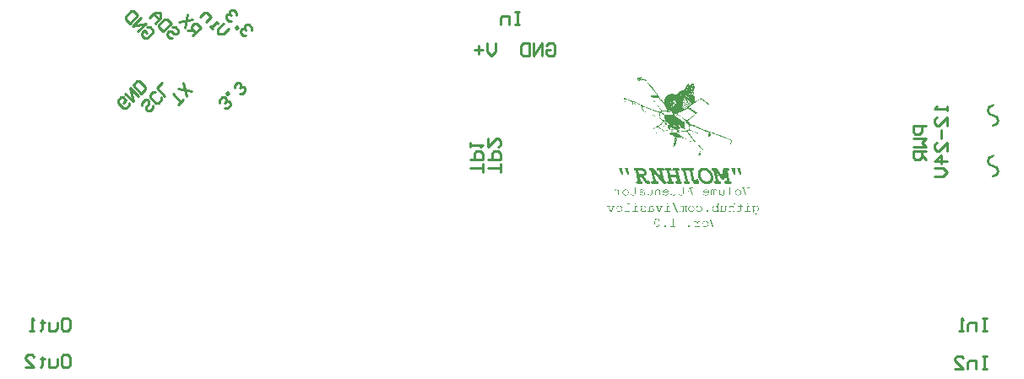
<source format=gbo>
%FSLAX23Y23*%
%MOIN*%
G70*
G01*
G75*
G04 Layer_Color=32896*
%ADD10R,0.050X0.035*%
%ADD11R,0.054X0.050*%
%ADD12R,0.050X0.054*%
%ADD13C,0.055*%
%ADD14R,0.025X0.070*%
%ADD15R,0.025X0.075*%
%ADD16C,0.020*%
%ADD17C,0.015*%
%ADD18C,0.025*%
%ADD19C,0.030*%
%ADD20C,0.040*%
%ADD21C,0.010*%
%ADD22C,0.050*%
%ADD23C,0.063*%
%ADD24P,0.068X8X202.5*%
%ADD25C,0.035*%
%ADD26C,0.065*%
%ADD27P,0.070X8X292.5*%
%ADD28P,0.070X8X22.5*%
%ADD29R,0.059X0.059*%
%ADD30C,0.059*%
%ADD31C,0.080*%
%ADD32C,0.059*%
%ADD33R,0.065X0.065*%
%ADD34C,0.217*%
%ADD35C,0.098*%
%ADD36R,0.098X0.098*%
%ADD37C,0.014*%
%ADD38C,0.008*%
%ADD39C,0.008*%
%ADD40C,0.010*%
%ADD41C,0.010*%
%ADD42R,0.400X0.050*%
G36*
X848Y542D02*
X848Y542D01*
X849Y542D01*
X849Y542D01*
X849Y542D01*
X849Y542D01*
X849Y541D01*
Y541D01*
X849Y541D01*
X849Y541D01*
X849Y541D01*
X849Y541D01*
X848Y540D01*
X848Y540D01*
X848Y540D01*
X845D01*
Y526D01*
X845Y525D01*
X844Y524D01*
X844Y523D01*
X844Y522D01*
X843Y522D01*
X843Y521D01*
X843Y521D01*
X843Y521D01*
X842Y520D01*
X841Y520D01*
X840Y520D01*
X840Y519D01*
X839Y519D01*
X838Y519D01*
X838D01*
X837Y519D01*
X836Y519D01*
X835Y520D01*
X834Y520D01*
X832Y520D01*
X832Y521D01*
X831Y521D01*
X830Y522D01*
X830Y522D01*
X829Y522D01*
X829Y523D01*
X829Y523D01*
X828Y523D01*
X828Y523D01*
X828Y523D01*
Y520D01*
X824D01*
X824Y520D01*
X823Y520D01*
X823Y520D01*
X823Y520D01*
X823Y521D01*
X823Y521D01*
X823Y521D01*
Y521D01*
X823Y521D01*
X823Y522D01*
X823Y522D01*
X823Y522D01*
X823Y522D01*
X824Y522D01*
X824Y522D01*
X826D01*
Y542D01*
X832D01*
X833Y542D01*
X833Y542D01*
X833Y542D01*
X833Y542D01*
X833Y542D01*
X834Y542D01*
X834Y541D01*
Y541D01*
X834Y541D01*
X833Y541D01*
X833Y541D01*
X833Y541D01*
X833Y540D01*
X833Y540D01*
X832Y540D01*
X828D01*
Y526D01*
X829Y525D01*
X830Y525D01*
X831Y524D01*
X832Y523D01*
X832Y523D01*
X833Y523D01*
X834Y522D01*
X835Y522D01*
X835Y522D01*
X836Y522D01*
X837Y522D01*
X837Y521D01*
X837D01*
X838Y521D01*
X838D01*
X839Y521D01*
X839Y522D01*
X840Y522D01*
X840Y522D01*
X841Y522D01*
X841Y522D01*
X841Y523D01*
X841Y523D01*
X842Y523D01*
X842Y524D01*
X842Y524D01*
X842Y525D01*
X842Y525D01*
X842Y526D01*
Y526D01*
Y526D01*
Y542D01*
X848D01*
X848Y542D01*
D02*
G37*
G36*
X587Y831D02*
X586Y831D01*
X586Y830D01*
X585Y830D01*
X585D01*
X585Y830D01*
X584D01*
Y830D01*
Y830D01*
X585Y831D01*
X586Y831D01*
X587Y831D01*
D02*
G37*
G36*
X905Y550D02*
X905Y550D01*
X905Y550D01*
X905Y550D01*
X905Y550D01*
X906Y549D01*
X906Y549D01*
Y549D01*
Y549D01*
Y542D01*
X910D01*
X910Y542D01*
X910Y542D01*
X911Y542D01*
X911Y542D01*
X911Y542D01*
X911Y542D01*
X911Y541D01*
Y541D01*
X911Y541D01*
X911Y541D01*
X911Y541D01*
X911Y541D01*
X910Y540D01*
X910Y540D01*
X910Y540D01*
X906D01*
Y526D01*
X905Y525D01*
X905Y524D01*
X905Y523D01*
X904Y522D01*
X904Y522D01*
X904Y521D01*
X903Y521D01*
X903Y521D01*
X902Y520D01*
X901Y520D01*
X900Y520D01*
X899Y519D01*
X899Y519D01*
X898Y519D01*
X898Y519D01*
X897D01*
X896Y519D01*
X895Y519D01*
X894Y519D01*
X893Y520D01*
X892Y520D01*
X892Y520D01*
X892Y520D01*
X891D01*
X891Y520D01*
X891D01*
X890Y520D01*
X889Y521D01*
X889Y521D01*
X888Y521D01*
X888Y522D01*
X887Y522D01*
X887Y522D01*
X887Y522D01*
X887Y522D01*
X887Y522D01*
X887Y523D01*
Y523D01*
X887Y523D01*
X887Y523D01*
X887Y523D01*
X887Y523D01*
X887Y524D01*
X888Y524D01*
X888Y524D01*
X888D01*
X888Y524D01*
X888Y524D01*
X889Y524D01*
X889Y523D01*
X889Y523D01*
X890Y523D01*
X891Y523D01*
X891Y522D01*
X892Y522D01*
X892Y522D01*
X893Y522D01*
X893Y522D01*
X893D01*
X894Y522D01*
X895Y522D01*
X895Y522D01*
X896Y521D01*
X897D01*
X897Y521D01*
X897D01*
X899Y521D01*
X899Y522D01*
X900Y522D01*
X901Y522D01*
X901Y522D01*
X902Y522D01*
X902Y523D01*
X902Y523D01*
X902Y523D01*
X903Y524D01*
X903Y524D01*
X903Y525D01*
X903Y525D01*
X903Y525D01*
Y526D01*
Y526D01*
Y540D01*
X892D01*
X891Y540D01*
X891Y540D01*
X891Y540D01*
X891Y541D01*
X890Y541D01*
X890Y541D01*
X890Y541D01*
Y541D01*
X890Y542D01*
X890Y542D01*
X890Y542D01*
X891Y542D01*
X891Y542D01*
X891Y542D01*
X892Y542D01*
X903D01*
Y549D01*
X903Y549D01*
X904Y550D01*
X904Y550D01*
X904Y550D01*
X904Y550D01*
X904Y550D01*
X904Y550D01*
X905D01*
X905Y550D01*
D02*
G37*
G36*
X596Y542D02*
X596Y542D01*
X596Y542D01*
X596Y542D01*
X596Y542D01*
X596Y542D01*
X597Y541D01*
Y541D01*
X596Y541D01*
X596Y541D01*
X596Y541D01*
X596Y541D01*
X596Y540D01*
X596Y540D01*
X595Y540D01*
X593D01*
X584Y520D01*
X580D01*
X571Y540D01*
X569D01*
X568Y540D01*
X568Y540D01*
X568Y540D01*
X568Y541D01*
X567Y541D01*
X567Y541D01*
X567Y541D01*
Y541D01*
X567Y542D01*
X567Y542D01*
X568Y542D01*
X568Y542D01*
X568Y542D01*
X568Y542D01*
X569Y542D01*
X578D01*
X578Y542D01*
X578Y542D01*
X579Y542D01*
X579Y542D01*
X579Y542D01*
X579Y542D01*
X579Y541D01*
Y541D01*
X579Y541D01*
X579Y541D01*
X579Y541D01*
X579Y541D01*
X578Y540D01*
X578Y540D01*
X578Y540D01*
X574D01*
X581Y522D01*
X582D01*
X590Y540D01*
X586D01*
X586Y540D01*
X585Y540D01*
X585Y540D01*
X585Y541D01*
X585Y541D01*
X585Y541D01*
X585Y541D01*
Y541D01*
X585Y542D01*
X585Y542D01*
X585Y542D01*
X585Y542D01*
X585Y542D01*
X586Y542D01*
X586Y542D01*
X595D01*
X596Y542D01*
D02*
G37*
G36*
X405D02*
X406Y542D01*
X406Y542D01*
X406Y542D01*
X406Y542D01*
X406Y542D01*
X406Y541D01*
Y541D01*
X406Y541D01*
X406Y541D01*
X406Y541D01*
X406Y541D01*
X406Y540D01*
X405Y540D01*
X405Y540D01*
X402D01*
X394Y520D01*
X390D01*
X381Y540D01*
X379D01*
X378Y540D01*
X378Y540D01*
X377Y540D01*
X377Y541D01*
X377Y541D01*
X377Y541D01*
X377Y541D01*
Y541D01*
X377Y542D01*
X377Y542D01*
X377Y542D01*
X377Y542D01*
X378Y542D01*
X378Y542D01*
X378Y542D01*
X387D01*
X388Y542D01*
X388Y542D01*
X388Y542D01*
X388Y542D01*
X389Y542D01*
X389Y542D01*
X389Y541D01*
Y541D01*
X389Y541D01*
X389Y541D01*
X389Y541D01*
X388Y541D01*
X388Y540D01*
X388Y540D01*
X387Y540D01*
X383D01*
X391Y522D01*
X392D01*
X400Y540D01*
X396D01*
X396Y540D01*
X395Y540D01*
X395Y540D01*
X395Y541D01*
X395Y541D01*
X395Y541D01*
X395Y541D01*
Y541D01*
X395Y542D01*
X395Y542D01*
X395Y542D01*
X395Y542D01*
X395Y542D01*
X396Y542D01*
X396Y542D01*
X405D01*
X405Y542D01*
D02*
G37*
G36*
X592Y834D02*
X592Y834D01*
Y834D01*
X591Y833D01*
X590D01*
Y833D01*
X590Y834D01*
X591Y834D01*
X591D01*
X592Y835D01*
X593D01*
X592Y834D01*
D02*
G37*
G36*
X621Y542D02*
X622Y542D01*
X622Y542D01*
X622Y542D01*
X622Y542D01*
X622Y542D01*
X622Y541D01*
Y541D01*
X622Y541D01*
X622Y541D01*
X622Y541D01*
X622Y541D01*
X622Y540D01*
X621Y540D01*
X621Y540D01*
X615D01*
Y522D01*
X623D01*
X624Y522D01*
X624Y522D01*
X624Y522D01*
X624Y522D01*
X625Y522D01*
X625Y521D01*
X625Y521D01*
Y521D01*
X625Y521D01*
X624Y521D01*
X624Y520D01*
X624Y520D01*
X624Y520D01*
X624Y520D01*
X623Y520D01*
X604D01*
X604Y520D01*
X603Y520D01*
X603Y520D01*
X603Y520D01*
X603Y521D01*
X603Y521D01*
X603Y521D01*
Y521D01*
X603Y521D01*
X603Y522D01*
X603Y522D01*
X603Y522D01*
X603Y522D01*
X604Y522D01*
X604Y522D01*
X613D01*
Y542D01*
X621D01*
X621Y542D01*
D02*
G37*
G36*
X495D02*
X495Y542D01*
X495Y542D01*
X495Y542D01*
X495Y542D01*
X496Y542D01*
X496Y541D01*
Y541D01*
X496Y541D01*
X495Y541D01*
X495Y541D01*
X495Y541D01*
X495Y540D01*
X495Y540D01*
X494Y540D01*
X488D01*
Y522D01*
X496D01*
X497Y522D01*
X497Y522D01*
X497Y522D01*
X498Y522D01*
X498Y522D01*
X498Y521D01*
X498Y521D01*
Y521D01*
X498Y521D01*
X498Y521D01*
X498Y520D01*
X498Y520D01*
X497Y520D01*
X497Y520D01*
X496Y520D01*
X477D01*
X477Y520D01*
X476Y520D01*
X476Y520D01*
X476Y520D01*
X476Y521D01*
X476Y521D01*
X476Y521D01*
Y521D01*
X476Y521D01*
X476Y522D01*
X476Y522D01*
X476Y522D01*
X476Y522D01*
X477Y522D01*
X477Y522D01*
X486D01*
Y542D01*
X494D01*
X495Y542D01*
D02*
G37*
G36*
X939D02*
X939Y542D01*
X939Y542D01*
X939Y542D01*
X939Y542D01*
X939Y542D01*
X939Y541D01*
Y541D01*
X939Y541D01*
X939Y541D01*
X939Y541D01*
X939Y541D01*
X939Y540D01*
X938Y540D01*
X938Y540D01*
X932D01*
Y522D01*
X940D01*
X941Y522D01*
X941Y522D01*
X941Y522D01*
X941Y522D01*
X942Y522D01*
X942Y521D01*
X942Y521D01*
Y521D01*
X942Y521D01*
X942Y521D01*
X941Y520D01*
X941Y520D01*
X941Y520D01*
X941Y520D01*
X940Y520D01*
X921D01*
X921Y520D01*
X920Y520D01*
X920Y520D01*
X920Y520D01*
X920Y521D01*
X920Y521D01*
X920Y521D01*
Y521D01*
X920Y521D01*
X920Y522D01*
X920Y522D01*
X920Y522D01*
X920Y522D01*
X921Y522D01*
X921Y522D01*
X930D01*
Y542D01*
X938D01*
X939Y542D01*
D02*
G37*
G36*
X560Y841D02*
X560Y840D01*
Y840D01*
Y839D01*
X560Y839D01*
X559Y838D01*
X558D01*
X558Y839D01*
X557Y839D01*
Y839D01*
X558Y840D01*
X558Y841D01*
X558Y841D01*
X559D01*
X560Y841D01*
D02*
G37*
G36*
X425Y543D02*
X426Y543D01*
X426Y543D01*
X427Y543D01*
X429Y542D01*
X429Y542D01*
X430Y541D01*
X431Y541D01*
X431Y541D01*
X431Y541D01*
X432Y540D01*
X432Y540D01*
X432Y540D01*
X432Y540D01*
X432Y540D01*
X433Y539D01*
X434Y538D01*
X434Y538D01*
X434Y537D01*
X435Y536D01*
X435Y536D01*
X435Y534D01*
X436Y533D01*
X436Y533D01*
X436Y532D01*
X436Y532D01*
Y532D01*
Y532D01*
Y532D01*
X436Y531D01*
X436Y530D01*
X436Y529D01*
X435Y528D01*
X435Y527D01*
X434Y526D01*
X434Y525D01*
X434Y525D01*
X433Y524D01*
X433Y524D01*
X433Y523D01*
X433Y523D01*
X432Y523D01*
X432Y523D01*
X432Y523D01*
X431Y522D01*
X431Y522D01*
X430Y521D01*
X429Y521D01*
X428Y520D01*
X428Y520D01*
X426Y520D01*
X426Y519D01*
X425Y519D01*
X424Y519D01*
X424Y519D01*
X423Y519D01*
X423D01*
X422Y519D01*
X421Y519D01*
X419Y520D01*
X418Y520D01*
X418Y520D01*
X417Y520D01*
X417Y520D01*
X417Y520D01*
X417Y520D01*
X417D01*
X415Y521D01*
X414Y521D01*
X414Y522D01*
X413Y522D01*
X413Y522D01*
X412Y523D01*
X412Y523D01*
X412Y523D01*
X412Y523D01*
X412Y523D01*
X412Y524D01*
Y524D01*
X412Y524D01*
X412Y524D01*
X412Y524D01*
X412Y524D01*
X412Y525D01*
X412Y525D01*
X413Y525D01*
X413D01*
X413Y525D01*
X413Y525D01*
X413Y524D01*
X414Y524D01*
X414Y524D01*
X415Y523D01*
X416Y523D01*
X416Y523D01*
X417Y523D01*
X417Y522D01*
X418Y522D01*
X418Y522D01*
X418D01*
X419Y522D01*
X420Y522D01*
X421Y522D01*
X421Y521D01*
X422Y521D01*
X423Y521D01*
X423D01*
X424Y521D01*
X425Y521D01*
X426Y522D01*
X427Y522D01*
X428Y523D01*
X429Y523D01*
X429Y523D01*
X430Y523D01*
X430Y524D01*
X430Y524D01*
X430Y524D01*
X430D01*
X431Y525D01*
X432Y526D01*
X433Y527D01*
X433Y528D01*
X433Y529D01*
X433Y530D01*
X434Y530D01*
X434Y530D01*
Y531D01*
X434Y531D01*
Y531D01*
X412D01*
X412Y532D01*
X412Y533D01*
X412Y534D01*
X412Y534D01*
X412Y535D01*
X413Y536D01*
X413Y537D01*
X413Y537D01*
X414Y538D01*
X414Y538D01*
X414Y539D01*
X415Y539D01*
X415Y539D01*
X415Y539D01*
X415Y540D01*
X415Y540D01*
X416Y540D01*
X416Y541D01*
X417Y541D01*
X418Y542D01*
X419Y542D01*
X419Y542D01*
X421Y543D01*
X421Y543D01*
X422Y543D01*
X422Y543D01*
X423Y543D01*
X423Y543D01*
X424D01*
X425Y543D01*
D02*
G37*
G36*
X741D02*
X742Y543D01*
X743Y543D01*
X743Y543D01*
X745Y542D01*
X745Y542D01*
X746Y541D01*
X747Y541D01*
X747Y541D01*
X747Y540D01*
X748Y540D01*
X748Y540D01*
X748Y540D01*
X748Y540D01*
X748Y540D01*
X749Y539D01*
X750Y538D01*
X750Y538D01*
X750Y537D01*
X751Y536D01*
X751Y535D01*
X751Y534D01*
X752Y533D01*
X752Y533D01*
X752Y532D01*
X752Y532D01*
X752Y532D01*
Y531D01*
Y531D01*
Y531D01*
X752Y530D01*
X752Y529D01*
X752Y528D01*
X751Y527D01*
X751Y526D01*
X751Y525D01*
X750Y525D01*
X750Y524D01*
X750Y524D01*
X749Y523D01*
X749Y523D01*
X749Y523D01*
X749Y523D01*
X749Y523D01*
X749Y523D01*
X748Y522D01*
X747Y521D01*
X746Y521D01*
X746Y521D01*
X745Y520D01*
X744Y520D01*
X743Y520D01*
X742Y519D01*
X742Y519D01*
X741Y519D01*
X741Y519D01*
X740Y519D01*
X740D01*
X739Y519D01*
X738Y519D01*
X736Y520D01*
X735Y520D01*
X734Y520D01*
X733Y521D01*
X733Y521D01*
X732Y521D01*
X732Y521D01*
X731Y522D01*
X731Y522D01*
X731Y522D01*
X731Y522D01*
X731D01*
X730Y522D01*
X730Y523D01*
X729Y523D01*
X729Y524D01*
X728Y524D01*
X728Y524D01*
X728Y525D01*
X728Y525D01*
Y525D01*
X728Y525D01*
X728Y525D01*
X728Y525D01*
X728Y525D01*
X728Y526D01*
X729Y526D01*
X729Y526D01*
X729D01*
X729Y526D01*
X730Y526D01*
X730Y525D01*
X730Y525D01*
X731Y525D01*
X732Y524D01*
X732Y523D01*
X733Y523D01*
X734Y523D01*
X734Y522D01*
X735Y522D01*
X735Y522D01*
X735D01*
X736Y522D01*
X737Y522D01*
X737Y522D01*
X738Y521D01*
X739Y521D01*
X739Y521D01*
X741D01*
X741Y521D01*
X743Y522D01*
X744Y522D01*
X745Y523D01*
X746Y523D01*
X746Y524D01*
X747Y524D01*
X747Y524D01*
X747Y524D01*
X747D01*
X747Y525D01*
X748Y525D01*
X749Y526D01*
X749Y527D01*
X749Y529D01*
X750Y530D01*
X750Y530D01*
Y530D01*
X750Y531D01*
Y531D01*
Y531D01*
Y531D01*
X750Y532D01*
X749Y534D01*
X749Y535D01*
X748Y536D01*
X748Y537D01*
X748Y537D01*
X748Y537D01*
X747Y538D01*
X747Y538D01*
X747Y538D01*
Y538D01*
X747Y538D01*
X746Y539D01*
X746Y539D01*
X745Y540D01*
X744Y540D01*
X743Y541D01*
X742Y541D01*
X741Y541D01*
X741Y541D01*
X740Y541D01*
X740D01*
X739Y541D01*
X737Y541D01*
X736Y540D01*
X735Y540D01*
X735Y540D01*
X734Y540D01*
X734Y539D01*
X734Y539D01*
X733Y539D01*
X732Y538D01*
X732Y537D01*
X732Y537D01*
X732Y536D01*
X731Y536D01*
X731Y536D01*
Y536D01*
X731Y535D01*
X731Y535D01*
X731Y535D01*
X731Y535D01*
X731Y535D01*
X731Y535D01*
X730Y535D01*
X730D01*
X730Y535D01*
X730Y535D01*
X730Y535D01*
X730Y535D01*
X729Y535D01*
X729Y536D01*
X729Y536D01*
Y536D01*
Y536D01*
Y541D01*
X729Y541D01*
X729Y542D01*
X729Y542D01*
X730Y542D01*
X730Y542D01*
X730Y542D01*
X730Y542D01*
X730D01*
X731Y542D01*
X731Y542D01*
X731Y542D01*
X731Y542D01*
X731Y542D01*
X731Y541D01*
X731Y541D01*
Y541D01*
Y541D01*
Y540D01*
X732Y541D01*
X733Y541D01*
X733Y542D01*
X734Y542D01*
X736Y542D01*
X737Y543D01*
X737Y543D01*
X738Y543D01*
X738Y543D01*
X739Y543D01*
X739Y543D01*
X740D01*
X741Y543D01*
D02*
G37*
G36*
X682D02*
X682Y543D01*
X683Y543D01*
X684Y542D01*
X685Y542D01*
X686Y541D01*
X686Y541D01*
X687Y540D01*
X687Y540D01*
X687Y540D01*
Y542D01*
X691D01*
X691Y542D01*
X692Y542D01*
X692Y542D01*
X692Y542D01*
X692Y542D01*
X692Y542D01*
X692Y541D01*
Y541D01*
X692Y541D01*
X692Y541D01*
X692Y541D01*
X692Y541D01*
X692Y540D01*
X691Y540D01*
X691Y540D01*
X689D01*
Y522D01*
X691D01*
X691Y522D01*
X692Y522D01*
X692Y522D01*
X692Y522D01*
X692Y522D01*
X692Y521D01*
X692Y521D01*
Y521D01*
X692Y521D01*
X692Y521D01*
X692Y520D01*
X692Y520D01*
X692Y520D01*
X691Y520D01*
X691Y520D01*
X685D01*
X685Y520D01*
X684Y520D01*
X684Y520D01*
X684Y520D01*
X684Y521D01*
X684Y521D01*
X684Y521D01*
Y521D01*
X684Y521D01*
X684Y522D01*
X684Y522D01*
X684Y522D01*
X684Y522D01*
X685Y522D01*
X685Y522D01*
X687D01*
Y537D01*
X686Y537D01*
X686Y538D01*
X685Y539D01*
X685Y539D01*
X684Y540D01*
X684Y540D01*
X684Y540D01*
X684Y540D01*
X683Y540D01*
X683Y541D01*
X682Y541D01*
X682Y541D01*
X682Y541D01*
X681D01*
X681Y541D01*
X680Y541D01*
X680Y541D01*
X680Y540D01*
X679Y540D01*
X679Y540D01*
X679Y540D01*
X679Y540D01*
X679Y539D01*
X678Y539D01*
X678Y538D01*
X678Y538D01*
X678Y538D01*
X678Y537D01*
Y537D01*
Y537D01*
Y520D01*
X674D01*
X674Y520D01*
X673Y520D01*
X673Y520D01*
X673Y520D01*
X673Y521D01*
X673Y521D01*
X673Y521D01*
Y521D01*
X673Y521D01*
X673Y522D01*
X673Y522D01*
X673Y522D01*
X673Y522D01*
X674Y522D01*
X674Y522D01*
X676D01*
Y537D01*
X675Y537D01*
X675Y538D01*
X674Y539D01*
X674Y539D01*
X673Y540D01*
X673Y540D01*
X673Y540D01*
X673Y540D01*
X672Y540D01*
X672Y541D01*
X671Y541D01*
X671Y541D01*
X671Y541D01*
X671Y541D01*
X670D01*
X670Y541D01*
X669Y541D01*
X669Y541D01*
X669Y540D01*
X668Y540D01*
X668Y540D01*
X668Y540D01*
X668Y540D01*
X668Y539D01*
X667Y539D01*
X667Y539D01*
X667Y538D01*
X667Y538D01*
X667Y537D01*
Y537D01*
Y537D01*
Y520D01*
X663D01*
X662Y520D01*
X662Y520D01*
X662Y520D01*
X662Y520D01*
X662Y521D01*
X662Y521D01*
X661Y521D01*
Y521D01*
X662Y521D01*
X662Y522D01*
X662Y522D01*
X662Y522D01*
X662Y522D01*
X663Y522D01*
X663Y522D01*
X665D01*
Y537D01*
X665Y538D01*
X665Y539D01*
X665Y540D01*
X666Y540D01*
X666Y541D01*
X666Y541D01*
X667Y542D01*
X667Y542D01*
X667Y542D01*
X668Y543D01*
X668Y543D01*
X669Y543D01*
X670Y543D01*
X670Y543D01*
X670D01*
X671Y543D01*
X672Y543D01*
X672Y543D01*
X672Y543D01*
X673Y543D01*
X673Y542D01*
X673Y542D01*
X673Y542D01*
X674Y542D01*
X674Y541D01*
X675Y541D01*
X675Y541D01*
X676Y540D01*
X676Y540D01*
X676Y540D01*
X676Y540D01*
X677Y540D01*
X677Y541D01*
X677Y541D01*
X678Y542D01*
X678Y542D01*
X678Y542D01*
X678Y542D01*
X678Y542D01*
X679Y543D01*
X679Y543D01*
X680Y543D01*
X680Y543D01*
X681Y543D01*
X681Y543D01*
X681D01*
X682Y543D01*
D02*
G37*
G36*
X520D02*
X521Y543D01*
X522Y543D01*
X523Y542D01*
X524Y542D01*
X525Y542D01*
X525Y542D01*
X525Y542D01*
X525Y541D01*
X525D01*
X526Y541D01*
X526Y541D01*
X527Y540D01*
X527Y539D01*
X527Y539D01*
X528Y538D01*
X528Y538D01*
X528Y537D01*
Y537D01*
Y537D01*
X528Y536D01*
X528Y536D01*
X528Y535D01*
X527Y535D01*
X527Y535D01*
X527Y534D01*
X527Y534D01*
X527Y534D01*
X526Y534D01*
X526Y533D01*
X526Y533D01*
X525Y533D01*
X525Y532D01*
X524Y532D01*
X524Y532D01*
X524Y532D01*
X523Y532D01*
X523Y532D01*
X522Y532D01*
X521Y531D01*
X520Y531D01*
X519Y531D01*
X519D01*
X519Y531D01*
X518D01*
X517Y531D01*
X516Y531D01*
X515Y530D01*
X514Y530D01*
X513Y530D01*
X513Y530D01*
X512Y530D01*
X512Y529D01*
X512Y529D01*
X511Y528D01*
X511Y528D01*
X510Y527D01*
X510Y527D01*
X510Y527D01*
X510Y526D01*
Y526D01*
X510Y526D01*
X511Y525D01*
X511Y524D01*
X511Y524D01*
X512Y523D01*
X512Y523D01*
X512Y523D01*
X512Y523D01*
X513Y522D01*
X514Y522D01*
X515Y522D01*
X516Y522D01*
X517Y521D01*
X517D01*
X518Y521D01*
X519D01*
X520Y521D01*
X521Y521D01*
X521Y522D01*
X522Y522D01*
X523Y522D01*
X523Y522D01*
X523Y522D01*
X523Y522D01*
X524Y522D01*
X525Y523D01*
X525Y523D01*
X526Y523D01*
X526Y524D01*
X526Y524D01*
X526Y524D01*
X526Y524D01*
X527Y525D01*
X527Y525D01*
Y526D01*
X527Y526D01*
Y526D01*
Y526D01*
X527Y527D01*
X527Y527D01*
X527Y527D01*
X527Y527D01*
X527Y527D01*
X528Y527D01*
X528Y527D01*
X528D01*
X528Y527D01*
X528Y527D01*
X529Y527D01*
X529Y527D01*
X529Y527D01*
X529Y526D01*
X529Y526D01*
Y526D01*
Y526D01*
Y521D01*
X529Y521D01*
X529Y521D01*
X529Y520D01*
X529Y520D01*
X528Y520D01*
X528Y520D01*
X528Y520D01*
X528D01*
X528Y520D01*
X528Y520D01*
X527Y520D01*
X527D01*
X527Y520D01*
X527Y520D01*
X527Y521D01*
Y521D01*
X527Y521D01*
X527Y521D01*
Y522D01*
Y522D01*
Y522D01*
X526Y521D01*
X526Y521D01*
X524Y520D01*
X523Y520D01*
X521Y520D01*
X521Y519D01*
X520Y519D01*
X520Y519D01*
X519D01*
X519Y519D01*
X518D01*
X517Y519D01*
X516Y519D01*
X515Y520D01*
X514Y520D01*
X514Y520D01*
X513Y520D01*
X513Y520D01*
X512Y520D01*
X512Y521D01*
X511Y521D01*
X511Y521D01*
X511Y521D01*
X511Y521D01*
X511Y521D01*
X510Y522D01*
X510Y522D01*
X509Y523D01*
X509Y524D01*
X508Y525D01*
X508Y525D01*
X508Y526D01*
X508Y526D01*
Y526D01*
Y526D01*
X508Y527D01*
X508Y528D01*
X508Y528D01*
X509Y529D01*
X509Y529D01*
X509Y529D01*
X509Y530D01*
X509Y530D01*
X510Y530D01*
X510Y531D01*
X511Y531D01*
X512Y532D01*
X512Y532D01*
X513Y532D01*
X513Y532D01*
X513Y532D01*
X513D01*
X513Y532D01*
X514Y532D01*
X515Y533D01*
X516Y533D01*
X517Y533D01*
X518Y533D01*
X518Y533D01*
X518D01*
X519Y533D01*
X519Y533D01*
X519D01*
X520Y534D01*
X521Y534D01*
X522Y534D01*
X523Y534D01*
X523Y534D01*
X524Y534D01*
X524Y534D01*
X524Y534D01*
X524Y535D01*
X525Y535D01*
X525Y536D01*
X525Y536D01*
X526Y536D01*
X526Y537D01*
X526Y537D01*
Y537D01*
X526Y537D01*
X525Y538D01*
X525Y538D01*
X525Y539D01*
X525Y539D01*
X524Y539D01*
X524Y539D01*
X524Y539D01*
X523Y540D01*
X522Y540D01*
X522Y541D01*
X521Y541D01*
X520Y541D01*
X519Y541D01*
X519D01*
X517Y541D01*
X516Y541D01*
X515Y541D01*
X514Y540D01*
X514Y540D01*
X513Y540D01*
X513Y540D01*
X513Y540D01*
X512Y539D01*
X512Y539D01*
X512Y538D01*
X512Y538D01*
X511Y537D01*
X511Y537D01*
X511Y537D01*
Y537D01*
X511Y537D01*
X511Y536D01*
X511Y536D01*
X511Y536D01*
X511Y536D01*
X511Y536D01*
X510Y536D01*
X510D01*
X510Y536D01*
X510Y536D01*
X510Y536D01*
X510Y536D01*
X509Y536D01*
X509Y537D01*
X509Y537D01*
Y537D01*
Y537D01*
Y541D01*
X509Y541D01*
X509Y542D01*
X509Y542D01*
X510Y542D01*
X510Y542D01*
X510Y542D01*
X510Y542D01*
X510D01*
X511Y542D01*
X511Y542D01*
X511Y542D01*
X511Y542D01*
X511Y542D01*
X511Y541D01*
X511Y541D01*
Y541D01*
Y541D01*
X512Y542D01*
X514Y542D01*
X515Y543D01*
X516Y543D01*
X517Y543D01*
X518Y543D01*
X518D01*
X518Y543D01*
X519D01*
X520Y543D01*
D02*
G37*
G36*
X616Y548D02*
X613D01*
Y553D01*
X616D01*
Y548D01*
D02*
G37*
G36*
X489D02*
X486D01*
Y553D01*
X489D01*
Y548D01*
D02*
G37*
G36*
X551Y543D02*
X552Y543D01*
X553Y543D01*
X554Y543D01*
X555Y542D01*
X556Y542D01*
X556Y542D01*
X556Y542D01*
X556Y542D01*
X556Y542D01*
X557D01*
X557Y542D01*
X558Y542D01*
X559Y541D01*
X559Y541D01*
X559Y541D01*
X559Y541D01*
X559Y541D01*
X560Y541D01*
X560Y541D01*
X560Y540D01*
Y540D01*
X560Y540D01*
X560Y540D01*
X559Y540D01*
X559Y540D01*
X559Y539D01*
X559Y539D01*
X559Y539D01*
X559D01*
X558Y539D01*
X558Y539D01*
X558Y539D01*
X558Y539D01*
X558D01*
X556Y540D01*
X555Y540D01*
X553Y541D01*
X552Y541D01*
X552Y541D01*
X551Y541D01*
X551D01*
X549Y541D01*
X548Y541D01*
X548Y541D01*
X547Y540D01*
X546Y540D01*
X546Y540D01*
X546Y540D01*
X546Y540D01*
X545Y539D01*
X545Y539D01*
X544Y538D01*
X544Y538D01*
X544Y537D01*
X544Y537D01*
Y537D01*
Y536D01*
Y533D01*
X545Y533D01*
X545Y533D01*
X546Y533D01*
X547Y533D01*
X547Y534D01*
X547D01*
X548Y534D01*
X548D01*
X549Y534D01*
X550Y534D01*
X550Y534D01*
X552D01*
X553Y534D01*
X554Y534D01*
X555Y533D01*
X555Y533D01*
X556Y533D01*
X557Y533D01*
X557Y533D01*
X558Y532D01*
X558Y532D01*
X559Y532D01*
X559Y532D01*
X559Y532D01*
X559Y532D01*
X559Y531D01*
X559D01*
X560Y531D01*
X560Y531D01*
X561Y530D01*
X561Y530D01*
X562Y529D01*
X562Y528D01*
X562Y527D01*
X562Y526D01*
X562Y526D01*
Y526D01*
Y526D01*
Y526D01*
X562Y525D01*
X562Y524D01*
X562Y523D01*
X561Y522D01*
X561Y522D01*
X561Y521D01*
X560Y521D01*
X560Y521D01*
X559Y520D01*
X558Y520D01*
X557Y520D01*
X556Y519D01*
X555Y519D01*
X555Y519D01*
X555D01*
X554Y519D01*
X554D01*
X553Y519D01*
X552Y519D01*
X551Y520D01*
X550Y520D01*
X548Y520D01*
X548Y521D01*
X547Y521D01*
X546Y522D01*
X546Y522D01*
X545Y522D01*
X545Y523D01*
X544Y523D01*
X544Y523D01*
X544Y523D01*
X544Y523D01*
Y520D01*
X539D01*
X538Y520D01*
X538Y520D01*
X538Y520D01*
X538Y520D01*
X537Y521D01*
X537Y521D01*
X537Y521D01*
Y521D01*
X537Y521D01*
X538Y522D01*
X538Y522D01*
X538Y522D01*
X538Y522D01*
X538Y522D01*
X539Y522D01*
X542D01*
Y536D01*
X542Y537D01*
X542Y538D01*
X543Y539D01*
X543Y540D01*
X543Y540D01*
X544Y541D01*
X544Y541D01*
X544Y541D01*
X545Y542D01*
X546Y542D01*
X547Y543D01*
X548Y543D01*
X549Y543D01*
X549Y543D01*
X550D01*
X550Y543D01*
X550D01*
X551Y543D01*
D02*
G37*
G36*
X572Y832D02*
X573Y831D01*
X573Y830D01*
X574D01*
X575Y829D01*
X575Y829D01*
X575D01*
X576Y829D01*
X575Y828D01*
X574Y828D01*
X574D01*
X573Y828D01*
X571Y829D01*
X571Y830D01*
X570Y830D01*
X570Y831D01*
X570Y832D01*
Y832D01*
X570Y833D01*
X570D01*
X572Y832D01*
D02*
G37*
G36*
X757Y833D02*
Y832D01*
Y832D01*
Y831D01*
X757Y830D01*
X757Y829D01*
X757Y829D01*
X756Y828D01*
X755D01*
X755Y829D01*
Y829D01*
X756Y830D01*
X756Y831D01*
X757Y832D01*
X757Y832D01*
X757Y833D01*
X757D01*
Y833D01*
D02*
G37*
G36*
X818Y552D02*
X818Y552D01*
X818Y552D01*
X818Y552D01*
X818Y552D01*
X819Y552D01*
X819Y551D01*
Y551D01*
X819Y551D01*
X818Y551D01*
X818Y551D01*
X818Y551D01*
X818Y550D01*
X818Y550D01*
X817Y550D01*
X814D01*
Y522D01*
X817D01*
X818Y522D01*
X818Y522D01*
X818Y522D01*
X818Y522D01*
X818Y522D01*
X819Y521D01*
X819Y521D01*
Y521D01*
X819Y521D01*
X818Y521D01*
X818Y520D01*
X818Y520D01*
X818Y520D01*
X818Y520D01*
X817Y520D01*
X812D01*
Y524D01*
X811Y523D01*
X811Y523D01*
X810Y522D01*
X809Y521D01*
X808Y521D01*
X807Y520D01*
X807Y520D01*
X806Y520D01*
X805Y520D01*
X805Y519D01*
X804Y519D01*
X804Y519D01*
X803D01*
X803Y519D01*
X803D01*
X802Y519D01*
X801Y519D01*
X800Y520D01*
X799Y520D01*
X798Y520D01*
X797Y521D01*
X796Y521D01*
X796Y522D01*
X795Y522D01*
X795Y522D01*
X795Y522D01*
X795Y523D01*
X795Y523D01*
X795Y523D01*
X794Y523D01*
X793Y524D01*
X793Y525D01*
X793Y525D01*
X792Y526D01*
X792Y527D01*
X791Y528D01*
X791Y529D01*
X791Y529D01*
X791Y530D01*
X791Y530D01*
X791Y531D01*
Y531D01*
Y531D01*
Y531D01*
X791Y532D01*
X791Y533D01*
X791Y534D01*
X792Y535D01*
X792Y536D01*
X792Y537D01*
X793Y537D01*
X793Y538D01*
X793Y538D01*
X794Y539D01*
X794Y539D01*
X794Y539D01*
X794Y540D01*
X794Y540D01*
X794Y540D01*
X795Y540D01*
X796Y541D01*
X796Y541D01*
X797Y542D01*
X798Y542D01*
X799Y542D01*
X800Y543D01*
X801Y543D01*
X801Y543D01*
X802Y543D01*
X802Y543D01*
X803D01*
X804Y543D01*
X805Y543D01*
X806Y543D01*
X806Y542D01*
X807Y542D01*
X808Y542D01*
X809Y541D01*
X809Y541D01*
X810Y540D01*
X810Y540D01*
X811Y539D01*
X811Y539D01*
X812Y539D01*
X812Y538D01*
X812Y538D01*
X812Y538D01*
Y552D01*
X817D01*
X818Y552D01*
D02*
G37*
G36*
X880D02*
X880Y552D01*
X881Y552D01*
X881Y552D01*
X881Y552D01*
X881Y552D01*
X881Y551D01*
Y551D01*
X881Y551D01*
X881Y551D01*
X881Y551D01*
X881Y551D01*
X880Y550D01*
X880Y550D01*
X880Y550D01*
X877D01*
Y522D01*
X879D01*
X879Y522D01*
X880Y522D01*
X880Y522D01*
X880Y522D01*
X880Y522D01*
X880Y521D01*
X880Y521D01*
Y521D01*
X880Y521D01*
X880Y521D01*
X880Y520D01*
X880Y520D01*
X880Y520D01*
X879Y520D01*
X879Y520D01*
X872D01*
X872Y520D01*
X871Y520D01*
X871Y520D01*
X871Y520D01*
X871Y521D01*
X871Y521D01*
X871Y521D01*
Y521D01*
X871Y521D01*
X871Y522D01*
X871Y522D01*
X871Y522D01*
X871Y522D01*
X872Y522D01*
X872Y522D01*
X874D01*
Y536D01*
X873Y537D01*
X873Y538D01*
X872Y538D01*
X871Y539D01*
X871Y539D01*
X871Y540D01*
X870Y540D01*
X870Y540D01*
X870Y540D01*
X869Y541D01*
X868Y541D01*
X868Y541D01*
X867Y541D01*
X867Y541D01*
X866D01*
X865Y541D01*
X864Y541D01*
X863Y540D01*
X863Y540D01*
X862Y540D01*
X862Y540D01*
X862Y539D01*
X862Y539D01*
X861Y539D01*
X861Y538D01*
X860Y537D01*
X860Y537D01*
X860Y536D01*
X860Y536D01*
Y536D01*
Y535D01*
Y522D01*
X862D01*
X863Y522D01*
X863Y522D01*
X863Y522D01*
X863Y522D01*
X864Y522D01*
X864Y521D01*
X864Y521D01*
Y521D01*
X864Y521D01*
X864Y521D01*
X863Y520D01*
X863Y520D01*
X863Y520D01*
X863Y520D01*
X862Y520D01*
X855D01*
X855Y520D01*
X854Y520D01*
X854Y520D01*
X854Y520D01*
X854Y521D01*
X854Y521D01*
X854Y521D01*
Y521D01*
X854Y521D01*
X854Y522D01*
X854Y522D01*
X854Y522D01*
X854Y522D01*
X855Y522D01*
X855Y522D01*
X858D01*
Y536D01*
X858Y536D01*
X858Y537D01*
X858Y538D01*
X858Y538D01*
X859Y539D01*
X859Y539D01*
X859Y539D01*
X859Y539D01*
X859Y540D01*
X860Y541D01*
X860Y541D01*
X861Y542D01*
X861Y542D01*
X862Y542D01*
X862Y542D01*
X862Y542D01*
X863Y543D01*
X863Y543D01*
X864Y543D01*
X865Y543D01*
X865Y543D01*
X866Y543D01*
X866D01*
X867Y543D01*
X868Y543D01*
X869Y543D01*
X869Y543D01*
X870Y543D01*
X870Y542D01*
X870Y542D01*
X870Y542D01*
X871Y542D01*
X872Y541D01*
X873Y541D01*
X873Y540D01*
X874Y540D01*
X874Y539D01*
X874Y539D01*
X874Y539D01*
Y552D01*
X879D01*
X880Y552D01*
D02*
G37*
G36*
X965Y543D02*
X966Y543D01*
X966Y543D01*
X967Y543D01*
X969Y542D01*
X970Y542D01*
X971Y541D01*
X971Y541D01*
X971Y540D01*
X971Y540D01*
X972Y540D01*
X972Y540D01*
X972Y540D01*
X972Y539D01*
X973Y539D01*
X973Y538D01*
X974Y537D01*
X974Y536D01*
X975Y535D01*
X975Y533D01*
X975Y533D01*
X975Y533D01*
X975Y532D01*
Y532D01*
Y532D01*
Y532D01*
X975Y531D01*
X975Y530D01*
X974Y529D01*
X974Y527D01*
X973Y526D01*
X973Y526D01*
X973Y525D01*
X973Y525D01*
X972Y524D01*
X972Y524D01*
X972Y524D01*
X972Y524D01*
X972Y524D01*
X971Y523D01*
X971Y523D01*
X970Y522D01*
X969Y522D01*
X968Y521D01*
X967Y521D01*
X966Y521D01*
X965Y521D01*
X965Y521D01*
X964Y521D01*
X964D01*
X963Y521D01*
X962Y521D01*
X961Y521D01*
X960Y521D01*
X960Y522D01*
X959Y522D01*
X958Y522D01*
X958Y523D01*
X957Y523D01*
X956Y524D01*
X956Y524D01*
X956Y525D01*
X955Y525D01*
X955Y525D01*
X955Y525D01*
X955Y525D01*
Y519D01*
Y518D01*
X955Y518D01*
X955Y517D01*
X955Y517D01*
X955Y516D01*
X956Y516D01*
X956Y516D01*
Y516D01*
X956Y515D01*
X956Y515D01*
X957Y514D01*
X957Y514D01*
X958Y514D01*
X958Y513D01*
X958Y513D01*
X958Y513D01*
X959Y513D01*
X959Y513D01*
X960Y512D01*
X960Y512D01*
X961Y512D01*
X961Y512D01*
X968D01*
X968Y512D01*
X969Y512D01*
X969Y512D01*
X969Y512D01*
X969Y512D01*
X969Y511D01*
X969Y511D01*
Y511D01*
X969Y511D01*
X969Y511D01*
X969Y510D01*
X969Y510D01*
X969Y510D01*
X968Y510D01*
X968Y510D01*
X961D01*
X960Y510D01*
X960Y510D01*
X959Y510D01*
X959Y510D01*
X959Y511D01*
X959Y511D01*
X959D01*
X958Y511D01*
X958Y511D01*
X957Y512D01*
X956Y512D01*
X956Y512D01*
X956Y512D01*
X956Y512D01*
X955Y513D01*
X955Y513D01*
X955Y514D01*
X954Y514D01*
X954Y514D01*
X954Y515D01*
X954Y515D01*
Y515D01*
X954Y515D01*
X953Y516D01*
X953Y517D01*
X953Y517D01*
X953Y518D01*
X953Y518D01*
Y518D01*
Y519D01*
Y540D01*
X950D01*
X949Y540D01*
X949Y540D01*
X949Y540D01*
X949Y541D01*
X949Y541D01*
X949Y541D01*
X948Y541D01*
Y541D01*
X949Y542D01*
X949Y542D01*
X949Y542D01*
X949Y542D01*
X949Y542D01*
X950Y542D01*
X950Y542D01*
X955D01*
Y538D01*
X956Y539D01*
X956Y540D01*
X957Y541D01*
X958Y541D01*
X959Y542D01*
X959Y542D01*
X960Y542D01*
X961Y543D01*
X962Y543D01*
X962Y543D01*
X963Y543D01*
X963Y543D01*
X964D01*
X964Y543D01*
X964D01*
X965Y543D01*
D02*
G37*
G36*
X558Y963D02*
X559Y963D01*
X560Y961D01*
X561Y960D01*
X562Y959D01*
Y959D01*
X563Y957D01*
X564Y955D01*
X565Y954D01*
X565Y954D01*
X566Y953D01*
X566Y952D01*
Y952D01*
X566Y952D01*
X566D01*
X565Y952D01*
X564Y953D01*
X563Y955D01*
X563Y955D01*
X561Y957D01*
X560Y959D01*
X559Y960D01*
X559Y960D01*
X558Y962D01*
X558Y963D01*
Y963D01*
X558Y963D01*
D02*
G37*
G36*
X523Y917D02*
X525Y916D01*
X526Y916D01*
X527Y916D01*
X528Y915D01*
X530Y914D01*
X533Y912D01*
X535Y912D01*
X536Y911D01*
X537Y911D01*
X537Y911D01*
X539Y910D01*
X540Y910D01*
X541Y909D01*
X541Y909D01*
X543Y908D01*
X543Y908D01*
X543Y908D01*
X544Y907D01*
X543D01*
X542Y908D01*
X540Y908D01*
X538Y909D01*
X536Y910D01*
X534Y911D01*
X533Y911D01*
X532Y912D01*
X522Y917D01*
X523Y917D01*
D02*
G37*
G36*
X448Y957D02*
X449Y955D01*
X449Y953D01*
Y953D01*
Y952D01*
X449Y952D01*
X448Y952D01*
X445D01*
X444Y952D01*
X444Y952D01*
Y953D01*
X445Y954D01*
X445Y955D01*
X446Y956D01*
X446Y957D01*
X447Y960D01*
X448Y957D01*
D02*
G37*
G36*
X573Y895D02*
X574Y894D01*
X574Y894D01*
X575Y893D01*
X574Y893D01*
X573Y893D01*
X572Y894D01*
X571Y895D01*
X570Y895D01*
X570Y896D01*
X569Y896D01*
X569Y896D01*
X573Y895D01*
D02*
G37*
G36*
X551Y905D02*
X552Y904D01*
X553Y904D01*
X553Y904D01*
X554Y903D01*
X555Y903D01*
X558Y902D01*
X559Y901D01*
X560Y901D01*
X561Y900D01*
X561D01*
X562Y900D01*
X562Y900D01*
X567Y897D01*
X566D01*
X565Y898D01*
X563Y898D01*
X562Y899D01*
X560Y900D01*
X559Y900D01*
X557Y900D01*
X557Y901D01*
X549Y905D01*
X551Y905D01*
D02*
G37*
G36*
X484Y948D02*
X485Y948D01*
X484Y948D01*
Y948D01*
X484Y947D01*
X483Y947D01*
X483D01*
X483Y947D01*
Y947D01*
Y948D01*
X483Y948D01*
X483Y949D01*
X484D01*
X484Y948D01*
D02*
G37*
G36*
X500Y937D02*
X500Y936D01*
X500Y936D01*
Y936D01*
X499Y935D01*
X498D01*
X497Y936D01*
X497Y936D01*
Y937D01*
X497D01*
X498Y937D01*
X499D01*
X500Y937D01*
D02*
G37*
G36*
X574Y942D02*
X575Y941D01*
X576Y940D01*
X576Y940D01*
X578Y938D01*
X579Y936D01*
X580Y936D01*
X580Y935D01*
X581Y935D01*
X581Y934D01*
Y934D01*
X579Y935D01*
X578Y936D01*
X578Y936D01*
X576Y938D01*
X575Y940D01*
X574Y940D01*
X574Y941D01*
Y942D01*
X574D01*
X574Y942D01*
D02*
G37*
G36*
X497Y932D02*
X498D01*
X497Y932D01*
X497D01*
X496Y931D01*
X495D01*
X495Y932D01*
X495Y932D01*
X495D01*
X496Y932D01*
X497D01*
X497Y932D01*
D02*
G37*
G36*
X488Y946D02*
X488Y946D01*
X489Y946D01*
Y945D01*
X488Y945D01*
X488Y944D01*
X488Y944D01*
X487D01*
X487Y944D01*
X486Y945D01*
X486Y945D01*
Y945D01*
X486Y946D01*
X487Y947D01*
X487D01*
X488Y946D01*
D02*
G37*
G36*
X480Y948D02*
X480Y947D01*
X479Y947D01*
X479Y946D01*
Y946D01*
X478Y945D01*
X477Y944D01*
X477Y944D01*
X477D01*
X476Y944D01*
X475Y945D01*
Y946D01*
Y946D01*
X476Y947D01*
X477Y948D01*
X478Y948D01*
X480D01*
X480Y948D01*
D02*
G37*
G36*
X637Y556D02*
X637Y556D01*
X637Y556D01*
X637Y556D01*
X637Y555D01*
X637Y555D01*
X637Y555D01*
X638Y555D01*
X655Y518D01*
X655Y517D01*
X655Y517D01*
X655Y517D01*
Y517D01*
X655Y516D01*
X655Y516D01*
X655Y516D01*
X655Y516D01*
X655Y516D01*
X654Y516D01*
X654Y516D01*
X654D01*
X654Y516D01*
X654Y516D01*
X653Y516D01*
X653Y516D01*
X653Y517D01*
Y517D01*
X636Y554D01*
X635Y554D01*
X635Y555D01*
Y555D01*
Y555D01*
X635Y555D01*
X635Y555D01*
X636Y555D01*
X636Y556D01*
X636Y556D01*
X636Y556D01*
X636Y556D01*
X636D01*
X637Y556D01*
D02*
G37*
G36*
X512Y1051D02*
X514Y1050D01*
X515Y1050D01*
X515Y1050D01*
X517Y1048D01*
X518Y1047D01*
X518Y1046D01*
Y1045D01*
X519Y1045D01*
X519Y1044D01*
X520Y1043D01*
X522Y1043D01*
X523Y1043D01*
X523D01*
X526Y1042D01*
X528Y1041D01*
X529Y1041D01*
X529Y1040D01*
X531Y1039D01*
X532Y1037D01*
X535Y1034D01*
X538Y1030D01*
X542Y1026D01*
X546Y1021D01*
X554Y1011D01*
X558Y1007D01*
X561Y1002D01*
X565Y997D01*
X568Y993D01*
X571Y990D01*
X573Y987D01*
X574Y986D01*
X574Y985D01*
X577Y982D01*
X579Y979D01*
X581Y976D01*
X582Y975D01*
X582Y974D01*
X583Y973D01*
Y972D01*
X583Y972D01*
X584Y970D01*
X586Y968D01*
X587Y966D01*
X589Y964D01*
X590Y963D01*
X592Y961D01*
X592Y961D01*
X595Y957D01*
X597Y955D01*
X599Y953D01*
X600Y951D01*
X601Y951D01*
X601Y950D01*
X602Y950D01*
Y950D01*
X602Y951D01*
Y953D01*
Y954D01*
Y955D01*
Y955D01*
X602Y959D01*
X602Y962D01*
X604Y968D01*
X607Y972D01*
X610Y976D01*
X613Y979D01*
X616Y981D01*
X618Y982D01*
X618Y983D01*
X618D01*
X623Y984D01*
X627Y985D01*
X629Y986D01*
X632D01*
X637Y985D01*
X639Y985D01*
X641Y984D01*
X643Y984D01*
X644Y983D01*
X645Y983D01*
X645D01*
X650Y981D01*
X651Y983D01*
X652Y985D01*
X653Y986D01*
X656Y989D01*
X657Y990D01*
X658Y991D01*
X659Y992D01*
X659Y992D01*
X662Y995D01*
X664Y996D01*
X666Y997D01*
X668Y998D01*
X670Y999D01*
X671Y999D01*
X672Y999D01*
X672D01*
X674Y1000D01*
X676Y1000D01*
X679Y1003D01*
X680Y1003D01*
X681Y1004D01*
X682Y1005D01*
X682Y1005D01*
X684Y1007D01*
X685Y1008D01*
X686Y1010D01*
X686Y1011D01*
Y1012D01*
Y1013D01*
X687Y1014D01*
X688Y1016D01*
X689Y1018D01*
X690Y1019D01*
X690Y1019D01*
X691Y1021D01*
X693Y1022D01*
X693Y1023D01*
X694Y1024D01*
X696Y1025D01*
X698D01*
X698Y1024D01*
X699Y1024D01*
Y1024D01*
X699Y1023D01*
X698Y1022D01*
Y1022D01*
X698Y1021D01*
X698Y1020D01*
X698Y1019D01*
X699Y1019D01*
X701D01*
X703Y1019D01*
X704Y1019D01*
X704Y1020D01*
X705D01*
Y1021D01*
X705Y1022D01*
X705Y1023D01*
X705Y1023D01*
X706Y1024D01*
X707Y1024D01*
X708Y1024D01*
X709D01*
X710Y1025D01*
X711Y1026D01*
X711Y1026D01*
X714Y1029D01*
X717Y1027D01*
X718Y1025D01*
X719Y1024D01*
X720Y1023D01*
Y1023D01*
Y1022D01*
X720Y1021D01*
Y1018D01*
X721Y1017D01*
Y1016D01*
Y1015D01*
Y1015D01*
Y1012D01*
Y1009D01*
X720Y1007D01*
Y1005D01*
Y1003D01*
X720Y1002D01*
Y1002D01*
Y1001D01*
X720Y996D01*
X717Y999D01*
X716Y1001D01*
X715Y1001D01*
X714Y1002D01*
X714D01*
X713Y1001D01*
X713Y1000D01*
X713Y999D01*
Y998D01*
Y998D01*
X714Y997D01*
Y997D01*
X714Y996D01*
X715Y996D01*
X715Y996D01*
X716Y997D01*
X716Y997D01*
X717Y997D01*
Y996D01*
Y995D01*
X716Y994D01*
Y993D01*
X716Y992D01*
X715Y991D01*
X715Y990D01*
X714Y990D01*
X713Y989D01*
X713Y989D01*
X713D01*
X712Y988D01*
X712Y988D01*
Y987D01*
Y987D01*
X712Y987D01*
Y986D01*
Y986D01*
X711D01*
X711Y986D01*
X708D01*
X708Y986D01*
X708Y985D01*
Y985D01*
Y984D01*
X707Y982D01*
X706Y979D01*
X705Y978D01*
X705Y977D01*
Y977D01*
X702Y972D01*
X704Y965D01*
X706Y959D01*
Y965D01*
Y969D01*
X707Y972D01*
X707Y975D01*
X707Y977D01*
X708Y979D01*
X708Y980D01*
X709Y981D01*
Y981D01*
X709Y982D01*
X709Y983D01*
X709Y983D01*
Y983D01*
Y984D01*
X709Y985D01*
X710D01*
X711Y984D01*
X711Y984D01*
X712Y983D01*
X712Y983D01*
X713Y981D01*
X714Y981D01*
X715Y980D01*
X716D01*
X718Y980D01*
X719Y979D01*
X719Y979D01*
Y979D01*
X719Y977D01*
X720Y976D01*
X721Y976D01*
X721Y975D01*
X721Y975D01*
X721Y974D01*
X721D01*
X720Y974D01*
Y972D01*
X721Y971D01*
X721Y970D01*
Y970D01*
X721Y968D01*
Y966D01*
Y964D01*
X721Y964D01*
Y963D01*
X721Y962D01*
X721Y961D01*
X721Y959D01*
X721Y958D01*
X721Y957D01*
X722Y956D01*
Y955D01*
Y954D01*
Y954D01*
X722Y953D01*
X722Y953D01*
X723Y953D01*
X725Y954D01*
X725Y954D01*
X725D01*
X727Y956D01*
X729Y957D01*
X730Y958D01*
X730Y958D01*
X731Y959D01*
X733Y960D01*
X736Y962D01*
X737Y963D01*
X738Y963D01*
X739Y964D01*
X740Y964D01*
X747Y969D01*
X752Y966D01*
X754Y964D01*
X756Y963D01*
X757Y962D01*
X758Y962D01*
X759Y961D01*
X760Y960D01*
X762Y958D01*
X764Y957D01*
X765Y956D01*
X767Y955D01*
X768Y954D01*
X768Y953D01*
X772Y951D01*
X774Y949D01*
X775Y948D01*
X776Y948D01*
X778Y946D01*
X779Y945D01*
X780Y944D01*
X780Y944D01*
X781Y943D01*
X782Y943D01*
X782Y942D01*
Y941D01*
Y941D01*
X781Y941D01*
X780Y941D01*
X779Y941D01*
X779D01*
X777Y942D01*
X777Y943D01*
X776Y943D01*
X776Y943D01*
X775Y944D01*
X774Y943D01*
X773D01*
X772Y944D01*
X772Y944D01*
Y945D01*
X771Y946D01*
X771Y947D01*
X769Y948D01*
X768Y949D01*
X767Y950D01*
X766Y951D01*
X765Y951D01*
X765Y952D01*
X763Y953D01*
X761Y955D01*
X760Y956D01*
X759Y956D01*
X758Y957D01*
X758D01*
X757Y957D01*
X757Y958D01*
X756Y958D01*
X755Y958D01*
X754D01*
X753Y958D01*
X753Y959D01*
Y959D01*
X753Y960D01*
X752Y961D01*
X751Y962D01*
X750Y963D01*
X749Y964D01*
X747Y965D01*
X746Y965D01*
X746D01*
X746Y965D01*
X745Y965D01*
X744Y964D01*
X742Y963D01*
X738Y961D01*
X734Y958D01*
X730Y955D01*
X727Y953D01*
X725Y952D01*
X724Y951D01*
X724Y951D01*
X723Y950D01*
X719Y948D01*
X716Y945D01*
X713Y943D01*
X710Y941D01*
X708Y940D01*
X706Y939D01*
X705Y938D01*
X703Y937D01*
X702Y936D01*
X701Y935D01*
X700Y934D01*
X700Y933D01*
Y932D01*
X700Y930D01*
Y930D01*
X701Y928D01*
X702Y928D01*
X703Y927D01*
X703Y927D01*
X704Y926D01*
X705D01*
X705Y926D01*
X706Y927D01*
Y928D01*
X705Y928D01*
X705Y930D01*
X704Y930D01*
Y931D01*
X703Y932D01*
X703Y932D01*
Y933D01*
X703D01*
X708Y929D01*
X713Y926D01*
X716Y923D01*
X720Y920D01*
X722Y918D01*
X725Y917D01*
X726Y915D01*
X728Y914D01*
X729Y913D01*
X730Y912D01*
X731Y912D01*
X732Y911D01*
X731Y910D01*
X730Y909D01*
X729Y908D01*
X729Y907D01*
X727Y905D01*
X718Y911D01*
X712Y916D01*
X709Y918D01*
X707Y920D01*
X705Y921D01*
X703Y923D01*
X702Y923D01*
X702Y924D01*
X699Y925D01*
X697Y927D01*
X696Y928D01*
X694Y928D01*
X693Y928D01*
X693D01*
X692Y928D01*
X691Y927D01*
X689Y926D01*
X688Y925D01*
X688Y925D01*
X686Y924D01*
X684Y923D01*
X683Y922D01*
X683Y921D01*
X681Y920D01*
X680Y920D01*
X678D01*
X677Y920D01*
X675Y919D01*
X673Y917D01*
X672Y917D01*
X672Y917D01*
X670Y916D01*
X669Y915D01*
X667Y914D01*
X666Y914D01*
X665Y913D01*
X664D01*
X663Y913D01*
X661Y912D01*
X659Y911D01*
X658Y910D01*
X658Y910D01*
X657Y909D01*
X656Y908D01*
X655Y907D01*
X654Y907D01*
X654Y906D01*
Y906D01*
X655Y905D01*
X656Y904D01*
X658Y903D01*
X660Y901D01*
X662Y900D01*
X664Y899D01*
X665Y898D01*
X666Y897D01*
X670Y894D01*
X675Y891D01*
X678Y889D01*
X681Y887D01*
X682Y886D01*
X684Y885D01*
X684Y884D01*
X685Y884D01*
X687Y883D01*
X688Y882D01*
X689Y881D01*
X690D01*
X691Y882D01*
X692Y882D01*
X695Y884D01*
X697Y885D01*
X698Y886D01*
X699Y886D01*
X699Y887D01*
X701Y888D01*
X703Y890D01*
X705Y891D01*
X705Y892D01*
X706Y892D01*
X706Y892D01*
X707D01*
X708Y892D01*
X709Y893D01*
X710Y894D01*
X710Y895D01*
X711D01*
X713Y897D01*
X715Y899D01*
X717Y900D01*
X717Y900D01*
X717D01*
X720Y902D01*
X721Y902D01*
X721D01*
Y902D01*
X721Y901D01*
X720Y900D01*
X718Y899D01*
X718Y899D01*
X718Y898D01*
X715Y896D01*
X713Y894D01*
X712Y893D01*
X712Y893D01*
X711Y892D01*
X709Y891D01*
X706Y889D01*
X705Y888D01*
X703Y887D01*
X702Y886D01*
X702Y886D01*
X694Y880D01*
X698Y874D01*
X701Y871D01*
X703Y868D01*
X705Y867D01*
X705Y867D01*
X705D01*
X707Y866D01*
X709Y865D01*
X712Y864D01*
X715Y863D01*
X718Y862D01*
X721Y861D01*
X722Y860D01*
X722Y860D01*
X723D01*
X726Y859D01*
X729Y857D01*
X731Y857D01*
X732Y856D01*
X733Y856D01*
X733Y855D01*
X734Y855D01*
X734Y855D01*
X735Y854D01*
X736Y853D01*
X737Y853D01*
X741Y851D01*
X745Y849D01*
X748Y848D01*
X751Y847D01*
X753Y846D01*
X753Y846D01*
X754Y845D01*
X754D01*
X758Y844D01*
X761Y843D01*
X766Y841D01*
X771Y840D01*
X774Y839D01*
X777Y838D01*
X778Y837D01*
X779Y837D01*
X780D01*
X781Y837D01*
X784Y836D01*
X786Y835D01*
X789Y834D01*
X795Y832D01*
X801Y830D01*
X807Y827D01*
X810Y826D01*
X812Y825D01*
X814Y825D01*
X816Y824D01*
X816Y824D01*
X817D01*
X824Y821D01*
X830Y819D01*
X835Y817D01*
X840Y815D01*
X844Y813D01*
X848Y812D01*
X851Y810D01*
X853Y809D01*
X856Y808D01*
X857Y808D01*
X859Y807D01*
X860Y806D01*
X861Y806D01*
X862Y806D01*
X864Y805D01*
X866Y804D01*
X867Y803D01*
X868Y802D01*
X869Y801D01*
X869Y801D01*
X870Y799D01*
Y797D01*
X869Y796D01*
Y796D01*
X868Y795D01*
X868Y794D01*
X867Y794D01*
X867D01*
X866Y793D01*
X866Y793D01*
Y792D01*
Y792D01*
Y790D01*
X865Y789D01*
Y788D01*
Y787D01*
X865Y786D01*
X865Y786D01*
X864Y786D01*
X864Y787D01*
X862D01*
X862Y788D01*
Y788D01*
X862Y790D01*
X863Y792D01*
X863Y792D01*
Y793D01*
X864Y794D01*
X864Y796D01*
X865Y797D01*
X865Y798D01*
X865Y799D01*
Y800D01*
X865Y801D01*
X864Y802D01*
X863Y802D01*
X862Y803D01*
X856Y805D01*
X850Y808D01*
X844Y810D01*
X840Y812D01*
X836Y813D01*
X832Y814D01*
X831Y815D01*
X830Y815D01*
X830Y815D01*
X830D01*
X828Y816D01*
X825Y817D01*
X823Y818D01*
X820Y820D01*
X817Y821D01*
X815Y821D01*
X813Y822D01*
X812Y822D01*
X808Y824D01*
X804Y826D01*
X800Y827D01*
X797Y829D01*
X795Y829D01*
X793Y830D01*
X793Y830D01*
X792D01*
X789Y831D01*
X787Y832D01*
X786Y832D01*
X784D01*
X784Y832D01*
X783Y831D01*
X783Y831D01*
X783Y830D01*
X784Y830D01*
X784Y829D01*
X784Y828D01*
X785Y825D01*
X784Y823D01*
Y823D01*
Y822D01*
X784Y821D01*
X783Y819D01*
X783Y818D01*
X783Y817D01*
X782Y816D01*
X782Y815D01*
X780Y815D01*
X777D01*
X776Y816D01*
X776Y817D01*
Y818D01*
Y818D01*
X776Y821D01*
X777Y824D01*
X777Y825D01*
Y826D01*
X777Y826D01*
Y827D01*
X778Y832D01*
X766Y837D01*
X762Y838D01*
X758Y840D01*
X756Y841D01*
X754Y842D01*
X753Y842D01*
X752Y843D01*
X752Y843D01*
X750Y844D01*
X749Y844D01*
X749Y845D01*
X748D01*
X746Y845D01*
X745Y845D01*
X743Y846D01*
X739Y848D01*
X735Y850D01*
X731Y852D01*
X727Y853D01*
X726Y854D01*
X725Y855D01*
X724Y855D01*
X724D01*
X721Y856D01*
X718Y857D01*
X713Y859D01*
X710Y861D01*
X708Y862D01*
X706Y862D01*
X705Y863D01*
X704D01*
X704Y862D01*
X704Y861D01*
X703Y860D01*
X703Y858D01*
Y856D01*
Y854D01*
Y853D01*
Y853D01*
Y843D01*
X715Y839D01*
X719Y837D01*
X723Y836D01*
X726Y835D01*
X729Y833D01*
X731Y833D01*
X733Y832D01*
X733Y832D01*
X734D01*
X736Y831D01*
X738Y830D01*
X739Y829D01*
X740Y829D01*
X740Y829D01*
X741Y828D01*
X739D01*
X737Y829D01*
X736Y829D01*
X734Y830D01*
X734Y830D01*
X733D01*
X730Y832D01*
X726Y833D01*
X724Y834D01*
X721Y835D01*
X718Y836D01*
X717Y837D01*
X713Y838D01*
X711Y838D01*
X709Y839D01*
X709Y839D01*
X708D01*
X705Y840D01*
X702Y841D01*
X701D01*
X698Y840D01*
X697Y839D01*
X696Y839D01*
Y838D01*
Y838D01*
X697Y837D01*
X698Y834D01*
X700Y831D01*
X702Y828D01*
X704Y824D01*
X706Y821D01*
X707Y820D01*
X708Y819D01*
X708Y819D01*
X708Y819D01*
X711Y816D01*
X713Y813D01*
X715Y810D01*
X717Y808D01*
X719Y804D01*
X722Y801D01*
X723Y800D01*
X724Y798D01*
X725Y798D01*
X725Y798D01*
X726Y797D01*
X727Y796D01*
X730Y794D01*
X733Y790D01*
X736Y787D01*
X739Y784D01*
X741Y781D01*
X742Y779D01*
X743Y779D01*
X744Y778D01*
X744Y778D01*
X747Y775D01*
X749Y772D01*
X751Y769D01*
X753Y767D01*
X754Y765D01*
X755Y764D01*
X757Y761D01*
X758Y760D01*
X758Y759D01*
Y759D01*
X758Y759D01*
X757Y758D01*
X757Y759D01*
X757Y759D01*
X755Y761D01*
X754Y763D01*
X752Y765D01*
X750Y767D01*
X748Y769D01*
X747Y770D01*
X747Y771D01*
X743Y775D01*
X740Y779D01*
X737Y782D01*
X735Y785D01*
X733Y787D01*
X732Y788D01*
X731Y789D01*
X731Y789D01*
X730Y791D01*
X729Y792D01*
X728Y793D01*
X728Y793D01*
X726Y794D01*
X726Y795D01*
X725Y795D01*
X725D01*
X724Y795D01*
X721D01*
X720Y795D01*
X718Y795D01*
X717D01*
X716Y796D01*
X716D01*
X713Y796D01*
X710Y797D01*
X708Y797D01*
X705Y797D01*
X704Y797D01*
X703Y798D01*
X702D01*
X700Y798D01*
X698Y798D01*
X697Y799D01*
X697Y799D01*
X696Y799D01*
Y800D01*
X696Y800D01*
X697Y801D01*
X698Y800D01*
X698D01*
X703Y799D01*
X707Y798D01*
X710Y798D01*
X713Y797D01*
X715D01*
X717Y797D01*
X718D01*
X719Y797D01*
Y798D01*
X718Y800D01*
X717Y801D01*
X717Y802D01*
X716Y803D01*
X715Y804D01*
X715Y805D01*
X713Y806D01*
X712Y808D01*
X711Y809D01*
X711Y809D01*
X710Y810D01*
Y810D01*
X710Y811D01*
X709Y812D01*
X707Y814D01*
X706Y816D01*
X705Y817D01*
X705Y818D01*
X705Y818D01*
X701Y822D01*
X699Y826D01*
X697Y829D01*
X695Y831D01*
X694Y832D01*
X693Y833D01*
X693Y833D01*
X691Y835D01*
X689Y836D01*
X689Y836D01*
X689D01*
X688Y836D01*
X686D01*
X683Y836D01*
X679Y836D01*
X675Y837D01*
X671Y837D01*
X667Y838D01*
X666Y838D01*
X665Y838D01*
X664D01*
X660Y839D01*
X662Y836D01*
X664Y834D01*
X665Y833D01*
X666Y832D01*
Y832D01*
X666Y831D01*
X666Y831D01*
X666D01*
X665Y831D01*
X665Y831D01*
X665Y832D01*
X663Y833D01*
X662Y833D01*
X660D01*
Y834D01*
Y834D01*
X660Y836D01*
X660Y837D01*
X659Y837D01*
Y837D01*
X659D01*
X659Y837D01*
X658Y837D01*
X658Y835D01*
X657Y835D01*
Y835D01*
X657Y833D01*
X655Y832D01*
X654Y831D01*
X654D01*
X653Y831D01*
X652Y830D01*
X651Y830D01*
Y829D01*
Y829D01*
Y828D01*
Y828D01*
X652Y828D01*
X652D01*
X654Y829D01*
X655Y828D01*
X656Y827D01*
X657Y826D01*
X658Y825D01*
X659Y824D01*
X660Y823D01*
X660Y822D01*
X661Y821D01*
X661Y821D01*
X662Y820D01*
X663D01*
Y821D01*
X662Y822D01*
X662Y822D01*
X662Y823D01*
X661Y824D01*
Y824D01*
Y825D01*
X662D01*
X662Y824D01*
X663Y824D01*
X663Y824D01*
X663Y823D01*
X664Y823D01*
X666D01*
Y822D01*
X666Y821D01*
Y821D01*
X666Y820D01*
X666Y820D01*
X667Y819D01*
X668D01*
X669Y819D01*
X669Y820D01*
Y820D01*
X669D01*
X670Y820D01*
X670Y820D01*
X671Y819D01*
X671Y818D01*
X672D01*
X672Y818D01*
X673Y817D01*
X674Y817D01*
X674Y816D01*
X675Y815D01*
X676Y813D01*
X677Y812D01*
X678Y812D01*
X678Y811D01*
Y811D01*
X678Y810D01*
X674D01*
X672Y811D01*
X670Y811D01*
X668D01*
X666Y812D01*
X666Y813D01*
X665Y814D01*
Y814D01*
Y817D01*
X664Y814D01*
X664Y813D01*
X663Y813D01*
X663Y812D01*
X662Y813D01*
X661Y813D01*
X659Y813D01*
X659D01*
X656Y814D01*
X654Y814D01*
X652D01*
X651Y814D01*
X650Y813D01*
X650Y812D01*
Y812D01*
Y811D01*
X650Y809D01*
X651Y809D01*
X651Y809D01*
X652Y808D01*
X653Y807D01*
X653Y806D01*
Y806D01*
X653Y804D01*
X652Y803D01*
X652Y802D01*
X652Y802D01*
X651Y801D01*
X650Y799D01*
X650Y798D01*
X649Y797D01*
Y797D01*
X649Y794D01*
X648Y792D01*
Y790D01*
X648Y789D01*
Y789D01*
Y789D01*
X647Y785D01*
X647Y781D01*
X646Y779D01*
X646Y778D01*
X645Y777D01*
X645Y777D01*
X645Y776D01*
X644Y777D01*
X644Y777D01*
X644Y779D01*
X644Y781D01*
Y782D01*
Y782D01*
Y784D01*
Y785D01*
Y786D01*
Y786D01*
Y787D01*
X644Y787D01*
X643Y787D01*
X643Y786D01*
X642Y785D01*
X642Y784D01*
Y784D01*
X642Y782D01*
X641Y781D01*
X641Y781D01*
Y780D01*
X640Y779D01*
X639Y779D01*
X639Y778D01*
X638Y778D01*
X637Y777D01*
X637Y778D01*
Y778D01*
Y780D01*
X638Y782D01*
X638Y784D01*
X638Y785D01*
X639Y786D01*
Y786D01*
X640Y789D01*
X640Y791D01*
X641Y793D01*
X641Y795D01*
X641Y796D01*
Y797D01*
Y797D01*
Y799D01*
X642Y800D01*
Y800D01*
X642Y801D01*
X642Y802D01*
X643D01*
X644Y801D01*
X644Y801D01*
X645Y800D01*
X646Y800D01*
X646Y800D01*
X646D01*
X647Y800D01*
X647Y800D01*
X647Y801D01*
X647Y801D01*
X646Y802D01*
X645Y803D01*
X644Y803D01*
X643Y804D01*
X642Y805D01*
X642Y806D01*
Y807D01*
X642Y809D01*
X642Y810D01*
Y810D01*
X643Y811D01*
X644Y811D01*
X645Y811D01*
X646D01*
X647Y811D01*
X648Y812D01*
Y813D01*
Y814D01*
X647Y815D01*
X646Y816D01*
X646Y816D01*
X645Y817D01*
X643Y817D01*
X640Y818D01*
X639Y818D01*
X638Y819D01*
X637Y819D01*
X637D01*
X634Y821D01*
X630Y822D01*
X629Y823D01*
X628Y823D01*
X628Y824D01*
X627D01*
X626Y825D01*
X624Y826D01*
X623Y827D01*
X623Y827D01*
X622Y828D01*
Y828D01*
Y829D01*
X623Y829D01*
X624Y830D01*
X627Y831D01*
X630Y831D01*
X632Y831D01*
X634Y832D01*
X637D01*
X640Y832D01*
X642D01*
X645Y832D01*
X646Y833D01*
X647Y833D01*
X648D01*
X649Y833D01*
X649D01*
X651Y834D01*
X652Y836D01*
X652Y837D01*
Y838D01*
Y839D01*
Y840D01*
X652Y841D01*
X651Y842D01*
X651D01*
X650Y842D01*
X648Y843D01*
X647Y843D01*
X647D01*
X646Y844D01*
X644Y845D01*
X643D01*
X642Y845D01*
X641Y846D01*
X639Y847D01*
X639Y847D01*
X638Y848D01*
X638Y849D01*
X638Y850D01*
Y850D01*
X638Y851D01*
X638Y851D01*
Y852D01*
Y852D01*
X637D01*
X636Y852D01*
X635Y852D01*
X635Y851D01*
X634Y851D01*
X633Y850D01*
X633Y850D01*
X632D01*
X631Y849D01*
X631Y850D01*
Y850D01*
Y851D01*
Y851D01*
X631Y852D01*
X630Y852D01*
X629Y853D01*
X628Y853D01*
X626Y854D01*
X624D01*
Y853D01*
X625Y852D01*
X625Y851D01*
X626Y850D01*
X626Y849D01*
X626Y848D01*
X627Y847D01*
Y847D01*
X626Y846D01*
X626Y845D01*
X626Y845D01*
X626Y845D01*
X624Y844D01*
X623Y844D01*
X622Y843D01*
X622D01*
X619Y843D01*
X618Y843D01*
X618D01*
X622Y845D01*
X622Y846D01*
X623Y846D01*
X624Y847D01*
X625Y847D01*
X625Y848D01*
Y848D01*
Y848D01*
X625D01*
X623Y848D01*
X622Y848D01*
X622Y847D01*
X622Y847D01*
X620Y846D01*
X620D01*
X619Y846D01*
X618Y847D01*
X618Y848D01*
X618Y850D01*
X617Y851D01*
Y853D01*
Y854D01*
Y854D01*
Y856D01*
X617Y857D01*
Y858D01*
Y858D01*
X616Y859D01*
X616Y859D01*
X615D01*
X614Y860D01*
X614D01*
X614Y860D01*
Y860D01*
Y860D01*
Y861D01*
Y861D01*
X613Y862D01*
X612Y863D01*
X612Y863D01*
X609Y864D01*
X607Y866D01*
X605Y868D01*
X604Y868D01*
X604D01*
X602Y870D01*
X601Y871D01*
X600Y871D01*
X600D01*
X599Y872D01*
X598Y871D01*
X597Y871D01*
X597D01*
X595Y870D01*
X594Y870D01*
X593Y868D01*
X593Y868D01*
Y867D01*
X593Y866D01*
X592Y866D01*
X592Y866D01*
X591Y865D01*
X590Y864D01*
X588Y863D01*
X588Y863D01*
X586Y861D01*
X584Y860D01*
X582Y859D01*
X582Y858D01*
X578Y856D01*
X581Y854D01*
X583Y853D01*
X584Y852D01*
X585D01*
X586Y852D01*
X587Y851D01*
X587Y851D01*
X588Y850D01*
X589Y849D01*
X593Y846D01*
X594Y845D01*
X595Y845D01*
X596Y844D01*
X597Y844D01*
X604Y838D01*
X599Y837D01*
X598Y836D01*
X597Y836D01*
X595Y836D01*
X594D01*
X596Y837D01*
X598Y838D01*
X598Y838D01*
X599Y838D01*
X598Y839D01*
X598Y839D01*
X596Y841D01*
X594Y842D01*
X594Y842D01*
X594D01*
X590Y845D01*
X588Y846D01*
X586Y847D01*
X586Y847D01*
X585Y848D01*
X585Y848D01*
X584Y848D01*
X583Y849D01*
X582Y850D01*
X580Y852D01*
X579Y852D01*
X579D01*
X574Y855D01*
X568Y852D01*
X563Y849D01*
X560Y847D01*
X559Y846D01*
X558Y846D01*
X558Y845D01*
X558D01*
X556Y845D01*
X555Y844D01*
X554Y844D01*
X554Y844D01*
Y845D01*
X554Y845D01*
X556Y846D01*
X558Y848D01*
X560Y849D01*
X563Y851D01*
X565Y852D01*
X566Y853D01*
X567Y853D01*
X567D01*
X574Y858D01*
X578Y860D01*
X581Y862D01*
X584Y864D01*
X586Y865D01*
X587Y866D01*
X587Y867D01*
X591Y869D01*
X593Y871D01*
X595Y873D01*
X596Y874D01*
X597Y875D01*
X597Y876D01*
X598Y876D01*
X598D01*
X600Y875D01*
X602Y873D01*
X602Y873D01*
X602Y872D01*
X604Y871D01*
X606Y870D01*
X607Y869D01*
X608Y868D01*
X609Y868D01*
X610D01*
X610Y869D01*
X609Y870D01*
X608Y871D01*
X607Y871D01*
X607Y872D01*
X606Y872D01*
Y873D01*
X607Y874D01*
X607Y874D01*
X608Y875D01*
X608Y875D01*
Y876D01*
X608Y876D01*
X607Y877D01*
X606Y877D01*
X604Y877D01*
X598D01*
X597Y878D01*
X596Y878D01*
X595D01*
X594Y879D01*
X593Y880D01*
X591Y882D01*
X591Y882D01*
X588Y886D01*
X585Y888D01*
X583Y889D01*
X582Y890D01*
X582D01*
X581Y891D01*
X580Y891D01*
X579Y891D01*
X582D01*
X583Y891D01*
X584D01*
X584Y891D01*
Y892D01*
Y892D01*
Y892D01*
X584Y893D01*
X584Y894D01*
X583Y898D01*
X583Y900D01*
X582Y901D01*
X582Y902D01*
Y902D01*
X581Y911D01*
X575Y913D01*
X571Y915D01*
X568Y916D01*
X567Y916D01*
X566Y916D01*
X565Y917D01*
X565D01*
X563Y917D01*
X561Y918D01*
X556Y920D01*
X554Y921D01*
X552Y922D01*
X550Y922D01*
X550Y922D01*
X547Y924D01*
X544Y925D01*
X542Y925D01*
X540Y926D01*
X539Y926D01*
X539Y926D01*
X538D01*
X537Y927D01*
X535Y927D01*
X534Y928D01*
X533Y928D01*
X531Y929D01*
X528Y931D01*
X526Y932D01*
X524Y932D01*
X521Y933D01*
X519Y934D01*
X518Y934D01*
X516D01*
Y934D01*
Y933D01*
X517Y931D01*
X517Y929D01*
X517Y928D01*
Y928D01*
X518Y924D01*
X519Y921D01*
X519Y920D01*
X520Y919D01*
X520Y919D01*
Y918D01*
X521Y918D01*
Y917D01*
X520D01*
X519Y918D01*
X519Y918D01*
X519D01*
X517Y919D01*
X516Y921D01*
X515Y923D01*
X514Y926D01*
X513Y928D01*
X512Y931D01*
X512Y932D01*
X511Y933D01*
X511Y935D01*
X510Y937D01*
X510Y938D01*
X509Y939D01*
X508Y940D01*
X508Y941D01*
X507Y942D01*
X506Y942D01*
X504Y943D01*
X502Y944D01*
X501Y944D01*
X501D01*
X499Y945D01*
X498Y945D01*
X497Y946D01*
X496Y946D01*
X495Y946D01*
X495Y947D01*
X494Y947D01*
X494Y948D01*
X492D01*
X491Y948D01*
X488Y949D01*
X487Y950D01*
X485Y950D01*
X485Y951D01*
X484D01*
X482Y952D01*
X481Y952D01*
X479Y953D01*
X479Y953D01*
X478Y953D01*
X477D01*
X477Y953D01*
Y953D01*
X477Y952D01*
Y952D01*
X478Y951D01*
Y950D01*
X477D01*
X476Y951D01*
X476Y951D01*
X475Y952D01*
Y952D01*
Y953D01*
X475Y953D01*
X475Y954D01*
X473Y955D01*
X472Y956D01*
X472Y956D01*
X471Y956D01*
X468D01*
Y956D01*
X468Y955D01*
X467Y955D01*
X467D01*
X466Y955D01*
X465Y956D01*
Y956D01*
Y956D01*
Y957D01*
X465Y958D01*
X464Y958D01*
X464Y959D01*
X463Y959D01*
X461Y960D01*
X459Y961D01*
X457Y962D01*
X455Y963D01*
X453Y964D01*
X452Y964D01*
X451Y964D01*
X450Y965D01*
X448Y966D01*
X447Y966D01*
X447D01*
X446Y966D01*
X446D01*
X445Y966D01*
Y965D01*
X445Y964D01*
Y964D01*
X446Y962D01*
Y962D01*
Y961D01*
X445D01*
X445Y962D01*
X444Y962D01*
X443Y963D01*
X442Y962D01*
X442D01*
X441Y962D01*
X440D01*
Y962D01*
X440Y963D01*
X441Y964D01*
Y964D01*
X441Y965D01*
X442Y967D01*
X442Y968D01*
Y969D01*
X442Y969D01*
X443Y969D01*
X444D01*
X446Y969D01*
X448Y968D01*
X451Y967D01*
X454Y966D01*
X460Y964D01*
X466Y961D01*
X469Y960D01*
X471Y960D01*
X473Y959D01*
X475Y958D01*
X476Y958D01*
X476Y957D01*
X483Y955D01*
X488Y953D01*
X493Y951D01*
X497Y949D01*
X500Y948D01*
X503Y946D01*
X506Y945D01*
X508Y944D01*
X510Y943D01*
X512Y942D01*
X513Y942D01*
X514Y941D01*
X515Y941D01*
X515Y940D01*
X517Y939D01*
X519Y938D01*
X523Y936D01*
X525Y935D01*
X527Y935D01*
X528Y934D01*
X528D01*
X532Y933D01*
X536Y932D01*
X540Y930D01*
X543Y929D01*
X547Y928D01*
X549Y927D01*
X551Y926D01*
X551Y926D01*
X552D01*
X557Y924D01*
X562Y922D01*
X566Y920D01*
X570Y919D01*
X573Y918D01*
X576Y917D01*
X578Y917D01*
X581Y916D01*
X582Y916D01*
X584Y916D01*
X586Y915D01*
X587D01*
X589Y916D01*
X590Y916D01*
X591Y917D01*
X591D01*
Y917D01*
X590Y918D01*
X589Y921D01*
X588Y922D01*
X587Y923D01*
X587Y924D01*
X586Y924D01*
X582Y931D01*
X588Y924D01*
X594Y918D01*
X605D01*
X607Y918D01*
X609Y919D01*
X610Y919D01*
X610Y920D01*
X611Y920D01*
X611Y920D01*
X611Y921D01*
Y921D01*
X612Y920D01*
Y920D01*
X612Y919D01*
X613Y919D01*
X614D01*
X615Y919D01*
X616Y919D01*
X617D01*
X617Y920D01*
Y920D01*
Y920D01*
Y920D01*
X616Y921D01*
X616Y921D01*
X615D01*
X614Y921D01*
X614D01*
X613Y921D01*
Y922D01*
X613Y923D01*
X613Y924D01*
X614Y924D01*
X614Y924D01*
X612D01*
X611Y925D01*
X610Y925D01*
X610Y926D01*
X609Y927D01*
X609Y928D01*
X609Y930D01*
Y930D01*
X608Y933D01*
X607Y936D01*
X605Y940D01*
X603Y943D01*
X601Y945D01*
X599Y947D01*
X598Y948D01*
X598Y949D01*
X596Y951D01*
X594Y952D01*
X591Y956D01*
X589Y958D01*
X588Y960D01*
X587Y960D01*
X587Y961D01*
X585Y963D01*
X583Y965D01*
X582Y967D01*
X581Y968D01*
X580Y968D01*
X579Y969D01*
X579Y969D01*
X578Y969D01*
X576Y970D01*
X573D01*
X571Y970D01*
X561D01*
X558Y970D01*
X556Y971D01*
X554D01*
X553Y971D01*
X552Y971D01*
X552D01*
X550Y972D01*
X549Y974D01*
X548Y976D01*
Y976D01*
Y976D01*
X548Y979D01*
X562Y979D01*
X572D01*
X573Y979D01*
X574D01*
X575Y979D01*
X576D01*
X576Y980D01*
X575Y980D01*
X573Y983D01*
X571Y986D01*
X568Y990D01*
X565Y994D01*
X562Y997D01*
X561Y998D01*
X560Y999D01*
X560Y999D01*
X560Y1000D01*
X557Y1003D01*
X555Y1005D01*
X554Y1006D01*
X553Y1008D01*
X552Y1009D01*
X551Y1009D01*
X551Y1010D01*
X548Y1014D01*
X545Y1017D01*
X543Y1020D01*
X541Y1023D01*
X539Y1025D01*
X537Y1027D01*
X534Y1031D01*
X532Y1033D01*
X531Y1035D01*
X530Y1035D01*
X530Y1035D01*
X528Y1037D01*
X527Y1038D01*
X525Y1039D01*
X523Y1040D01*
X520D01*
X519Y1039D01*
X518Y1039D01*
X518Y1039D01*
X516Y1039D01*
X515D01*
X514Y1039D01*
X511D01*
X509Y1039D01*
X506Y1038D01*
X505Y1037D01*
X504Y1036D01*
X503Y1036D01*
X503Y1036D01*
Y1035D01*
X503Y1034D01*
X504Y1033D01*
X505Y1033D01*
X504Y1033D01*
X503Y1034D01*
X501Y1035D01*
X501Y1035D01*
X501D01*
X499Y1037D01*
X498Y1039D01*
X497Y1040D01*
X496Y1041D01*
X495Y1043D01*
Y1045D01*
X495Y1047D01*
X496Y1048D01*
X497Y1049D01*
X497Y1049D01*
X498Y1050D01*
X499Y1050D01*
X501Y1051D01*
X503Y1050D01*
X503Y1050D01*
X503D01*
X506Y1050D01*
X507D01*
X508Y1050D01*
X508Y1050D01*
X509Y1051D01*
X510Y1052D01*
X511D01*
X512Y1051D01*
D02*
G37*
G36*
X710Y543D02*
X711Y543D01*
X711Y543D01*
X712Y543D01*
X714Y542D01*
X714Y542D01*
X715Y541D01*
X715Y541D01*
X716Y541D01*
X716Y540D01*
X717Y540D01*
X717Y540D01*
X717Y540D01*
X717Y540D01*
X717Y540D01*
X718Y539D01*
X719Y538D01*
X719Y537D01*
X719Y537D01*
X720Y536D01*
X720Y535D01*
X720Y534D01*
X721Y533D01*
X721Y533D01*
X721Y532D01*
X721Y532D01*
X721Y532D01*
Y531D01*
Y531D01*
Y531D01*
X721Y530D01*
X721Y529D01*
X721Y529D01*
X720Y528D01*
X720Y526D01*
X719Y525D01*
X719Y525D01*
X718Y524D01*
X718Y524D01*
X718Y523D01*
X718Y523D01*
X718Y523D01*
X717Y523D01*
X717Y523D01*
X717Y522D01*
X716Y522D01*
X715Y521D01*
X715Y521D01*
X714Y520D01*
X713Y520D01*
X712Y520D01*
X711Y519D01*
X711Y519D01*
X710Y519D01*
X710Y519D01*
X709Y519D01*
X709D01*
X708Y519D01*
X707Y519D01*
X706Y520D01*
X705Y520D01*
X704Y520D01*
X703Y521D01*
X702Y521D01*
X702Y522D01*
X701Y522D01*
X701Y522D01*
X701Y522D01*
X700Y523D01*
X700Y523D01*
X700Y523D01*
X700Y523D01*
X699Y524D01*
X699Y525D01*
X698Y525D01*
X698Y526D01*
X698Y527D01*
X697Y528D01*
X697Y529D01*
X697Y529D01*
X697Y530D01*
X697Y530D01*
X697Y531D01*
Y531D01*
Y531D01*
Y531D01*
X697Y532D01*
X697Y533D01*
X697Y534D01*
X697Y535D01*
X698Y536D01*
X698Y537D01*
X699Y538D01*
X699Y538D01*
X699Y539D01*
X700Y539D01*
X700Y539D01*
X700Y539D01*
X700Y540D01*
X700Y540D01*
X701Y540D01*
X702Y541D01*
X702Y541D01*
X703Y542D01*
X704Y542D01*
X704Y542D01*
X706Y543D01*
X706Y543D01*
X707Y543D01*
X707Y543D01*
X708Y543D01*
X708Y543D01*
X709D01*
X710Y543D01*
D02*
G37*
G36*
X463Y552D02*
X463Y552D01*
X464Y552D01*
X464Y552D01*
X464Y552D01*
X464Y552D01*
X464Y551D01*
Y551D01*
X464Y551D01*
X464Y551D01*
X464Y551D01*
X464Y551D01*
X463Y550D01*
X463Y550D01*
X463Y550D01*
X456D01*
Y522D01*
X465D01*
X465Y522D01*
X466Y522D01*
X466Y522D01*
X466Y522D01*
X466Y522D01*
X466Y521D01*
X466Y521D01*
Y521D01*
X466Y521D01*
X466Y521D01*
X466Y520D01*
X466Y520D01*
X465Y520D01*
X465Y520D01*
X465Y520D01*
X446D01*
X445Y520D01*
X445Y520D01*
X444Y520D01*
X444Y520D01*
X444Y521D01*
X444Y521D01*
X444Y521D01*
Y521D01*
X444Y521D01*
X444Y522D01*
X444Y522D01*
X444Y522D01*
X445Y522D01*
X445Y522D01*
X445Y522D01*
X454D01*
Y552D01*
X462D01*
X463Y552D01*
D02*
G37*
G36*
X773Y526D02*
X774Y526D01*
X774Y526D01*
X774Y526D01*
X775Y525D01*
X775Y525D01*
X775Y525D01*
X775Y525D01*
X775Y525D01*
X776Y524D01*
X776Y524D01*
X776Y524D01*
X776Y523D01*
X776Y523D01*
Y523D01*
Y523D01*
X776Y522D01*
X776Y522D01*
X776Y521D01*
X776Y521D01*
X775Y521D01*
X775Y520D01*
X775Y520D01*
X775Y520D01*
X775Y520D01*
X774Y520D01*
X774Y519D01*
X773Y519D01*
X773Y519D01*
X773Y519D01*
X772D01*
X771Y519D01*
X771Y519D01*
X770Y519D01*
X770Y520D01*
X770Y520D01*
X769Y520D01*
X769Y520D01*
X769Y520D01*
X769Y521D01*
X769Y521D01*
X768Y521D01*
X768Y522D01*
X768Y522D01*
X768Y522D01*
Y523D01*
Y523D01*
X768Y523D01*
X768Y524D01*
X768Y524D01*
X769Y524D01*
X769Y525D01*
X769Y525D01*
X769Y525D01*
X769Y525D01*
X770Y525D01*
X770Y526D01*
X770Y526D01*
X771Y526D01*
X771Y526D01*
X771Y526D01*
X773D01*
X773Y526D01*
D02*
G37*
G36*
X615Y842D02*
X612Y840D01*
X610Y839D01*
X609Y839D01*
X609Y839D01*
X608D01*
Y840D01*
X609Y840D01*
X609Y841D01*
X610Y841D01*
X611Y842D01*
X613Y842D01*
X614D01*
X615Y842D01*
D02*
G37*
G36*
X609Y863D02*
X609Y863D01*
X610Y863D01*
Y862D01*
X609Y862D01*
X609Y861D01*
X609Y861D01*
X608D01*
X608Y861D01*
X607Y862D01*
Y862D01*
Y862D01*
X607Y863D01*
X608Y864D01*
X608D01*
X609Y863D01*
D02*
G37*
G36*
X720Y992D02*
X720Y991D01*
X721Y990D01*
X720Y988D01*
X720Y987D01*
X719Y986D01*
Y986D01*
X719Y985D01*
X718Y984D01*
X717Y983D01*
X716Y982D01*
X715D01*
X714Y982D01*
X714Y983D01*
X714Y984D01*
Y984D01*
X715Y986D01*
X716Y987D01*
X716Y989D01*
X716Y989D01*
X717Y991D01*
X718Y992D01*
X718Y992D01*
X719D01*
X720Y992D01*
D02*
G37*
G36*
X608Y860D02*
Y859D01*
Y859D01*
Y859D01*
X608Y858D01*
X607Y858D01*
X607Y857D01*
X606Y858D01*
X606Y858D01*
X606Y858D01*
Y859D01*
X607Y859D01*
X607Y860D01*
X608D01*
X608Y860D01*
D02*
G37*
G36*
X638Y846D02*
X639Y846D01*
X639Y845D01*
X639Y845D01*
X640Y844D01*
X640Y844D01*
Y843D01*
X640D01*
X639Y844D01*
X639D01*
X638Y844D01*
X637Y843D01*
X637Y843D01*
Y842D01*
X636Y841D01*
X635Y839D01*
X635Y838D01*
X634Y838D01*
X634Y837D01*
X633Y837D01*
X631Y837D01*
X630Y837D01*
X630Y837D01*
X629Y839D01*
X629Y839D01*
X628Y840D01*
Y840D01*
Y841D01*
Y841D01*
X629Y841D01*
X629Y840D01*
X629Y840D01*
X630Y839D01*
X631Y839D01*
X633D01*
X634Y840D01*
X634Y840D01*
X634Y841D01*
Y841D01*
X634Y842D01*
X634Y842D01*
X632Y843D01*
X630Y842D01*
X629D01*
X629Y843D01*
X628Y843D01*
Y844D01*
Y844D01*
X629Y845D01*
X630Y846D01*
X630Y846D01*
X632D01*
X633Y846D01*
X633Y845D01*
Y845D01*
X634Y844D01*
X634Y844D01*
X634Y844D01*
X634Y844D01*
X635Y844D01*
X635Y845D01*
X636Y845D01*
X637Y846D01*
X637Y846D01*
X638Y846D01*
X638Y846D01*
D02*
G37*
G36*
X603Y859D02*
Y859D01*
Y858D01*
Y858D01*
X602Y857D01*
X602Y857D01*
X601Y857D01*
X601D01*
X600Y857D01*
X600Y858D01*
X600Y858D01*
X601Y859D01*
X601D01*
X602Y860D01*
X602D01*
X603Y859D01*
D02*
G37*
G36*
X594Y693D02*
X595Y692D01*
X596Y692D01*
X597Y692D01*
X598Y691D01*
X598Y691D01*
X599Y691D01*
X599Y691D01*
X599Y690D01*
X600Y689D01*
X600Y689D01*
X601Y688D01*
X601Y687D01*
X601Y687D01*
Y686D01*
Y686D01*
X601Y686D01*
X601Y685D01*
X600Y684D01*
X599Y683D01*
X598Y683D01*
X597Y682D01*
X596Y682D01*
X596Y682D01*
X593D01*
X602Y641D01*
X604D01*
X605Y640D01*
X606Y640D01*
X607Y640D01*
X608Y639D01*
X608Y639D01*
X609Y639D01*
X609Y639D01*
X609Y638D01*
X610Y638D01*
X610Y637D01*
X611Y636D01*
X611Y636D01*
X611Y635D01*
X611Y634D01*
Y634D01*
Y634D01*
X611Y633D01*
X610Y632D01*
X610Y631D01*
X609Y630D01*
X608Y630D01*
X607Y630D01*
X607Y630D01*
X598D01*
X560Y676D01*
X568Y641D01*
X571D01*
X573Y640D01*
X574Y640D01*
X575Y640D01*
X576Y639D01*
X577Y639D01*
X578Y639D01*
X578Y638D01*
X578Y638D01*
X579Y637D01*
X579Y637D01*
X579Y635D01*
X579Y635D01*
X580Y634D01*
Y634D01*
Y634D01*
X579Y633D01*
X579Y633D01*
X579Y632D01*
X578Y631D01*
X577Y630D01*
X575Y630D01*
X575Y630D01*
X574Y630D01*
X557D01*
X556Y630D01*
X555Y630D01*
X554Y630D01*
X553Y631D01*
X553Y631D01*
X552Y631D01*
X552Y632D01*
X552Y632D01*
X551Y632D01*
X551Y633D01*
X550Y634D01*
X550Y635D01*
X550Y635D01*
X550Y636D01*
Y636D01*
Y636D01*
X550Y637D01*
X550Y638D01*
X551Y639D01*
X551Y639D01*
X552Y640D01*
X553Y640D01*
X554Y640D01*
X555Y641D01*
X558D01*
X549Y682D01*
X547D01*
X546Y682D01*
X545Y682D01*
X544Y683D01*
X544Y683D01*
X543Y684D01*
X543Y684D01*
X543Y684D01*
X542Y684D01*
X542Y685D01*
X541Y686D01*
X541Y686D01*
X541Y687D01*
X541Y688D01*
X541Y688D01*
Y688D01*
Y688D01*
X541Y689D01*
X541Y690D01*
X542Y691D01*
X543Y692D01*
X544Y692D01*
X545Y692D01*
X546Y693D01*
X547Y693D01*
X559D01*
X588Y656D01*
X582Y682D01*
X579D01*
X578Y682D01*
X577Y682D01*
X576Y683D01*
X575Y683D01*
X574Y683D01*
X574Y684D01*
X573Y684D01*
X573Y684D01*
X572Y684D01*
X572Y685D01*
X571Y686D01*
X571Y687D01*
X571Y687D01*
X571Y688D01*
Y688D01*
Y688D01*
X571Y689D01*
X571Y690D01*
X572Y691D01*
X573Y692D01*
X574Y692D01*
X575Y692D01*
X576Y693D01*
X577Y693D01*
X593D01*
X594Y693D01*
D02*
G37*
G36*
X809Y490D02*
X809Y490D01*
X809D01*
X810Y490D01*
X810Y490D01*
X810Y490D01*
X810Y490D01*
X810Y489D01*
Y489D01*
Y489D01*
X810Y489D01*
X810Y489D01*
Y488D01*
X810Y488D01*
X810Y488D01*
X810Y488D01*
X809D01*
X809Y488D01*
X807D01*
X796Y460D01*
X793D01*
X783Y488D01*
X781D01*
X781Y488D01*
X781D01*
X780Y488D01*
X780Y488D01*
X780Y488D01*
Y488D01*
X780Y489D01*
X780Y489D01*
Y489D01*
Y489D01*
Y489D01*
X780Y489D01*
X780Y490D01*
X780Y490D01*
X780Y490D01*
X780Y490D01*
X780Y490D01*
X781D01*
X781Y490D01*
X781Y490D01*
X789D01*
X790Y490D01*
X790Y490D01*
X790D01*
X790Y490D01*
X790Y490D01*
X790Y490D01*
X790Y490D01*
X790Y489D01*
X790Y489D01*
Y489D01*
Y489D01*
X790Y489D01*
X790Y489D01*
Y488D01*
X790Y488D01*
X790Y488D01*
X790Y488D01*
X790D01*
X790Y488D01*
X785D01*
X795Y462D01*
X795D01*
X805Y488D01*
X801D01*
X800Y488D01*
X800D01*
X800Y488D01*
X800Y488D01*
X800Y488D01*
Y488D01*
X800Y489D01*
X799Y489D01*
Y489D01*
Y489D01*
Y489D01*
X799Y489D01*
X800Y490D01*
X800Y490D01*
X800Y490D01*
X800Y490D01*
X800Y490D01*
X800D01*
X800Y490D01*
X801Y490D01*
X809D01*
X809Y490D01*
D02*
G37*
G36*
X852Y693D02*
X853Y692D01*
X854Y692D01*
X855Y692D01*
X855Y692D01*
X856Y691D01*
X856Y691D01*
X856Y691D01*
X857Y690D01*
X858Y689D01*
X858Y688D01*
X859Y688D01*
X859Y687D01*
X859Y687D01*
Y686D01*
Y686D01*
Y685D01*
X859Y685D01*
X859Y684D01*
X858Y684D01*
X858Y683D01*
X858Y683D01*
X857Y683D01*
X856Y682D01*
X855Y682D01*
X854Y682D01*
X853Y682D01*
X851D01*
X860Y641D01*
X861Y640D01*
X862Y640D01*
X863Y640D01*
X864Y639D01*
X865Y639D01*
X865Y639D01*
X865Y639D01*
X866Y638D01*
X866Y638D01*
X867Y637D01*
X867Y636D01*
X868Y636D01*
X868Y635D01*
X868Y634D01*
Y634D01*
Y634D01*
Y633D01*
X868Y633D01*
X867Y632D01*
X867Y631D01*
X867Y631D01*
X866Y631D01*
X865Y630D01*
X864Y630D01*
X863Y630D01*
X845D01*
X845Y630D01*
X844Y630D01*
X843Y631D01*
X842Y631D01*
X842Y631D01*
X842Y631D01*
X842D01*
X840Y632D01*
X840Y633D01*
X839Y634D01*
X839Y635D01*
X838Y636D01*
X838Y636D01*
Y636D01*
Y636D01*
Y637D01*
X839Y638D01*
X839Y639D01*
X839Y639D01*
X840Y639D01*
X840D01*
X841Y640D01*
X842Y640D01*
X842Y641D01*
X849D01*
X844Y667D01*
X839Y645D01*
X829D01*
X808Y676D01*
X816Y641D01*
X820D01*
X820Y640D01*
X821Y640D01*
X822Y640D01*
X823Y639D01*
X823Y639D01*
X823Y639D01*
X824Y639D01*
X825Y638D01*
X825Y637D01*
X826Y636D01*
X826Y636D01*
X827Y635D01*
X827Y634D01*
Y634D01*
Y634D01*
Y633D01*
X826Y633D01*
X826Y632D01*
X826Y631D01*
X825Y631D01*
X824Y630D01*
X823Y630D01*
X823Y630D01*
X805D01*
X804Y630D01*
X803Y630D01*
X802Y630D01*
X801Y631D01*
X801Y631D01*
X801Y631D01*
X800Y631D01*
X800D01*
X799Y632D01*
X798Y633D01*
X798Y634D01*
X798Y635D01*
X797Y636D01*
X797Y636D01*
Y636D01*
Y636D01*
Y637D01*
X797Y638D01*
X798Y639D01*
X798Y639D01*
X798Y639D01*
X798D01*
X799Y640D01*
X800Y640D01*
X801Y640D01*
X802Y640D01*
X803Y641D01*
X805D01*
X796Y682D01*
X795Y682D01*
X794Y682D01*
X793Y683D01*
X792Y683D01*
X792Y684D01*
X791Y684D01*
X791Y684D01*
X791Y684D01*
X790Y685D01*
X789Y686D01*
X789Y686D01*
X789Y687D01*
X788Y688D01*
X788Y688D01*
Y688D01*
Y688D01*
Y689D01*
X788Y690D01*
X789Y691D01*
X789Y691D01*
X789Y692D01*
X790D01*
X790Y692D01*
X791Y692D01*
X792Y693D01*
X793Y693D01*
X809D01*
X830Y661D01*
X837Y693D01*
X851D01*
X852Y693D01*
D02*
G37*
G36*
X461Y669D02*
X461Y668D01*
Y668D01*
Y667D01*
X461Y667D01*
X460Y666D01*
X460Y666D01*
X460Y666D01*
X460Y665D01*
X459Y665D01*
X458Y665D01*
X458D01*
X457Y665D01*
X457Y665D01*
X456Y666D01*
X456Y666D01*
X455Y667D01*
X455Y667D01*
X454Y668D01*
X454Y668D01*
Y669D01*
X445Y694D01*
X459D01*
X461Y669D01*
D02*
G37*
G36*
X438D02*
X439Y668D01*
Y668D01*
Y667D01*
X438Y667D01*
X438Y666D01*
X438Y666D01*
X438Y666D01*
X437Y665D01*
X437Y665D01*
X436Y665D01*
X436D01*
X435Y665D01*
X434Y665D01*
X434Y666D01*
X434Y666D01*
X433Y667D01*
X432Y667D01*
X432Y668D01*
X432Y668D01*
Y669D01*
X423Y694D01*
X437D01*
X438Y669D01*
D02*
G37*
G36*
X803Y608D02*
X804Y608D01*
X805Y608D01*
X805Y607D01*
X806Y607D01*
X807Y606D01*
X808Y606D01*
X808Y605D01*
X808Y605D01*
X808Y605D01*
Y607D01*
X812D01*
X813Y607D01*
X813Y607D01*
X813Y607D01*
X813Y607D01*
X813Y607D01*
X813Y607D01*
X813Y606D01*
Y606D01*
X813Y606D01*
X813Y606D01*
X813Y606D01*
X813Y606D01*
X813Y605D01*
X812Y605D01*
X812Y605D01*
X810D01*
Y587D01*
X812D01*
X813Y587D01*
X813Y587D01*
X813Y587D01*
X813Y587D01*
X813Y587D01*
X813Y586D01*
X813Y586D01*
Y586D01*
X813Y586D01*
X813Y586D01*
X813Y585D01*
X813Y585D01*
X813Y585D01*
X812Y585D01*
X812Y585D01*
X806D01*
X806Y585D01*
X805Y585D01*
X805Y585D01*
X805Y585D01*
X805Y586D01*
X805Y586D01*
X805Y586D01*
Y586D01*
X805Y586D01*
X805Y587D01*
X805Y587D01*
X805Y587D01*
X805Y587D01*
X806Y587D01*
X806Y587D01*
X808D01*
Y602D01*
X807Y602D01*
X807Y603D01*
X806Y604D01*
X806Y604D01*
X805Y605D01*
X805Y605D01*
X805Y605D01*
X805Y605D01*
X804Y605D01*
X804Y606D01*
X803Y606D01*
X803Y606D01*
X803Y606D01*
X802D01*
X802Y606D01*
X802Y606D01*
X801Y606D01*
X801Y605D01*
X801Y605D01*
X800Y605D01*
X800Y605D01*
X800Y605D01*
X800Y604D01*
X800Y604D01*
X799Y603D01*
X799Y603D01*
X799Y603D01*
X799Y602D01*
Y602D01*
Y602D01*
Y585D01*
X795D01*
X795Y585D01*
X794Y585D01*
X794Y585D01*
X794Y585D01*
X794Y586D01*
X794Y586D01*
X794Y586D01*
Y586D01*
X794Y586D01*
X794Y587D01*
X794Y587D01*
X794Y587D01*
X794Y587D01*
X795Y587D01*
X795Y587D01*
X797D01*
Y602D01*
X796Y602D01*
X796Y603D01*
X795Y604D01*
X795Y604D01*
X795Y605D01*
X794Y605D01*
X794Y605D01*
X794Y605D01*
X794Y605D01*
X793Y606D01*
X793Y606D01*
X792Y606D01*
X792Y606D01*
X792Y606D01*
X791D01*
X791Y606D01*
X791Y606D01*
X790Y606D01*
X790Y605D01*
X790Y605D01*
X789Y605D01*
X789Y605D01*
X789Y605D01*
X789Y604D01*
X789Y604D01*
X788Y604D01*
X788Y603D01*
X788Y603D01*
X788Y602D01*
Y602D01*
Y602D01*
Y585D01*
X784D01*
X784Y585D01*
X783Y585D01*
X783Y585D01*
X783Y585D01*
X783Y586D01*
X783Y586D01*
X783Y586D01*
Y586D01*
X783Y586D01*
X783Y587D01*
X783Y587D01*
X783Y587D01*
X783Y587D01*
X784Y587D01*
X784Y587D01*
X786D01*
Y602D01*
X786Y603D01*
X786Y604D01*
X786Y605D01*
X787Y605D01*
X787Y606D01*
X787Y606D01*
X788Y607D01*
X788Y607D01*
X788Y607D01*
X789Y608D01*
X790Y608D01*
X790Y608D01*
X791Y608D01*
X791Y608D01*
X792D01*
X792Y608D01*
X793Y608D01*
X793Y608D01*
X794Y608D01*
X794Y608D01*
X794Y607D01*
X795Y607D01*
X795Y607D01*
X795Y607D01*
X796Y606D01*
X796Y606D01*
X797Y606D01*
X797Y605D01*
X797Y605D01*
X797Y605D01*
X797Y605D01*
X798Y605D01*
X798Y606D01*
X799Y606D01*
X799Y607D01*
X799Y607D01*
X799Y607D01*
X800Y607D01*
X800Y607D01*
X800Y608D01*
X801Y608D01*
X801Y608D01*
X802Y608D01*
X802Y608D01*
X802Y608D01*
X803D01*
X803Y608D01*
D02*
G37*
G36*
X514D02*
X515Y608D01*
X516Y608D01*
X517Y608D01*
X518Y607D01*
X518Y607D01*
X519Y607D01*
X519Y607D01*
X519Y607D01*
X519Y607D01*
X519D01*
X520Y607D01*
X521Y607D01*
X521Y606D01*
X522Y606D01*
X522Y606D01*
X522Y606D01*
X522Y606D01*
X522Y606D01*
X522Y606D01*
X522Y605D01*
Y605D01*
X522Y605D01*
X522Y605D01*
X522Y605D01*
X522Y605D01*
X522Y604D01*
X522Y604D01*
X521Y604D01*
X521D01*
X521Y604D01*
X521Y604D01*
X520Y604D01*
X520Y604D01*
X520D01*
X519Y605D01*
X517Y605D01*
X516Y606D01*
X515Y606D01*
X514Y606D01*
X514Y606D01*
X513D01*
X512Y606D01*
X511Y606D01*
X510Y606D01*
X509Y605D01*
X509Y605D01*
X509Y605D01*
X508Y605D01*
X508Y605D01*
X508Y604D01*
X507Y604D01*
X507Y603D01*
X507Y603D01*
X507Y602D01*
X507Y602D01*
Y602D01*
Y601D01*
Y598D01*
X507Y598D01*
X508Y598D01*
X509Y598D01*
X509Y598D01*
X510Y599D01*
X510D01*
X510Y599D01*
X510D01*
X512Y599D01*
X512Y599D01*
X513Y599D01*
X515D01*
X516Y599D01*
X516Y599D01*
X517Y598D01*
X518Y598D01*
X519Y598D01*
X519Y598D01*
X520Y598D01*
X520Y597D01*
X521Y597D01*
X521Y597D01*
X522Y597D01*
X522Y597D01*
X522Y597D01*
X522Y596D01*
X522D01*
X523Y596D01*
X523Y596D01*
X523Y595D01*
X524Y595D01*
X524Y594D01*
X525Y593D01*
X525Y592D01*
X525Y591D01*
X525Y591D01*
Y591D01*
Y591D01*
Y591D01*
X525Y590D01*
X525Y589D01*
X524Y588D01*
X524Y587D01*
X523Y587D01*
X523Y586D01*
X523Y586D01*
X523Y586D01*
X522Y585D01*
X521Y585D01*
X520Y585D01*
X519Y584D01*
X518Y584D01*
X518Y584D01*
X517D01*
X517Y584D01*
X517D01*
X516Y584D01*
X515Y584D01*
X514Y585D01*
X513Y585D01*
X511Y585D01*
X510Y586D01*
X510Y586D01*
X509Y587D01*
X508Y587D01*
X508Y587D01*
X507Y588D01*
X507Y588D01*
X507Y588D01*
X507Y588D01*
X507Y588D01*
Y585D01*
X501D01*
X501Y585D01*
X501Y585D01*
X500Y585D01*
X500Y585D01*
X500Y586D01*
X500Y586D01*
X500Y586D01*
Y586D01*
X500Y586D01*
X500Y587D01*
X500Y587D01*
X500Y587D01*
X501Y587D01*
X501Y587D01*
X501Y587D01*
X504D01*
Y601D01*
X504Y602D01*
X505Y603D01*
X505Y604D01*
X506Y605D01*
X506Y605D01*
X506Y606D01*
X507Y606D01*
X507Y606D01*
X508Y607D01*
X509Y607D01*
X510Y608D01*
X511Y608D01*
X512Y608D01*
X512Y608D01*
X512D01*
X513Y608D01*
X513D01*
X514Y608D01*
D02*
G37*
G36*
X714Y692D02*
X715Y692D01*
X716Y692D01*
X717Y692D01*
X718Y692D01*
X718Y691D01*
X718Y691D01*
X718Y691D01*
X719Y690D01*
X719Y690D01*
X719Y689D01*
X720Y688D01*
X720Y688D01*
Y687D01*
Y687D01*
X720Y686D01*
X719Y686D01*
X719Y685D01*
X719Y684D01*
X718Y683D01*
X716Y683D01*
X715Y682D01*
X714Y682D01*
X714Y682D01*
X712D01*
X718Y653D01*
X719Y650D01*
X719Y648D01*
X720Y647D01*
X721Y645D01*
X722Y644D01*
X722Y643D01*
X723Y642D01*
X724Y641D01*
X725Y640D01*
X725Y640D01*
X726Y639D01*
X727Y639D01*
X727Y639D01*
X727Y639D01*
X728D01*
X727Y640D01*
X727Y641D01*
X727Y642D01*
X727Y643D01*
X727Y643D01*
Y643D01*
Y644D01*
X727Y645D01*
X727Y645D01*
X728Y647D01*
X728Y647D01*
X729Y648D01*
X731Y648D01*
X731Y648D01*
X732Y649D01*
X732D01*
X733Y648D01*
X734Y648D01*
X735Y648D01*
X735Y648D01*
X736Y647D01*
X736Y647D01*
X736Y647D01*
X736Y647D01*
X737Y646D01*
X737Y645D01*
X738Y643D01*
X738Y643D01*
X738Y642D01*
X738Y641D01*
Y641D01*
X740Y635D01*
X740Y634D01*
X740Y633D01*
Y633D01*
Y633D01*
X740Y632D01*
X739Y631D01*
X739Y631D01*
X738Y630D01*
X737Y630D01*
X737Y630D01*
X736Y630D01*
X736D01*
X735Y629D01*
X733Y629D01*
X732Y629D01*
X731Y628D01*
X730D01*
X729Y628D01*
X729D01*
X727Y628D01*
X726Y629D01*
X723Y629D01*
X721Y630D01*
X719Y632D01*
X717Y634D01*
X715Y636D01*
X714Y638D01*
X712Y640D01*
X711Y642D01*
X710Y644D01*
X709Y646D01*
X709Y648D01*
X708Y649D01*
X708Y650D01*
X708Y651D01*
Y651D01*
Y651D01*
X701Y682D01*
X687D01*
X696Y641D01*
X697D01*
X698Y640D01*
X699Y640D01*
X700Y640D01*
X701Y640D01*
X701Y639D01*
X702Y639D01*
X702Y639D01*
X702Y639D01*
X703Y638D01*
X703Y637D01*
X703Y637D01*
X703Y636D01*
X703Y636D01*
Y635D01*
Y635D01*
X703Y634D01*
X703Y633D01*
X703Y633D01*
X703Y632D01*
X702Y632D01*
X702Y631D01*
X702Y631D01*
X702Y631D01*
X701Y631D01*
X700Y630D01*
X699Y630D01*
X698Y630D01*
X697D01*
X696Y630D01*
X685D01*
X683Y630D01*
X682Y630D01*
X681Y631D01*
X681Y631D01*
X680Y631D01*
X680Y631D01*
X680D01*
X679Y632D01*
X679Y632D01*
X678Y633D01*
X678Y634D01*
X678Y634D01*
X678Y635D01*
Y635D01*
Y635D01*
X678Y636D01*
X678Y637D01*
X679Y638D01*
X679Y638D01*
X680Y639D01*
X681Y640D01*
X683Y640D01*
X684Y640D01*
X684Y641D01*
X685D01*
X676Y682D01*
X674Y682D01*
X673Y682D01*
X672Y683D01*
X671Y683D01*
X671Y683D01*
X670Y683D01*
X670Y683D01*
X670D01*
X669Y684D01*
X669Y685D01*
X668Y685D01*
X668Y686D01*
X668Y686D01*
X668Y687D01*
Y687D01*
Y687D01*
X668Y688D01*
X668Y689D01*
X669Y690D01*
X669Y690D01*
X669Y691D01*
X670Y691D01*
X670Y691D01*
X670D01*
X671Y692D01*
X672Y692D01*
X673Y692D01*
X674Y693D01*
X675D01*
X676Y693D01*
X713D01*
X714Y692D01*
D02*
G37*
G36*
X511D02*
X513Y692D01*
X515Y692D01*
X517Y691D01*
X519Y691D01*
X520Y690D01*
X522Y690D01*
X523Y689D01*
X524Y689D01*
X525Y688D01*
X525Y688D01*
X526Y688D01*
X526Y687D01*
X526Y687D01*
X526Y687D01*
X527Y686D01*
X528Y685D01*
X529Y684D01*
X530Y683D01*
X531Y680D01*
X531Y678D01*
X532Y676D01*
X532Y675D01*
X532Y675D01*
X532Y674D01*
Y674D01*
Y673D01*
Y673D01*
X532Y671D01*
X532Y670D01*
X531Y668D01*
X530Y667D01*
X530Y666D01*
X529Y664D01*
X528Y663D01*
X527Y663D01*
X525Y662D01*
X524Y661D01*
X523Y661D01*
X523Y660D01*
X522Y660D01*
X521Y660D01*
X521Y660D01*
X521D01*
X522Y658D01*
X524Y657D01*
X525Y656D01*
X526Y655D01*
X527Y654D01*
X527Y653D01*
X528Y652D01*
X528Y652D01*
X529Y650D01*
X530Y649D01*
X532Y647D01*
X533Y645D01*
X534Y643D01*
X535Y642D01*
X536Y641D01*
X536Y641D01*
X536Y641D01*
X536Y641D01*
X541D01*
X542Y640D01*
X542Y640D01*
X543Y640D01*
X544Y639D01*
X545Y638D01*
X546Y637D01*
X546Y636D01*
X546Y635D01*
Y635D01*
Y635D01*
X546Y634D01*
X545Y633D01*
X545Y632D01*
X545Y632D01*
Y632D01*
X544Y631D01*
X543Y630D01*
X542Y630D01*
X542Y630D01*
X542D01*
X541Y630D01*
X540D01*
X538Y630D01*
X535D01*
X533Y630D01*
X532Y630D01*
X532Y631D01*
X531Y631D01*
X531Y631D01*
X530Y631D01*
X530Y632D01*
X529Y633D01*
X528Y634D01*
X527Y635D01*
X526Y636D01*
X526Y637D01*
X526Y637D01*
X524Y640D01*
X522Y642D01*
X521Y644D01*
X519Y646D01*
X518Y648D01*
X517Y649D01*
X516Y650D01*
X516Y651D01*
X515Y652D01*
X514Y653D01*
X514Y654D01*
X514Y654D01*
X513Y654D01*
X513Y655D01*
X513Y655D01*
X512Y656D01*
X511Y656D01*
X510Y657D01*
X509Y657D01*
X508Y658D01*
X508Y658D01*
X504D01*
X508Y641D01*
X510D01*
X512Y640D01*
X513Y640D01*
X513Y640D01*
X514Y640D01*
X515Y639D01*
X515Y639D01*
X515Y639D01*
X515Y639D01*
X516Y638D01*
X516Y638D01*
X517Y637D01*
X517Y636D01*
X517Y636D01*
Y635D01*
Y635D01*
X517Y634D01*
X517Y633D01*
X516Y633D01*
X516Y632D01*
X516Y632D01*
X516Y631D01*
X515Y631D01*
X515Y631D01*
X514Y631D01*
X513Y630D01*
X511Y630D01*
X510D01*
X509Y630D01*
X497D01*
X496Y630D01*
X495Y630D01*
X494Y631D01*
X493Y631D01*
X492Y631D01*
X492Y631D01*
X492D01*
X492Y632D01*
X491Y632D01*
X491Y633D01*
X490Y634D01*
X490Y634D01*
X490Y635D01*
Y635D01*
Y635D01*
X490Y636D01*
X491Y637D01*
X491Y638D01*
X491Y638D01*
X492Y639D01*
X494Y640D01*
X495Y640D01*
X496Y640D01*
X497Y641D01*
X497D01*
X488Y682D01*
X487Y682D01*
X485Y682D01*
X484Y683D01*
X484Y683D01*
X483Y683D01*
X483Y683D01*
X482Y683D01*
X482D01*
X482Y684D01*
X481Y685D01*
X481Y685D01*
X481Y686D01*
X481Y686D01*
X480Y687D01*
Y687D01*
Y687D01*
X481Y688D01*
X481Y689D01*
X481Y690D01*
X481Y690D01*
X482Y691D01*
X482Y691D01*
X482Y691D01*
X482D01*
X483Y692D01*
X484Y692D01*
X486Y693D01*
X488D01*
X488Y693D01*
X509D01*
X511Y692D01*
D02*
G37*
G36*
X761Y694D02*
X764Y693D01*
X767Y693D01*
X769Y692D01*
X771Y691D01*
X772Y691D01*
X773Y690D01*
X773Y690D01*
X774Y689D01*
X774Y689D01*
X775Y689D01*
X775Y689D01*
X778Y687D01*
X781Y684D01*
X784Y681D01*
X786Y679D01*
X787Y678D01*
X788Y677D01*
X788Y676D01*
X789Y675D01*
X789Y674D01*
X790Y674D01*
X790Y673D01*
X790Y673D01*
X791Y671D01*
X792Y670D01*
X793Y666D01*
X794Y663D01*
X795Y660D01*
X795Y658D01*
X795Y657D01*
X795Y656D01*
Y655D01*
X795Y654D01*
Y654D01*
Y653D01*
Y653D01*
X795Y651D01*
X795Y649D01*
X795Y648D01*
X794Y646D01*
X794Y644D01*
X793Y643D01*
X793Y641D01*
X792Y640D01*
X791Y639D01*
X791Y638D01*
X790Y637D01*
X790Y637D01*
X789Y636D01*
X789Y636D01*
X789Y635D01*
X789Y635D01*
X787Y634D01*
X786Y633D01*
X785Y632D01*
X783Y631D01*
X782Y631D01*
X780Y630D01*
X778Y629D01*
X776Y629D01*
X775Y629D01*
X774Y629D01*
X773Y628D01*
X773Y628D01*
X772D01*
X769Y628D01*
X767Y629D01*
X765Y629D01*
X763Y630D01*
X761Y630D01*
X760Y631D01*
X759Y631D01*
X759Y631D01*
X759Y631D01*
X759D01*
X756Y633D01*
X754Y634D01*
X752Y636D01*
X750Y637D01*
X749Y638D01*
X748Y639D01*
X747Y640D01*
X747Y640D01*
X745Y642D01*
X743Y644D01*
X742Y646D01*
X740Y649D01*
X739Y650D01*
X739Y651D01*
X738Y652D01*
X738Y652D01*
X738Y653D01*
X738Y653D01*
Y653D01*
X737Y656D01*
X736Y659D01*
X735Y662D01*
X735Y664D01*
X735Y665D01*
Y667D01*
X734Y667D01*
X734Y668D01*
Y669D01*
Y669D01*
Y669D01*
Y670D01*
X734Y672D01*
X735Y673D01*
X735Y675D01*
X735Y677D01*
X736Y680D01*
X737Y681D01*
X738Y682D01*
X738Y684D01*
X739Y684D01*
X740Y685D01*
X740Y686D01*
X741Y687D01*
X741Y687D01*
X741Y687D01*
X741Y687D01*
X742Y689D01*
X744Y690D01*
X745Y691D01*
X747Y691D01*
X748Y692D01*
X749Y693D01*
X752Y693D01*
X753Y694D01*
X754Y694D01*
X755Y694D01*
X756Y694D01*
X757Y694D01*
X759D01*
X761Y694D01*
D02*
G37*
G36*
X606Y466D02*
X606Y466D01*
X607Y466D01*
X607Y466D01*
X607Y465D01*
X608Y465D01*
X608Y465D01*
X608Y465D01*
X608Y465D01*
X608Y464D01*
X608Y464D01*
X609Y464D01*
X609Y463D01*
X609Y463D01*
Y463D01*
Y463D01*
X609Y462D01*
X609Y462D01*
X608Y461D01*
X608Y461D01*
X608Y461D01*
X608Y460D01*
X608Y460D01*
X608Y460D01*
X607Y460D01*
X607Y460D01*
X606Y459D01*
X606Y459D01*
X606Y459D01*
X605Y459D01*
X604D01*
X604Y459D01*
X603Y459D01*
X603Y459D01*
X603Y460D01*
X602Y460D01*
X602Y460D01*
X602Y460D01*
X602Y460D01*
X601Y461D01*
X601Y461D01*
X601Y461D01*
X601Y462D01*
X601Y462D01*
X601Y462D01*
Y463D01*
Y463D01*
X601Y463D01*
X601Y464D01*
X601Y464D01*
X601Y464D01*
X601Y465D01*
X602Y465D01*
X602Y465D01*
X602Y465D01*
X602Y465D01*
X603Y466D01*
X603Y466D01*
X603Y466D01*
X604Y466D01*
X604Y466D01*
X605D01*
X606Y466D01*
D02*
G37*
G36*
X701D02*
X701Y466D01*
X702Y466D01*
X702Y466D01*
X702Y465D01*
X703Y465D01*
X703Y465D01*
X703Y465D01*
X703Y465D01*
X703Y464D01*
X704Y464D01*
X704Y464D01*
X704Y463D01*
X704Y463D01*
Y463D01*
Y463D01*
X704Y462D01*
X704Y462D01*
X704Y461D01*
X703Y461D01*
X703Y461D01*
X703Y460D01*
X703Y460D01*
X703Y460D01*
X702Y460D01*
X702Y460D01*
X702Y459D01*
X701Y459D01*
X701Y459D01*
X701Y459D01*
X699D01*
X699Y459D01*
X698Y459D01*
X698Y459D01*
X698Y460D01*
X697Y460D01*
X697Y460D01*
X697Y460D01*
X697Y460D01*
X697Y461D01*
X696Y461D01*
X696Y461D01*
X696Y462D01*
X696Y462D01*
X696Y462D01*
Y463D01*
Y463D01*
X696Y463D01*
X696Y464D01*
X696Y464D01*
X696Y464D01*
X697Y465D01*
X697Y465D01*
X697Y465D01*
X697Y465D01*
X697Y465D01*
X698Y466D01*
X698Y466D01*
X699Y466D01*
X699Y466D01*
X699Y466D01*
X700D01*
X701Y466D01*
D02*
G37*
G36*
X905Y669D02*
X905Y668D01*
Y668D01*
Y667D01*
X905Y667D01*
X905Y666D01*
X905Y666D01*
X904Y666D01*
X904Y665D01*
X903Y665D01*
X903Y665D01*
X902D01*
X901Y665D01*
X901Y665D01*
X900Y666D01*
X900Y666D01*
X899Y667D01*
X899Y667D01*
X898Y668D01*
X898Y668D01*
Y669D01*
X889Y694D01*
X903D01*
X905Y669D01*
D02*
G37*
G36*
X656Y693D02*
X657Y692D01*
X658Y692D01*
X659Y692D01*
X659Y692D01*
X660Y691D01*
X660Y691D01*
X660Y691D01*
X661Y690D01*
X662Y689D01*
X662Y688D01*
X663Y688D01*
X663Y687D01*
X663Y687D01*
Y686D01*
Y686D01*
Y685D01*
X663Y685D01*
X663Y684D01*
X662Y684D01*
X662Y683D01*
X662Y683D01*
X661Y683D01*
X660Y682D01*
X659Y682D01*
X658Y682D01*
X657Y682D01*
X655D01*
X664Y641D01*
X665D01*
X666Y640D01*
X667Y640D01*
X668Y640D01*
X668Y640D01*
X668Y639D01*
X669Y639D01*
X669Y639D01*
X670Y638D01*
X671Y637D01*
X671Y636D01*
X672Y636D01*
X672Y635D01*
X672Y634D01*
Y634D01*
Y634D01*
Y633D01*
X672Y633D01*
X671Y632D01*
X671Y631D01*
X671Y631D01*
X670Y631D01*
X670Y630D01*
X668Y630D01*
X667Y630D01*
X652D01*
X651Y630D01*
X650Y630D01*
X649Y631D01*
X648Y631D01*
X648Y631D01*
X648Y631D01*
X648D01*
X647Y632D01*
X646Y633D01*
X646Y634D01*
X645Y635D01*
X645Y636D01*
X645Y636D01*
Y636D01*
Y636D01*
Y637D01*
X645Y638D01*
X645Y639D01*
X646Y639D01*
X646Y639D01*
X646D01*
X647Y640D01*
X648Y640D01*
X649Y641D01*
X653D01*
X650Y656D01*
X628D01*
X631Y641D01*
X633D01*
X633Y640D01*
X634Y640D01*
X635Y640D01*
X636Y639D01*
X636Y639D01*
X636Y639D01*
X636Y639D01*
X638Y638D01*
X638Y637D01*
X639Y636D01*
X639Y636D01*
X639Y635D01*
X640Y634D01*
Y634D01*
Y634D01*
Y633D01*
X639Y633D01*
X639Y632D01*
X639Y631D01*
X638Y631D01*
X637Y630D01*
X636Y630D01*
X636Y630D01*
X620D01*
X619Y630D01*
X618Y630D01*
X617Y630D01*
X617Y631D01*
X616Y631D01*
X616Y631D01*
X616Y631D01*
X615D01*
X614Y632D01*
X614Y633D01*
X613Y634D01*
X613Y635D01*
X612Y636D01*
X612Y636D01*
Y636D01*
Y636D01*
X612Y637D01*
X612Y638D01*
X613Y639D01*
X614Y639D01*
X614Y640D01*
X614D01*
X614Y640D01*
X615Y640D01*
X616Y640D01*
X617Y640D01*
X618Y641D01*
X620D01*
X611Y682D01*
X610Y682D01*
X609Y682D01*
X608Y683D01*
X607Y683D01*
X607Y684D01*
X606Y684D01*
X606Y684D01*
X606Y684D01*
X605Y685D01*
X604Y686D01*
X604Y686D01*
X604Y687D01*
X603Y688D01*
X603Y688D01*
Y688D01*
Y688D01*
Y689D01*
X604Y690D01*
X604Y691D01*
X604Y691D01*
X605Y692D01*
X605D01*
X605Y692D01*
X606Y692D01*
X607Y693D01*
X608Y693D01*
X624D01*
X625Y693D01*
X625Y692D01*
X627Y692D01*
X627Y692D01*
X627Y691D01*
X628Y691D01*
X628Y691D01*
X629Y690D01*
X629Y689D01*
X630Y688D01*
X630Y688D01*
X631Y687D01*
X631Y687D01*
Y686D01*
Y686D01*
Y685D01*
X631Y685D01*
X630Y684D01*
X630Y684D01*
X630Y683D01*
X630Y683D01*
X629Y682D01*
X627Y682D01*
X627Y682D01*
X622D01*
X625Y667D01*
X648D01*
X645Y682D01*
X643D01*
X642Y682D01*
X641Y682D01*
X640Y683D01*
X639Y683D01*
X639Y683D01*
X639Y683D01*
X639D01*
X638Y684D01*
X637Y685D01*
X636Y686D01*
X636Y687D01*
X636Y688D01*
X636Y688D01*
Y688D01*
Y688D01*
Y689D01*
X636Y690D01*
X636Y691D01*
X637Y691D01*
X637Y692D01*
X637D01*
X638Y692D01*
X639Y693D01*
X640Y693D01*
X655D01*
X656Y693D01*
D02*
G37*
G36*
X715Y784D02*
X715Y784D01*
X716Y783D01*
X716Y783D01*
X717Y781D01*
X718Y780D01*
X718Y780D01*
Y779D01*
X718Y779D01*
X717D01*
X717Y780D01*
X716Y780D01*
X715Y782D01*
X714Y783D01*
X714Y784D01*
X714Y784D01*
X714Y785D01*
X714D01*
X715Y784D01*
D02*
G37*
G36*
X745Y760D02*
Y760D01*
Y759D01*
Y759D01*
X745Y757D01*
X745Y757D01*
Y756D01*
Y756D01*
X744Y755D01*
X743D01*
X742Y756D01*
X742Y757D01*
Y758D01*
Y758D01*
X742Y760D01*
X743Y760D01*
X744Y761D01*
X744D01*
X745Y760D01*
D02*
G37*
G36*
X883Y669D02*
X883Y668D01*
Y668D01*
Y667D01*
X883Y667D01*
X883Y666D01*
X882Y666D01*
X882Y666D01*
X882Y665D01*
X881Y665D01*
X881Y665D01*
X880D01*
X879Y665D01*
X879Y665D01*
X878Y666D01*
X878Y666D01*
X877Y667D01*
X877Y667D01*
X876Y668D01*
X876Y668D01*
Y669D01*
X867Y694D01*
X881D01*
X883Y669D01*
D02*
G37*
G36*
X765Y483D02*
X766Y483D01*
X766Y483D01*
X767Y483D01*
X769Y482D01*
X769Y482D01*
X770Y481D01*
X770Y481D01*
X771Y481D01*
X771Y481D01*
X772Y480D01*
X772Y480D01*
X772Y480D01*
X772Y480D01*
X772Y480D01*
X773Y479D01*
X773Y478D01*
X774Y478D01*
X774Y477D01*
X775Y476D01*
X775Y476D01*
X775Y474D01*
X776Y473D01*
X776Y473D01*
X776Y472D01*
X776Y472D01*
Y472D01*
Y472D01*
Y472D01*
X776Y471D01*
X776Y470D01*
X775Y469D01*
X775Y468D01*
X775Y467D01*
X774Y466D01*
X774Y465D01*
X774Y465D01*
X773Y464D01*
X773Y464D01*
X773Y463D01*
X772Y463D01*
X772Y463D01*
X772Y463D01*
X772Y463D01*
X771Y462D01*
X771Y462D01*
X770Y461D01*
X769Y461D01*
X768Y460D01*
X768Y460D01*
X766Y460D01*
X765Y459D01*
X765Y459D01*
X764Y459D01*
X764Y459D01*
X763Y459D01*
X763D01*
X762Y459D01*
X760Y459D01*
X759Y460D01*
X758Y460D01*
X758Y460D01*
X757Y460D01*
X757Y460D01*
X757Y460D01*
X756Y460D01*
X756D01*
X755Y461D01*
X754Y461D01*
X754Y462D01*
X753Y462D01*
X753Y462D01*
X752Y463D01*
X752Y463D01*
X752Y463D01*
X752Y463D01*
X752Y463D01*
X752Y464D01*
Y464D01*
X752Y464D01*
X752Y464D01*
X752Y464D01*
X752Y464D01*
X752Y465D01*
X752Y465D01*
X753Y465D01*
X753D01*
X753Y465D01*
X753Y465D01*
X753Y464D01*
X753Y464D01*
X754Y464D01*
X755Y463D01*
X756Y463D01*
X756Y463D01*
X757Y463D01*
X757Y462D01*
X758Y462D01*
X758Y462D01*
X758D01*
X759Y462D01*
X760Y462D01*
X761Y462D01*
X761Y461D01*
X762Y461D01*
X762Y461D01*
X763D01*
X764Y461D01*
X764Y461D01*
X766Y462D01*
X767Y462D01*
X768Y463D01*
X769Y463D01*
X769Y463D01*
X770Y463D01*
X770Y464D01*
X770Y464D01*
X770Y464D01*
X770D01*
X771Y465D01*
X772Y466D01*
X773Y467D01*
X773Y468D01*
X773Y469D01*
X773Y470D01*
X773Y470D01*
X774Y470D01*
Y471D01*
X774Y471D01*
Y471D01*
X752D01*
X752Y472D01*
X752Y473D01*
X752Y474D01*
X752Y474D01*
X752Y475D01*
X753Y476D01*
X753Y477D01*
X753Y477D01*
X754Y478D01*
X754Y478D01*
X754Y479D01*
X754Y479D01*
X755Y479D01*
X755Y479D01*
X755Y480D01*
X755Y480D01*
X756Y480D01*
X756Y481D01*
X757Y481D01*
X758Y482D01*
X759Y482D01*
X759Y482D01*
X761Y483D01*
X761Y483D01*
X762Y483D01*
X762Y483D01*
X763Y483D01*
X763Y483D01*
X764D01*
X765Y483D01*
D02*
G37*
G36*
X574Y493D02*
X574Y493D01*
X576Y493D01*
X577Y492D01*
X578Y492D01*
X579Y491D01*
X579Y490D01*
X580Y490D01*
X580Y490D01*
X580Y490D01*
X580Y489D01*
X581Y488D01*
X581Y487D01*
X582Y486D01*
X582Y485D01*
X583Y483D01*
X583Y482D01*
X583Y481D01*
X583Y481D01*
X583Y480D01*
X583Y480D01*
Y479D01*
Y479D01*
Y479D01*
Y473D01*
Y472D01*
X583Y471D01*
X583Y471D01*
X583Y470D01*
X583Y469D01*
X582Y469D01*
X582Y468D01*
Y468D01*
X582Y467D01*
X582Y466D01*
X582Y466D01*
X581Y465D01*
X581Y465D01*
X581Y465D01*
X581Y465D01*
X581Y464D01*
X581Y464D01*
X580Y463D01*
X580Y463D01*
X580Y462D01*
X580Y462D01*
X580Y462D01*
X579Y462D01*
X579Y462D01*
X579Y461D01*
X578Y461D01*
X578Y461D01*
X577Y460D01*
X577Y460D01*
X577Y460D01*
X577Y460D01*
X576Y460D01*
X575Y460D01*
X575Y459D01*
X574Y459D01*
X574Y459D01*
X573Y459D01*
X573D01*
X572Y459D01*
X572Y459D01*
X570Y460D01*
X569Y460D01*
X568Y461D01*
X567Y461D01*
X567Y462D01*
X567Y462D01*
X566Y462D01*
Y462D01*
X566Y463D01*
X565Y464D01*
X565Y465D01*
X564Y466D01*
X564Y467D01*
X564Y468D01*
X563Y469D01*
X563Y470D01*
X563Y471D01*
X563Y472D01*
X563Y472D01*
X563Y473D01*
Y473D01*
Y473D01*
Y473D01*
Y479D01*
Y480D01*
X563Y481D01*
X563Y482D01*
X563Y483D01*
X563Y483D01*
X564Y484D01*
X564Y484D01*
Y484D01*
X564Y485D01*
X564Y486D01*
X564Y486D01*
X565Y487D01*
X565Y487D01*
X565Y487D01*
X565Y487D01*
X565Y488D01*
X566Y489D01*
X566Y489D01*
X566Y490D01*
X566Y490D01*
X567Y490D01*
X567Y490D01*
X567Y490D01*
X567Y491D01*
X568Y491D01*
X568Y492D01*
X569Y492D01*
X569Y492D01*
X569Y492D01*
X569Y492D01*
X570Y492D01*
X570Y493D01*
X571Y493D01*
X571Y493D01*
X572Y493D01*
X572Y493D01*
X573Y493D01*
X573D01*
X574Y493D01*
D02*
G37*
G36*
X725Y483D02*
X725Y483D01*
X726Y483D01*
X727Y482D01*
X727Y482D01*
X728Y482D01*
X728Y482D01*
X728Y482D01*
X728Y482D01*
X729Y481D01*
X730Y481D01*
X731Y480D01*
X732Y479D01*
X733Y478D01*
X733Y478D01*
X733Y477D01*
X734Y477D01*
X734Y477D01*
X734Y477D01*
X734Y477D01*
Y482D01*
X740D01*
X741Y482D01*
X741Y482D01*
X741Y482D01*
X741Y482D01*
X742Y482D01*
X742Y482D01*
X742Y481D01*
Y481D01*
X742Y481D01*
X742Y481D01*
X742Y481D01*
X741Y481D01*
X741Y480D01*
X741Y480D01*
X740Y480D01*
X736D01*
Y462D01*
X742D01*
X742Y462D01*
X742Y462D01*
X743Y462D01*
X743Y462D01*
X743Y462D01*
X743Y461D01*
X743Y461D01*
Y461D01*
X743Y461D01*
X743Y461D01*
X743Y460D01*
X743Y460D01*
X742Y460D01*
X742Y460D01*
X742Y460D01*
X725D01*
X724Y460D01*
X724Y460D01*
X724Y460D01*
X723Y460D01*
X723Y461D01*
X723Y461D01*
X723Y461D01*
Y461D01*
X723Y461D01*
X723Y462D01*
X723Y462D01*
X723Y462D01*
X724Y462D01*
X724Y462D01*
X724Y462D01*
X734D01*
Y474D01*
X733Y475D01*
X732Y476D01*
X732Y476D01*
X731Y477D01*
X730Y477D01*
X730Y478D01*
X729Y478D01*
X729Y478D01*
X728Y479D01*
X728Y479D01*
X727Y480D01*
X727Y480D01*
X727Y480D01*
X726Y480D01*
X725Y480D01*
X725Y481D01*
X724Y481D01*
X724Y481D01*
X724D01*
X723Y481D01*
X723Y481D01*
X723Y480D01*
X723Y480D01*
X722Y480D01*
X721Y480D01*
X721Y479D01*
X721Y479D01*
X721Y479D01*
X721Y479D01*
X720Y479D01*
X720Y479D01*
X720D01*
X720Y478D01*
X720D01*
X720Y479D01*
X719Y479D01*
X719Y479D01*
X719Y479D01*
X719Y479D01*
X719Y479D01*
X719Y480D01*
Y480D01*
X719Y480D01*
X719Y480D01*
X719Y481D01*
X720Y481D01*
X720Y481D01*
X720Y481D01*
X720Y482D01*
X720Y482D01*
X721Y482D01*
X722Y482D01*
X722Y483D01*
X723Y483D01*
X723Y483D01*
X724Y483D01*
X724D01*
X725Y483D01*
D02*
G37*
G36*
X688Y809D02*
X689Y809D01*
X689Y808D01*
Y808D01*
X689Y807D01*
X688D01*
X688Y807D01*
X688D01*
X687Y808D01*
X686Y808D01*
Y809D01*
X687Y809D01*
X687Y809D01*
X688D01*
X688Y809D01*
D02*
G37*
G36*
X487Y615D02*
X487Y615D01*
X487Y615D01*
X487Y615D01*
X488Y615D01*
X488Y614D01*
X488Y614D01*
Y614D01*
Y614D01*
Y607D01*
X492D01*
X492Y607D01*
X493Y607D01*
X493Y607D01*
X493Y607D01*
X493Y607D01*
X493Y607D01*
X493Y606D01*
Y606D01*
X493Y606D01*
X493Y606D01*
X493Y606D01*
X493Y606D01*
X492Y605D01*
X492Y605D01*
X492Y605D01*
X488D01*
Y591D01*
X488Y590D01*
X487Y589D01*
X487Y588D01*
X487Y587D01*
X486Y587D01*
X486Y586D01*
X486Y586D01*
X485Y586D01*
X485Y585D01*
X484Y585D01*
X483Y585D01*
X482Y584D01*
X481Y584D01*
X480Y584D01*
X480Y584D01*
X479D01*
X478Y584D01*
X477Y584D01*
X476Y584D01*
X475Y585D01*
X475Y585D01*
X474Y585D01*
X474Y585D01*
X473D01*
X473Y585D01*
X473D01*
X472Y585D01*
X471Y586D01*
X471Y586D01*
X470Y586D01*
X470Y587D01*
X469Y587D01*
X469Y587D01*
X469Y587D01*
X469Y587D01*
X469Y587D01*
X469Y588D01*
Y588D01*
X469Y588D01*
X469Y588D01*
X469Y588D01*
X469Y588D01*
X470Y589D01*
X470Y589D01*
X470Y589D01*
X470D01*
X470Y589D01*
X471Y589D01*
X471Y589D01*
X471Y588D01*
X471Y588D01*
X472Y588D01*
X473Y588D01*
X473Y587D01*
X474Y587D01*
X474Y587D01*
X475Y587D01*
X475Y587D01*
X475D01*
X476Y587D01*
X477Y587D01*
X477Y587D01*
X478Y586D01*
X479D01*
X479Y586D01*
X480D01*
X481Y586D01*
X482Y587D01*
X482Y587D01*
X483Y587D01*
X483Y587D01*
X484Y587D01*
X484Y588D01*
X484Y588D01*
X485Y588D01*
X485Y589D01*
X485Y589D01*
X485Y590D01*
X485Y590D01*
X486Y590D01*
Y591D01*
Y591D01*
Y605D01*
X474D01*
X473Y605D01*
X473Y605D01*
X473Y605D01*
X473Y606D01*
X472Y606D01*
X472Y606D01*
X472Y606D01*
Y606D01*
X472Y607D01*
X472Y607D01*
X473Y607D01*
X473Y607D01*
X473Y607D01*
X473Y607D01*
X474Y607D01*
X486D01*
Y614D01*
X486Y614D01*
X486Y615D01*
X486Y615D01*
X486Y615D01*
X486Y615D01*
X486Y615D01*
X487Y615D01*
X487D01*
X487Y615D01*
D02*
G37*
G36*
X645Y490D02*
X646Y489D01*
X646Y489D01*
X646Y489D01*
X646Y489D01*
X646Y489D01*
X646Y489D01*
X646Y489D01*
Y488D01*
X646Y488D01*
X646Y488D01*
X646Y488D01*
X646Y488D01*
X646Y488D01*
X646Y487D01*
X645Y487D01*
X645D01*
X645Y487D01*
X645Y488D01*
X645D01*
X638Y490D01*
Y462D01*
X645D01*
X645Y462D01*
X646Y462D01*
X646Y462D01*
X646Y462D01*
X646Y462D01*
X646Y461D01*
X646Y461D01*
Y461D01*
X646Y461D01*
X646Y461D01*
X646Y460D01*
X646Y460D01*
X646Y460D01*
X645Y460D01*
X645Y460D01*
X628D01*
X627Y460D01*
X627Y460D01*
X627Y460D01*
X627Y460D01*
X627Y461D01*
X627Y461D01*
X626Y461D01*
Y461D01*
X627Y461D01*
X627Y462D01*
X627Y462D01*
X627Y462D01*
X627Y462D01*
X628Y462D01*
X628Y462D01*
X635D01*
Y493D01*
X645Y490D01*
D02*
G37*
G36*
X869Y617D02*
X870Y617D01*
X870Y617D01*
X870Y617D01*
X870Y617D01*
X870Y617D01*
X870Y616D01*
Y616D01*
X870Y616D01*
X870Y616D01*
X870Y616D01*
X870Y616D01*
X870Y615D01*
X869Y615D01*
X869Y615D01*
X863D01*
Y587D01*
X871D01*
X872Y587D01*
X872Y587D01*
X872Y587D01*
X872Y587D01*
X872Y587D01*
X873Y586D01*
X873Y586D01*
Y586D01*
X873Y586D01*
X872Y586D01*
X872Y585D01*
X872Y585D01*
X872Y585D01*
X872Y585D01*
X871Y585D01*
X852D01*
X852Y585D01*
X851Y585D01*
X851Y585D01*
X851Y585D01*
X851Y586D01*
X851Y586D01*
X851Y586D01*
Y586D01*
X851Y586D01*
X851Y587D01*
X851Y587D01*
X851Y587D01*
X851Y587D01*
X852Y587D01*
X852Y587D01*
X860D01*
Y617D01*
X869D01*
X869Y617D01*
D02*
G37*
G36*
X609Y608D02*
X610Y608D01*
X611Y608D01*
X612Y608D01*
X613Y607D01*
X614Y607D01*
X615Y606D01*
X615Y606D01*
X616Y606D01*
X616Y606D01*
X616Y605D01*
X617Y605D01*
X617Y605D01*
X617Y605D01*
X617Y605D01*
X618Y604D01*
X618Y603D01*
X619Y603D01*
X619Y602D01*
X619Y601D01*
X620Y601D01*
X620Y599D01*
X620Y598D01*
X620Y598D01*
X620Y597D01*
X620Y597D01*
Y597D01*
Y597D01*
Y597D01*
X620Y596D01*
X620Y595D01*
X620Y594D01*
X620Y593D01*
X619Y592D01*
X619Y591D01*
X619Y590D01*
X618Y590D01*
X618Y589D01*
X618Y589D01*
X617Y588D01*
X617Y588D01*
X617Y588D01*
X617Y588D01*
X617Y588D01*
X616Y587D01*
X615Y587D01*
X615Y586D01*
X614Y586D01*
X613Y585D01*
X612Y585D01*
X611Y585D01*
X610Y584D01*
X609Y584D01*
X609Y584D01*
X608Y584D01*
X608Y584D01*
X607D01*
X606Y584D01*
X605Y584D01*
X604Y585D01*
X603Y585D01*
X602Y585D01*
X602Y585D01*
X601Y585D01*
X601Y585D01*
X601Y585D01*
X601D01*
X600Y586D01*
X599Y586D01*
X598Y587D01*
X598Y587D01*
X597Y587D01*
X597Y588D01*
X597Y588D01*
X597Y588D01*
X596Y588D01*
X596Y588D01*
X596Y589D01*
Y589D01*
X596Y589D01*
X596Y589D01*
X596Y589D01*
X597Y589D01*
X597Y590D01*
X597Y590D01*
X597Y590D01*
X597D01*
X598Y590D01*
X598Y590D01*
X598Y589D01*
X598Y589D01*
X599Y589D01*
X599Y588D01*
X600Y588D01*
X601Y588D01*
X602Y588D01*
X602Y587D01*
X602Y587D01*
X602Y587D01*
X602D01*
X603Y587D01*
X604Y587D01*
X605Y587D01*
X606Y586D01*
X607Y586D01*
X607Y586D01*
X607D01*
X608Y586D01*
X609Y586D01*
X610Y587D01*
X612Y587D01*
X613Y588D01*
X614Y588D01*
X614Y588D01*
X614Y588D01*
X615Y589D01*
X615Y589D01*
X615Y589D01*
X615D01*
X616Y590D01*
X617Y591D01*
X617Y592D01*
X618Y593D01*
X618Y594D01*
X618Y595D01*
X618Y595D01*
X618Y595D01*
Y596D01*
X618Y596D01*
Y596D01*
X596D01*
X596Y597D01*
X596Y598D01*
X596Y599D01*
X597Y599D01*
X597Y600D01*
X597Y601D01*
X598Y602D01*
X598Y602D01*
X598Y603D01*
X599Y603D01*
X599Y604D01*
X599Y604D01*
X599Y604D01*
X599Y604D01*
X600Y605D01*
X600Y605D01*
X600Y605D01*
X601Y606D01*
X602Y606D01*
X602Y607D01*
X603Y607D01*
X604Y607D01*
X605Y608D01*
X606Y608D01*
X606Y608D01*
X607Y608D01*
X607Y608D01*
X608Y608D01*
X608D01*
X609Y608D01*
D02*
G37*
G36*
X557Y607D02*
X557Y607D01*
X558Y607D01*
X558Y607D01*
X558Y607D01*
X558Y607D01*
X558Y606D01*
Y606D01*
X558Y606D01*
X558Y606D01*
X558Y606D01*
X558Y606D01*
X557Y605D01*
X557Y605D01*
X557Y605D01*
X554D01*
Y591D01*
X553Y590D01*
X553Y589D01*
X553Y588D01*
X553Y587D01*
X552Y587D01*
X552Y586D01*
X552Y586D01*
X552Y586D01*
X551Y585D01*
X550Y585D01*
X549Y585D01*
X548Y584D01*
X548Y584D01*
X547Y584D01*
X547D01*
X546Y584D01*
X545Y584D01*
X544Y585D01*
X543Y585D01*
X541Y585D01*
X541Y586D01*
X540Y586D01*
X539Y587D01*
X539Y587D01*
X538Y587D01*
X538Y588D01*
X538Y588D01*
X537Y588D01*
X537Y588D01*
X537Y588D01*
Y585D01*
X533D01*
X533Y585D01*
X532Y585D01*
X532Y585D01*
X532Y585D01*
X532Y586D01*
X532Y586D01*
X532Y586D01*
Y586D01*
X532Y586D01*
X532Y587D01*
X532Y587D01*
X532Y587D01*
X532Y587D01*
X533Y587D01*
X533Y587D01*
X535D01*
Y607D01*
X541D01*
X542Y607D01*
X542Y607D01*
X542Y607D01*
X542Y607D01*
X542Y607D01*
X542Y607D01*
X543Y606D01*
Y606D01*
X542Y606D01*
X542Y606D01*
X542Y606D01*
X542Y606D01*
X542Y605D01*
X542Y605D01*
X541Y605D01*
X537D01*
Y591D01*
X538Y590D01*
X539Y590D01*
X540Y589D01*
X541Y588D01*
X541Y588D01*
X542Y588D01*
X543Y587D01*
X544Y587D01*
X544Y587D01*
X545Y587D01*
X545Y587D01*
X546Y586D01*
X546D01*
X547Y586D01*
X547D01*
X548Y586D01*
X548Y587D01*
X549Y587D01*
X549Y587D01*
X550Y587D01*
X550Y587D01*
X550Y588D01*
X550Y588D01*
X551Y588D01*
X551Y589D01*
X551Y589D01*
X551Y590D01*
X551Y590D01*
X551Y591D01*
Y591D01*
Y591D01*
Y607D01*
X557D01*
X557Y607D01*
D02*
G37*
G36*
X670Y828D02*
X672Y827D01*
X672Y826D01*
X673Y825D01*
Y825D01*
Y825D01*
X672D01*
X671Y825D01*
X670Y825D01*
X670Y826D01*
X670Y826D01*
X669Y827D01*
Y827D01*
Y828D01*
Y828D01*
X670D01*
X670Y828D01*
D02*
G37*
G36*
X894Y608D02*
X895Y608D01*
X896Y608D01*
X897Y608D01*
X898Y607D01*
X899Y607D01*
X900Y606D01*
X900Y606D01*
X901Y606D01*
X901Y605D01*
X901Y605D01*
X902Y605D01*
X902Y605D01*
X902Y605D01*
X902Y605D01*
X903Y604D01*
X903Y603D01*
X904Y602D01*
X904Y602D01*
X904Y601D01*
X905Y600D01*
X905Y599D01*
X905Y598D01*
X905Y598D01*
X905Y597D01*
X905Y597D01*
X905Y597D01*
Y596D01*
Y596D01*
Y596D01*
X905Y595D01*
X905Y594D01*
X905Y594D01*
X905Y593D01*
X904Y591D01*
X904Y590D01*
X903Y590D01*
X903Y589D01*
X903Y589D01*
X902Y588D01*
X902Y588D01*
X902Y588D01*
X902Y588D01*
X902Y588D01*
X901Y587D01*
X901Y587D01*
X900Y586D01*
X899Y586D01*
X898Y585D01*
X898Y585D01*
X896Y585D01*
X896Y584D01*
X895Y584D01*
X895Y584D01*
X894Y584D01*
X894Y584D01*
X893D01*
X892Y584D01*
X892Y584D01*
X891Y585D01*
X890Y585D01*
X888Y585D01*
X887Y586D01*
X887Y586D01*
X886Y587D01*
X886Y587D01*
X885Y587D01*
X885Y587D01*
X885Y588D01*
X885Y588D01*
X885Y588D01*
X884Y588D01*
X884Y589D01*
X883Y590D01*
X883Y590D01*
X882Y591D01*
X882Y592D01*
X882Y593D01*
X882Y594D01*
X881Y594D01*
X881Y595D01*
X881Y595D01*
X881Y596D01*
Y596D01*
Y596D01*
Y596D01*
X881Y597D01*
X881Y598D01*
X882Y599D01*
X882Y600D01*
X882Y601D01*
X883Y602D01*
X883Y603D01*
X884Y603D01*
X884Y604D01*
X884Y604D01*
X884Y604D01*
X885Y604D01*
X885Y605D01*
X885Y605D01*
X885Y605D01*
X886Y606D01*
X887Y606D01*
X888Y607D01*
X888Y607D01*
X889Y607D01*
X890Y608D01*
X891Y608D01*
X892Y608D01*
X892Y608D01*
X892Y608D01*
X893Y608D01*
X893D01*
X894Y608D01*
D02*
G37*
G36*
X450D02*
X451Y608D01*
X452Y608D01*
X453Y608D01*
X454Y607D01*
X455Y607D01*
X456Y606D01*
X456Y606D01*
X457Y606D01*
X457Y605D01*
X457Y605D01*
X458Y605D01*
X458Y605D01*
X458Y605D01*
X458Y605D01*
X459Y604D01*
X459Y603D01*
X460Y602D01*
X460Y602D01*
X460Y601D01*
X461Y600D01*
X461Y599D01*
X461Y598D01*
X461Y598D01*
X461Y597D01*
X461Y597D01*
X462Y597D01*
Y596D01*
Y596D01*
Y596D01*
X461Y595D01*
X461Y594D01*
X461Y594D01*
X461Y593D01*
X460Y591D01*
X460Y590D01*
X459Y590D01*
X459Y589D01*
X459Y589D01*
X459Y588D01*
X458Y588D01*
X458Y588D01*
X458Y588D01*
X458Y588D01*
X457Y587D01*
X457Y587D01*
X456Y586D01*
X455Y586D01*
X454Y585D01*
X454Y585D01*
X452Y585D01*
X452Y584D01*
X451Y584D01*
X451Y584D01*
X450Y584D01*
X450Y584D01*
X449D01*
X448Y584D01*
X448Y584D01*
X447Y585D01*
X446Y585D01*
X445Y585D01*
X443Y586D01*
X443Y586D01*
X442Y587D01*
X442Y587D01*
X442Y587D01*
X441Y587D01*
X441Y588D01*
X441Y588D01*
X441Y588D01*
X440Y588D01*
X440Y589D01*
X439Y590D01*
X439Y590D01*
X438Y591D01*
X438Y592D01*
X438Y593D01*
X438Y594D01*
X437Y594D01*
X437Y595D01*
X437Y595D01*
X437Y596D01*
Y596D01*
Y596D01*
Y596D01*
X437Y597D01*
X437Y598D01*
X438Y599D01*
X438Y600D01*
X438Y601D01*
X439Y602D01*
X439Y603D01*
X440Y603D01*
X440Y604D01*
X440Y604D01*
X441Y604D01*
X441Y604D01*
X441Y605D01*
X441Y605D01*
X442Y605D01*
X442Y606D01*
X443Y606D01*
X444Y607D01*
X444Y607D01*
X445Y607D01*
X446Y608D01*
X447Y608D01*
X448Y608D01*
X448Y608D01*
X449Y608D01*
X449Y608D01*
X449D01*
X450Y608D01*
D02*
G37*
G36*
X933Y548D02*
X930D01*
Y553D01*
X933D01*
Y548D01*
D02*
G37*
G36*
X713Y615D02*
X713Y615D01*
X713Y615D01*
X713Y615D01*
X714Y615D01*
X714Y614D01*
X714Y614D01*
Y614D01*
X714Y614D01*
X713Y614D01*
X713Y613D01*
X713Y613D01*
X713Y613D01*
X713Y613D01*
X712Y613D01*
X706D01*
X715Y587D01*
X717D01*
X717Y587D01*
X718Y587D01*
X718Y587D01*
X718Y587D01*
X718Y587D01*
X718Y586D01*
X718Y586D01*
Y586D01*
X718Y586D01*
X718Y586D01*
X718Y585D01*
X718Y585D01*
X717Y585D01*
X717Y585D01*
X717Y585D01*
X709D01*
X709Y585D01*
X708Y585D01*
X708Y585D01*
X708Y585D01*
X708Y586D01*
X708Y586D01*
X708Y586D01*
Y586D01*
X708Y586D01*
X708Y587D01*
X708Y587D01*
X708Y587D01*
X708Y587D01*
X709Y587D01*
X709Y587D01*
X713D01*
X710Y595D01*
X696D01*
X693Y587D01*
X697D01*
X698Y587D01*
X698Y587D01*
X698Y587D01*
X698Y587D01*
X698Y587D01*
X698Y586D01*
X698Y586D01*
Y586D01*
X698Y586D01*
X698Y586D01*
X698Y585D01*
X698Y585D01*
X698Y585D01*
X697Y585D01*
X697Y585D01*
X689D01*
X689Y585D01*
X689Y585D01*
X688Y585D01*
X688Y585D01*
X688Y586D01*
X688Y586D01*
X688Y586D01*
Y586D01*
X688Y586D01*
X688Y587D01*
X688Y587D01*
X688Y587D01*
X689Y587D01*
X689Y587D01*
X689Y587D01*
X691D01*
X701Y615D01*
X712D01*
X713Y615D01*
D02*
G37*
G36*
X576Y608D02*
X577Y608D01*
X577Y608D01*
X578Y608D01*
X578Y608D01*
X579Y607D01*
X579Y607D01*
X579Y607D01*
X580Y607D01*
X581Y606D01*
X581Y606D01*
X582Y605D01*
X582Y605D01*
X583Y605D01*
X583Y604D01*
X583Y604D01*
Y607D01*
X587D01*
X588Y607D01*
X588Y607D01*
X588Y607D01*
X588Y607D01*
X589Y607D01*
X589Y607D01*
X589Y606D01*
Y606D01*
X589Y606D01*
X588Y606D01*
X588Y606D01*
X588Y606D01*
X588Y605D01*
X588Y605D01*
X587Y605D01*
X585D01*
Y587D01*
X588D01*
X588Y587D01*
X589Y587D01*
X589Y587D01*
X589Y587D01*
X589Y587D01*
X589Y586D01*
X589Y586D01*
Y586D01*
X589Y586D01*
X589Y586D01*
X589Y585D01*
X589Y585D01*
X589Y585D01*
X588Y585D01*
X588Y585D01*
X581D01*
X580Y585D01*
X580Y585D01*
X580Y585D01*
X580Y585D01*
X579Y586D01*
X579Y586D01*
X579Y586D01*
Y586D01*
X579Y586D01*
X580Y587D01*
X580Y587D01*
X580Y587D01*
X580Y587D01*
X580Y587D01*
X581Y587D01*
X583D01*
Y601D01*
X582Y602D01*
X581Y603D01*
X581Y604D01*
X580Y604D01*
X579Y605D01*
X579Y605D01*
X579Y605D01*
X579Y605D01*
X578Y605D01*
X578Y606D01*
X577Y606D01*
X576Y606D01*
X576Y606D01*
X575Y606D01*
X575D01*
X574Y606D01*
X573Y606D01*
X572Y605D01*
X572Y605D01*
X571Y605D01*
X571Y605D01*
X571Y604D01*
X571Y604D01*
X570Y604D01*
X570Y603D01*
X569Y602D01*
X569Y602D01*
X569Y601D01*
X569Y601D01*
Y601D01*
Y601D01*
Y587D01*
X571D01*
X571Y587D01*
X572Y587D01*
X572Y587D01*
X572Y587D01*
X572Y587D01*
X572Y586D01*
X572Y586D01*
Y586D01*
X572Y586D01*
X572Y586D01*
X572Y585D01*
X572Y585D01*
X571Y585D01*
X571Y585D01*
X571Y585D01*
X565D01*
X564Y585D01*
X564Y585D01*
X564Y585D01*
X564Y585D01*
X563Y586D01*
X563Y586D01*
X563Y586D01*
Y586D01*
X563Y586D01*
X564Y587D01*
X564Y587D01*
X564Y587D01*
X564Y587D01*
X564Y587D01*
X565Y587D01*
X567D01*
Y601D01*
X567Y601D01*
X567Y602D01*
X567Y603D01*
X567Y603D01*
X567Y604D01*
X568Y604D01*
X568Y604D01*
X568Y604D01*
X568Y605D01*
X569Y606D01*
X569Y606D01*
X570Y606D01*
X570Y607D01*
X570Y607D01*
X570Y607D01*
X570Y607D01*
X571Y607D01*
X572Y608D01*
X573Y608D01*
X573Y608D01*
X574Y608D01*
X575Y608D01*
X575D01*
X576Y608D01*
D02*
G37*
G36*
X411Y608D02*
X411Y608D01*
X412Y608D01*
X413Y607D01*
X413Y607D01*
X414Y607D01*
X414Y607D01*
X414Y607D01*
X414Y607D01*
X415Y606D01*
X416Y606D01*
X417Y605D01*
X418Y604D01*
X419Y603D01*
X419Y603D01*
X420Y602D01*
X420Y602D01*
X420Y602D01*
X420Y602D01*
X420Y602D01*
Y607D01*
X426D01*
X427Y607D01*
X427Y607D01*
X428Y607D01*
X428Y607D01*
X428Y607D01*
X428Y607D01*
X428Y606D01*
Y606D01*
X428Y606D01*
X428Y606D01*
X428Y606D01*
X428Y606D01*
X427Y605D01*
X427Y605D01*
X427Y605D01*
X422D01*
Y587D01*
X428D01*
X428Y587D01*
X429Y587D01*
X429Y587D01*
X429Y587D01*
X429Y587D01*
X429Y586D01*
X429Y586D01*
Y586D01*
X429Y586D01*
X429Y586D01*
X429Y585D01*
X429Y585D01*
X428Y585D01*
X428Y585D01*
X428Y585D01*
X411D01*
X410Y585D01*
X410Y585D01*
X410Y585D01*
X410Y585D01*
X409Y586D01*
X409Y586D01*
X409Y586D01*
Y586D01*
X409Y586D01*
X409Y587D01*
X410Y587D01*
X410Y587D01*
X410Y587D01*
X410Y587D01*
X411Y587D01*
X420D01*
Y599D01*
X419Y600D01*
X419Y601D01*
X418Y601D01*
X417Y602D01*
X416Y602D01*
X416Y603D01*
X415Y603D01*
X415Y603D01*
X414Y604D01*
X414Y604D01*
X414Y605D01*
X413Y605D01*
X413Y605D01*
X412Y605D01*
X411Y605D01*
X411Y606D01*
X411Y606D01*
X410Y606D01*
X410D01*
X409Y606D01*
X409Y606D01*
X409Y605D01*
X409Y605D01*
X408Y605D01*
X408Y605D01*
X407Y604D01*
X407Y604D01*
X407Y604D01*
X407Y604D01*
X407Y604D01*
X406Y604D01*
X406D01*
X406Y603D01*
X406D01*
X406Y604D01*
X405Y604D01*
X405Y604D01*
X405Y604D01*
X405Y604D01*
X405Y604D01*
X405Y605D01*
Y605D01*
X405Y605D01*
X405Y605D01*
X405Y606D01*
X406Y606D01*
X406Y606D01*
X406Y606D01*
X406Y607D01*
X406Y607D01*
X407Y607D01*
X408Y607D01*
X408Y608D01*
X409Y608D01*
X409Y608D01*
X410Y608D01*
X410D01*
X411Y608D01*
D02*
G37*
G36*
X757Y824D02*
X757Y824D01*
X758Y824D01*
Y823D01*
X758Y823D01*
Y822D01*
X758Y822D01*
X758D01*
X757Y822D01*
X756Y823D01*
X755Y823D01*
X754Y824D01*
X754Y824D01*
Y824D01*
X754Y825D01*
X755D01*
X757Y824D01*
D02*
G37*
G36*
X677Y615D02*
X677Y615D01*
X678Y615D01*
X678Y615D01*
X678Y615D01*
X678Y614D01*
X678Y614D01*
Y614D01*
Y614D01*
Y607D01*
X682D01*
X682Y607D01*
X683Y607D01*
X683Y607D01*
X683Y607D01*
X683Y607D01*
X683Y607D01*
X683Y606D01*
Y606D01*
X683Y606D01*
X683Y606D01*
X683Y606D01*
X683Y606D01*
X683Y605D01*
X682Y605D01*
X682Y605D01*
X678D01*
Y591D01*
X678Y590D01*
X678Y589D01*
X677Y588D01*
X677Y587D01*
X676Y587D01*
X676Y586D01*
X676Y586D01*
X676Y586D01*
X675Y585D01*
X674Y585D01*
X673Y585D01*
X672Y584D01*
X671Y584D01*
X670Y584D01*
X670Y584D01*
X670D01*
X669Y584D01*
X668Y584D01*
X666Y584D01*
X666Y585D01*
X665Y585D01*
X664Y585D01*
X664Y585D01*
X664D01*
X664Y585D01*
X664D01*
X662Y585D01*
X662Y586D01*
X661Y586D01*
X660Y586D01*
X660Y587D01*
X660Y587D01*
X660Y587D01*
X660Y587D01*
X659Y587D01*
X659Y587D01*
X659Y588D01*
Y588D01*
X659Y588D01*
X659Y588D01*
X659Y588D01*
X660Y588D01*
X660Y589D01*
X660Y589D01*
X660Y589D01*
X660D01*
X661Y589D01*
X661Y589D01*
X661Y589D01*
X661Y588D01*
X662Y588D01*
X662Y588D01*
X663Y588D01*
X664Y587D01*
X664Y587D01*
X665Y587D01*
X665Y587D01*
X665Y587D01*
X665D01*
X666Y587D01*
X667Y587D01*
X668Y587D01*
X668Y586D01*
X669D01*
X669Y586D01*
X670D01*
X671Y586D01*
X672Y587D01*
X673Y587D01*
X673Y587D01*
X674Y587D01*
X674Y587D01*
X674Y588D01*
X674Y588D01*
X675Y588D01*
X675Y589D01*
X675Y589D01*
X676Y590D01*
X676Y590D01*
X676Y590D01*
Y591D01*
Y591D01*
Y605D01*
X664D01*
X664Y605D01*
X663Y605D01*
X663Y605D01*
X663Y606D01*
X663Y606D01*
X663Y606D01*
X663Y606D01*
Y606D01*
X663Y607D01*
X663Y607D01*
X663Y607D01*
X663Y607D01*
X663Y607D01*
X664Y607D01*
X664Y607D01*
X676D01*
Y614D01*
X676Y614D01*
X676Y615D01*
X676Y615D01*
X676Y615D01*
X676Y615D01*
X677Y615D01*
X677Y615D01*
X677D01*
X677Y615D01*
D02*
G37*
G36*
X768Y608D02*
X769Y608D01*
X770Y608D01*
X770Y608D01*
X772Y607D01*
X773Y607D01*
X773Y606D01*
X774Y606D01*
X774Y606D01*
X775Y606D01*
X775Y605D01*
X775Y605D01*
X775Y605D01*
X775Y605D01*
X775Y605D01*
X776Y604D01*
X777Y603D01*
X777Y603D01*
X777Y602D01*
X778Y601D01*
X778Y601D01*
X779Y599D01*
X779Y598D01*
X779Y598D01*
X779Y597D01*
X779Y597D01*
Y597D01*
Y597D01*
Y597D01*
X779Y596D01*
X779Y595D01*
X779Y594D01*
X778Y593D01*
X778Y592D01*
X777Y591D01*
X777Y590D01*
X777Y590D01*
X776Y589D01*
X776Y589D01*
X776Y588D01*
X776Y588D01*
X775Y588D01*
X775Y588D01*
X775Y588D01*
X775Y587D01*
X774Y587D01*
X773Y586D01*
X772Y586D01*
X771Y585D01*
X771Y585D01*
X769Y585D01*
X769Y584D01*
X768Y584D01*
X767Y584D01*
X767Y584D01*
X767Y584D01*
X766D01*
X765Y584D01*
X764Y584D01*
X763Y585D01*
X762Y585D01*
X761Y585D01*
X760Y585D01*
X760Y585D01*
X760Y585D01*
X760Y585D01*
X760D01*
X758Y586D01*
X758Y586D01*
X757Y587D01*
X756Y587D01*
X756Y587D01*
X755Y588D01*
X755Y588D01*
X755Y588D01*
X755Y588D01*
X755Y588D01*
X755Y589D01*
Y589D01*
X755Y589D01*
X755Y589D01*
X755Y589D01*
X755Y589D01*
X755Y590D01*
X756Y590D01*
X756Y590D01*
X756D01*
X756Y590D01*
X756Y590D01*
X757Y589D01*
X757Y589D01*
X757Y589D01*
X758Y588D01*
X759Y588D01*
X759Y588D01*
X760Y588D01*
X761Y587D01*
X761Y587D01*
X761Y587D01*
X761D01*
X762Y587D01*
X763Y587D01*
X764Y587D01*
X765Y586D01*
X765Y586D01*
X766Y586D01*
X766D01*
X767Y586D01*
X768Y586D01*
X769Y587D01*
X770Y587D01*
X771Y588D01*
X772Y588D01*
X773Y588D01*
X773Y588D01*
X773Y589D01*
X773Y589D01*
X773Y589D01*
X773D01*
X774Y590D01*
X775Y591D01*
X776Y592D01*
X776Y593D01*
X776Y594D01*
X777Y595D01*
X777Y595D01*
X777Y595D01*
Y596D01*
X777Y596D01*
Y596D01*
X755D01*
X755Y597D01*
X755Y598D01*
X755Y599D01*
X755Y599D01*
X756Y600D01*
X756Y601D01*
X756Y602D01*
X756Y602D01*
X757Y603D01*
X757Y603D01*
X757Y604D01*
X758Y604D01*
X758Y604D01*
X758Y604D01*
X758Y605D01*
X758Y605D01*
X759Y605D01*
X760Y606D01*
X760Y606D01*
X761Y607D01*
X762Y607D01*
X762Y607D01*
X764Y608D01*
X764Y608D01*
X765Y608D01*
X765Y608D01*
X766Y608D01*
X766Y608D01*
X767D01*
X768Y608D01*
D02*
G37*
G36*
X842Y607D02*
X843Y607D01*
X843Y607D01*
X843Y607D01*
X843Y607D01*
X843Y607D01*
X843Y606D01*
Y606D01*
X843Y606D01*
X843Y606D01*
X843Y606D01*
X843Y606D01*
X843Y605D01*
X842Y605D01*
X842Y605D01*
X839D01*
Y591D01*
X839Y590D01*
X839Y589D01*
X838Y588D01*
X838Y587D01*
X838Y587D01*
X837Y586D01*
X837Y586D01*
X837Y586D01*
X836Y585D01*
X835Y585D01*
X835Y585D01*
X834Y584D01*
X833Y584D01*
X833Y584D01*
X832D01*
X831Y584D01*
X830Y584D01*
X829Y585D01*
X828Y585D01*
X827Y585D01*
X826Y586D01*
X825Y586D01*
X825Y587D01*
X824Y587D01*
X824Y587D01*
X823Y588D01*
X823Y588D01*
X823Y588D01*
X823Y588D01*
X822Y588D01*
Y585D01*
X818D01*
X818Y585D01*
X818Y585D01*
X817Y585D01*
X817Y585D01*
X817Y586D01*
X817Y586D01*
X817Y586D01*
Y586D01*
X817Y586D01*
X817Y587D01*
X817Y587D01*
X817Y587D01*
X818Y587D01*
X818Y587D01*
X818Y587D01*
X820D01*
Y607D01*
X826D01*
X827Y607D01*
X827Y607D01*
X828Y607D01*
X828Y607D01*
X828Y607D01*
X828Y607D01*
X828Y606D01*
Y606D01*
X828Y606D01*
X828Y606D01*
X828Y606D01*
X828Y606D01*
X827Y605D01*
X827Y605D01*
X827Y605D01*
X822D01*
Y591D01*
X823Y590D01*
X824Y590D01*
X825Y589D01*
X826Y588D01*
X827Y588D01*
X828Y588D01*
X828Y587D01*
X829Y587D01*
X830Y587D01*
X830Y587D01*
X831Y587D01*
X831Y586D01*
X832D01*
X832Y586D01*
X832D01*
X833Y586D01*
X834Y587D01*
X834Y587D01*
X835Y587D01*
X835Y587D01*
X835Y587D01*
X835Y588D01*
X836Y588D01*
X836Y588D01*
X836Y589D01*
X837Y589D01*
X837Y590D01*
X837Y590D01*
X837Y591D01*
Y591D01*
Y591D01*
Y607D01*
X842D01*
X842Y607D01*
D02*
G37*
G36*
X675Y823D02*
X676Y822D01*
X676Y821D01*
X677Y821D01*
X677Y820D01*
X676Y820D01*
X676Y821D01*
X675Y821D01*
X674Y822D01*
X674Y822D01*
X674Y823D01*
Y823D01*
X674D01*
X675Y823D01*
D02*
G37*
G36*
X744Y753D02*
X745Y753D01*
X745Y751D01*
X745Y751D01*
X746Y749D01*
X746Y747D01*
Y746D01*
Y745D01*
X746Y744D01*
X745Y742D01*
X745Y742D01*
X744Y741D01*
X743Y741D01*
X741D01*
X740Y741D01*
X740Y741D01*
X738Y743D01*
X738Y744D01*
X737Y745D01*
Y745D01*
X738Y747D01*
X739Y749D01*
X740Y750D01*
X740Y751D01*
X741Y752D01*
X742Y753D01*
X743Y754D01*
X743D01*
X744Y753D01*
D02*
G37*
G36*
X939Y615D02*
X939Y615D01*
X939D01*
X940Y615D01*
X940Y615D01*
X940Y615D01*
X940Y615D01*
X940Y614D01*
Y614D01*
Y614D01*
X940Y614D01*
X940Y614D01*
Y613D01*
X940Y613D01*
X940Y613D01*
X940Y613D01*
X939D01*
X939Y613D01*
X937D01*
X926Y585D01*
X923D01*
X913Y613D01*
X911D01*
X911Y613D01*
X911D01*
X910Y613D01*
X910Y613D01*
X910Y613D01*
Y613D01*
X910Y614D01*
X910Y614D01*
Y614D01*
Y614D01*
Y614D01*
X910Y614D01*
X910Y615D01*
X910Y615D01*
X910Y615D01*
X910Y615D01*
X910Y615D01*
X911D01*
X911Y615D01*
X911Y615D01*
X919D01*
X920Y615D01*
X920Y615D01*
X920D01*
X920Y615D01*
X920Y615D01*
X920Y615D01*
X920Y615D01*
X920Y614D01*
X920Y614D01*
Y614D01*
Y614D01*
X920Y614D01*
X920Y614D01*
Y613D01*
X920Y613D01*
X920Y613D01*
X920Y613D01*
X920D01*
X920Y613D01*
X915D01*
X925Y587D01*
X925D01*
X935Y613D01*
X931D01*
X930Y613D01*
X930D01*
X930Y613D01*
X930Y613D01*
X930Y613D01*
Y613D01*
X930Y614D01*
X929Y614D01*
Y614D01*
Y614D01*
Y614D01*
X929Y614D01*
X930Y615D01*
X930Y615D01*
X930Y615D01*
X930Y615D01*
X930Y615D01*
X930D01*
X930Y615D01*
X931Y615D01*
X939D01*
X939Y615D01*
D02*
G37*
G36*
X645Y615D02*
X646Y615D01*
X646Y615D01*
X646Y615D01*
X646Y615D01*
X646Y614D01*
X646Y614D01*
Y614D01*
Y614D01*
Y607D01*
X650D01*
X651Y607D01*
X651Y607D01*
X651Y607D01*
X651Y607D01*
X652Y607D01*
X652Y607D01*
X652Y606D01*
Y606D01*
X652Y606D01*
X651Y606D01*
X651Y606D01*
X651Y606D01*
X651Y605D01*
X651Y605D01*
X650Y605D01*
X646D01*
Y591D01*
X646Y590D01*
X646Y589D01*
X646Y588D01*
X645Y587D01*
X645Y587D01*
X644Y586D01*
X644Y586D01*
X644Y586D01*
X643Y585D01*
X642Y585D01*
X641Y585D01*
X640Y584D01*
X639Y584D01*
X639Y584D01*
X638Y584D01*
X638D01*
X637Y584D01*
X636Y584D01*
X635Y584D01*
X634Y585D01*
X633Y585D01*
X632Y585D01*
X632Y585D01*
X632D01*
X632Y585D01*
X632D01*
X631Y585D01*
X630Y586D01*
X629Y586D01*
X629Y586D01*
X628Y587D01*
X628Y587D01*
X628Y587D01*
X628Y587D01*
X628Y587D01*
X628Y587D01*
X627Y588D01*
Y588D01*
X628Y588D01*
X628Y588D01*
X628Y588D01*
X628Y588D01*
X628Y589D01*
X628Y589D01*
X628Y589D01*
X629D01*
X629Y589D01*
X629Y589D01*
X629Y589D01*
X629Y588D01*
X630Y588D01*
X631Y588D01*
X631Y588D01*
X632Y587D01*
X633Y587D01*
X633Y587D01*
X633Y587D01*
X633Y587D01*
X633D01*
X634Y587D01*
X635Y587D01*
X636Y587D01*
X637Y586D01*
X637D01*
X638Y586D01*
X638D01*
X639Y586D01*
X640Y587D01*
X641Y587D01*
X641Y587D01*
X642Y587D01*
X642Y587D01*
X643Y588D01*
X643Y588D01*
X643Y588D01*
X643Y589D01*
X644Y589D01*
X644Y590D01*
X644Y590D01*
X644Y590D01*
Y591D01*
Y591D01*
Y605D01*
X632D01*
X632Y605D01*
X631Y605D01*
X631Y605D01*
X631Y606D01*
X631Y606D01*
X631Y606D01*
X631Y606D01*
Y606D01*
X631Y607D01*
X631Y607D01*
X631Y607D01*
X631Y607D01*
X631Y607D01*
X632Y607D01*
X632Y607D01*
X644D01*
Y614D01*
X644Y614D01*
X644Y615D01*
X644Y615D01*
X644Y615D01*
X645Y615D01*
X645Y615D01*
X645Y615D01*
X645D01*
X645Y615D01*
D02*
G37*
%LPC*%
G36*
X603Y915D02*
X598D01*
X596Y915D01*
X593D01*
X592Y914D01*
X592Y914D01*
Y914D01*
Y913D01*
X592Y912D01*
X593Y911D01*
X593Y911D01*
X596Y909D01*
X598Y908D01*
X600Y906D01*
X602Y905D01*
X603Y905D01*
X604Y904D01*
X605Y904D01*
X605D01*
X607Y904D01*
X610Y904D01*
X614Y903D01*
X618Y903D01*
X621D01*
X624Y903D01*
X636D01*
X636Y903D01*
X637Y904D01*
X637Y904D01*
Y905D01*
X636Y906D01*
X635Y908D01*
X633Y910D01*
X632Y911D01*
X631Y911D01*
X630Y912D01*
X630D01*
X628Y912D01*
X626Y913D01*
X621Y914D01*
X618Y914D01*
X616D01*
X615Y914D01*
X614D01*
X610Y915D01*
X606D01*
X603Y915D01*
D02*
G37*
G36*
X710Y926D02*
X709D01*
X709Y926D01*
Y925D01*
X709Y925D01*
Y925D01*
X710Y924D01*
X710Y924D01*
X711Y923D01*
X711D01*
X712Y923D01*
X712D01*
X712Y924D01*
Y924D01*
X711Y926D01*
X710Y926D01*
D02*
G37*
G36*
X623Y925D02*
X623D01*
X622Y925D01*
X622Y925D01*
Y924D01*
Y924D01*
Y924D01*
X622Y923D01*
X622Y923D01*
X622D01*
X623Y923D01*
X623Y924D01*
X624Y924D01*
Y924D01*
X623Y925D01*
X623Y925D01*
D02*
G37*
G36*
X674Y935D02*
X673D01*
X673Y934D01*
X672Y934D01*
Y934D01*
X673Y933D01*
X673Y932D01*
X675Y931D01*
X676Y930D01*
X677Y929D01*
X677D01*
X679Y928D01*
X680Y928D01*
X683Y927D01*
X685D01*
X686Y928D01*
X686Y928D01*
X686Y928D01*
X685Y929D01*
X683Y930D01*
X682Y931D01*
X681Y932D01*
X681D01*
X678Y933D01*
X676Y934D01*
X674Y935D01*
D02*
G37*
G36*
X674Y944D02*
X674Y944D01*
Y943D01*
Y942D01*
Y941D01*
X674Y940D01*
X674Y939D01*
X676Y937D01*
X678Y936D01*
X679Y936D01*
X679Y935D01*
X681Y934D01*
X683Y933D01*
X684Y932D01*
X685Y932D01*
X686Y931D01*
X686Y931D01*
X687Y930D01*
X689Y930D01*
X690D01*
X691Y930D01*
X692Y930D01*
X692Y931D01*
X692Y932D01*
X690Y933D01*
X689Y935D01*
X687Y936D01*
X685Y938D01*
X683Y939D01*
X682Y940D01*
X681Y940D01*
X679Y941D01*
X677Y942D01*
X676Y943D01*
X675Y944D01*
X674Y944D01*
X674Y944D01*
D02*
G37*
G36*
X621Y919D02*
X619D01*
X619Y919D01*
X619Y919D01*
Y918D01*
X619Y918D01*
X619Y918D01*
X621Y917D01*
X623Y917D01*
X623Y916D01*
X623D01*
X627Y916D01*
X630Y914D01*
X631Y913D01*
X633Y913D01*
X633Y912D01*
X634D01*
X635Y912D01*
X637Y911D01*
X638Y911D01*
X639D01*
X639Y911D01*
X638Y912D01*
X636Y912D01*
X635Y913D01*
X634Y914D01*
X632Y914D01*
X631Y915D01*
X631D01*
X628Y916D01*
X626Y917D01*
X624Y918D01*
X622Y919D01*
X621Y919D01*
X621Y919D01*
D02*
G37*
G36*
X588Y908D02*
X587Y908D01*
X586Y908D01*
X586Y907D01*
X585Y907D01*
Y906D01*
X585Y905D01*
Y904D01*
X585Y900D01*
X586Y899D01*
Y898D01*
X586Y897D01*
Y897D01*
X586Y894D01*
X587Y892D01*
X587Y891D01*
X588Y889D01*
X589Y888D01*
X589Y887D01*
X589Y887D01*
Y887D01*
X591Y885D01*
X592Y884D01*
X593Y883D01*
X593Y883D01*
X594Y882D01*
X595Y882D01*
X597Y881D01*
X599Y881D01*
X600Y881D01*
X600D01*
X605Y880D01*
X604Y884D01*
X604Y885D01*
X603Y887D01*
X603Y891D01*
X602Y893D01*
Y894D01*
X602Y895D01*
Y895D01*
X602Y897D01*
X602Y899D01*
X601Y900D01*
X601Y901D01*
X600Y902D01*
Y902D01*
X599Y904D01*
X597Y905D01*
X595Y906D01*
X595Y906D01*
X595D01*
X592Y908D01*
X590Y908D01*
X588Y908D01*
D02*
G37*
G36*
X647Y858D02*
X646D01*
X646Y858D01*
X646Y857D01*
X647Y857D01*
X647Y856D01*
X648Y856D01*
X648Y855D01*
X648D01*
Y856D01*
X648Y856D01*
Y857D01*
Y857D01*
X648Y858D01*
X647Y858D01*
X647Y858D01*
D02*
G37*
G36*
X686Y871D02*
X684D01*
X683Y871D01*
X682Y870D01*
X682Y870D01*
Y870D01*
Y868D01*
Y867D01*
Y866D01*
Y865D01*
Y865D01*
X682Y861D01*
X683Y858D01*
Y856D01*
Y855D01*
Y855D01*
Y854D01*
Y852D01*
X683Y850D01*
X683Y849D01*
X684Y849D01*
X685Y848D01*
X686Y847D01*
X687Y846D01*
X687Y846D01*
X690Y844D01*
X693Y843D01*
X694Y842D01*
X694Y842D01*
X696D01*
X697Y842D01*
X698Y843D01*
X698Y843D01*
X699Y844D01*
X700Y845D01*
X700Y848D01*
X701Y849D01*
Y850D01*
Y851D01*
Y852D01*
Y854D01*
X700Y856D01*
X700Y858D01*
X700Y860D01*
X699Y861D01*
X699Y862D01*
X699Y862D01*
Y862D01*
X697Y864D01*
X696Y866D01*
X695Y867D01*
X694Y867D01*
X692Y868D01*
X691Y869D01*
X688D01*
X687Y869D01*
Y870D01*
X686Y870D01*
X686Y871D01*
D02*
G37*
G36*
X680Y864D02*
X680D01*
X679Y864D01*
Y863D01*
X680Y862D01*
Y862D01*
X680Y862D01*
Y861D01*
X680Y862D01*
X681Y863D01*
Y863D01*
Y864D01*
Y864D01*
X680Y864D01*
D02*
G37*
G36*
X642Y862D02*
X641D01*
X641Y862D01*
X640Y861D01*
Y861D01*
Y861D01*
Y860D01*
X640Y858D01*
X640Y857D01*
Y857D01*
X639Y856D01*
X639Y856D01*
Y856D01*
X641Y857D01*
X642Y858D01*
X643Y859D01*
X644Y859D01*
X644D01*
X644Y859D01*
Y860D01*
X644Y860D01*
X644Y860D01*
X643Y861D01*
X643Y862D01*
X642Y862D01*
X642Y862D01*
D02*
G37*
G36*
X670Y818D02*
X669D01*
Y817D01*
X670Y816D01*
X670Y815D01*
X670Y815D01*
X672Y814D01*
X673Y813D01*
X673D01*
Y814D01*
X673Y815D01*
X672Y816D01*
X672Y816D01*
X670Y817D01*
X670Y818D01*
D02*
G37*
G36*
X783Y828D02*
X783D01*
X782Y828D01*
X781Y827D01*
Y827D01*
Y827D01*
Y826D01*
X782Y826D01*
X782D01*
X783Y826D01*
X783Y826D01*
X784Y827D01*
X783Y827D01*
X783Y828D01*
D02*
G37*
G36*
X660Y865D02*
X660D01*
X659Y864D01*
X659Y864D01*
X658Y864D01*
X658Y863D01*
X658Y862D01*
X658Y861D01*
X659Y860D01*
X659Y859D01*
X661Y857D01*
X662Y856D01*
X663Y855D01*
X664Y854D01*
X665Y853D01*
X665Y853D01*
X665Y851D01*
Y851D01*
X665D01*
X664Y850D01*
X662Y849D01*
X662Y848D01*
X661Y847D01*
X660Y846D01*
X658Y845D01*
X657Y845D01*
X655D01*
X655Y844D01*
X654Y844D01*
Y844D01*
X655Y843D01*
X656Y842D01*
X657Y842D01*
X657D01*
X663Y841D01*
X665Y840D01*
X668Y840D01*
X670Y839D01*
X671D01*
X673Y839D01*
X673D01*
X676Y839D01*
X678Y838D01*
X686D01*
X688Y839D01*
X689D01*
X690Y839D01*
X690Y839D01*
X691Y840D01*
Y840D01*
X690Y841D01*
X689Y842D01*
X687Y844D01*
X686Y845D01*
X685Y845D01*
X685D01*
X681Y847D01*
X678Y849D01*
X676Y849D01*
X675Y849D01*
X674D01*
X672Y849D01*
X671Y850D01*
X670Y850D01*
X669Y851D01*
X669Y851D01*
Y851D01*
X668Y852D01*
X668Y853D01*
X667Y853D01*
X667D01*
X666Y854D01*
X666Y855D01*
X665Y856D01*
Y856D01*
X665Y857D01*
X664Y859D01*
X663Y861D01*
X662Y861D01*
Y862D01*
X662Y864D01*
X661Y864D01*
X660Y865D01*
D02*
G37*
G36*
X648Y805D02*
X646D01*
X645Y805D01*
X645Y805D01*
X645Y805D01*
X646Y804D01*
X646Y804D01*
X647D01*
X648Y804D01*
X648D01*
X649Y804D01*
Y804D01*
X648Y805D01*
X648Y805D01*
D02*
G37*
G36*
X616Y869D02*
X615Y869D01*
X615Y868D01*
Y868D01*
X615Y867D01*
Y867D01*
X615Y867D01*
X614D01*
X614Y867D01*
X614Y867D01*
X613Y868D01*
X612Y868D01*
X612D01*
Y868D01*
X612Y868D01*
Y867D01*
X613Y866D01*
X613Y866D01*
X614Y864D01*
X615Y863D01*
X617Y862D01*
X618Y861D01*
X619Y860D01*
X619D01*
X620Y860D01*
X620Y861D01*
X620Y861D01*
Y862D01*
Y863D01*
X620Y864D01*
X620Y864D01*
X621D01*
X621Y864D01*
X621Y865D01*
X620Y866D01*
X620Y866D01*
X619Y867D01*
X618Y868D01*
X617D01*
X617Y867D01*
X616Y868D01*
Y868D01*
X616Y869D01*
X616Y869D01*
D02*
G37*
G36*
X647Y906D02*
X643D01*
X642Y906D01*
X642Y905D01*
Y905D01*
X642Y905D01*
X643Y904D01*
Y902D01*
Y902D01*
Y901D01*
X643Y900D01*
X644Y900D01*
X645Y899D01*
X645Y898D01*
X646Y897D01*
X648Y896D01*
X650Y894D01*
X652Y894D01*
X653Y893D01*
X653Y892D01*
X654Y892D01*
X658Y889D01*
X661Y887D01*
X664Y885D01*
X667Y883D01*
X669Y881D01*
X671Y880D01*
X672Y880D01*
X672Y879D01*
X676Y877D01*
X679Y875D01*
X681Y875D01*
X682Y874D01*
X682Y874D01*
X683D01*
X685Y873D01*
X686Y873D01*
X687D01*
X688Y873D01*
X689Y874D01*
X689Y874D01*
Y875D01*
X689Y876D01*
X687Y878D01*
X686Y879D01*
X683Y881D01*
X681Y883D01*
X675Y888D01*
X670Y892D01*
X667Y894D01*
X664Y896D01*
X662Y897D01*
X661Y898D01*
X660Y899D01*
X659Y899D01*
X657Y900D01*
X655Y902D01*
X654Y903D01*
X653Y903D01*
X653Y904D01*
X652Y904D01*
X652Y904D01*
X651Y905D01*
X651Y905D01*
X649Y906D01*
X647Y906D01*
D02*
G37*
G36*
X649Y875D02*
X649Y874D01*
X648Y874D01*
X648Y873D01*
Y873D01*
Y873D01*
Y872D01*
X649D01*
X649Y873D01*
X650Y873D01*
Y874D01*
X649Y874D01*
Y875D01*
D02*
G37*
G36*
X618Y879D02*
X617Y878D01*
X616D01*
X616Y878D01*
X617Y878D01*
X618D01*
X619Y878D01*
X619D01*
X619Y878D01*
X618Y879D01*
D02*
G37*
G36*
X611Y876D02*
X611D01*
X611Y876D01*
Y875D01*
X611Y874D01*
X611Y875D01*
X612Y875D01*
X611Y876D01*
Y876D01*
Y876D01*
D02*
G37*
G36*
X636Y869D02*
X634D01*
X635Y869D01*
X635Y868D01*
X636Y868D01*
X636D01*
X637Y868D01*
X637D01*
Y868D01*
Y868D01*
X636Y869D01*
D02*
G37*
G36*
X642Y871D02*
X642D01*
X642Y871D01*
X642Y870D01*
X642Y870D01*
X642Y869D01*
X644Y868D01*
X645Y868D01*
X646Y868D01*
X647Y867D01*
X647Y867D01*
X648Y867D01*
X648D01*
X647Y867D01*
X647Y868D01*
X646Y868D01*
X645Y870D01*
X643Y871D01*
X642Y871D01*
D02*
G37*
G36*
X667Y873D02*
X666D01*
X666Y872D01*
X665Y872D01*
Y872D01*
Y872D01*
X665Y871D01*
X666Y871D01*
X666Y871D01*
X667Y871D01*
X667Y872D01*
Y872D01*
X667Y872D01*
Y872D01*
Y873D01*
D02*
G37*
G36*
X613Y872D02*
X613D01*
X611Y871D01*
X611Y871D01*
X610Y871D01*
Y870D01*
X611Y870D01*
X611Y869D01*
X612D01*
X614Y870D01*
X614Y870D01*
X615Y870D01*
Y871D01*
X614Y871D01*
X614Y871D01*
X613Y872D01*
D02*
G37*
G36*
X501Y1047D02*
X499D01*
Y1047D01*
X500Y1046D01*
X500Y1046D01*
X501Y1046D01*
X501D01*
X502Y1045D01*
X502D01*
Y1046D01*
Y1046D01*
X501Y1047D01*
D02*
G37*
G36*
X513Y1048D02*
X513D01*
X511Y1047D01*
X511Y1047D01*
X510Y1046D01*
X510Y1045D01*
X509Y1044D01*
X510Y1043D01*
X510Y1043D01*
X512D01*
X512Y1043D01*
X512D01*
X513Y1044D01*
X514Y1044D01*
X515Y1045D01*
Y1045D01*
Y1046D01*
X514Y1047D01*
X514Y1047D01*
Y1048D01*
X513Y1048D01*
D02*
G37*
G36*
X551Y532D02*
X551D01*
X549Y532D01*
X549D01*
X548Y532D01*
X548Y531D01*
X547D01*
X547Y531D01*
X547D01*
X546Y531D01*
X545Y531D01*
X545Y531D01*
X544Y531D01*
X544Y531D01*
X544Y531D01*
X544D01*
Y526D01*
X545Y525D01*
X546Y524D01*
X547Y524D01*
X547Y523D01*
X548Y523D01*
X549Y523D01*
X549Y523D01*
X549Y522D01*
X550Y522D01*
X551Y522D01*
X552Y522D01*
X552Y521D01*
X553Y521D01*
X554Y521D01*
X554D01*
X555Y521D01*
X556Y522D01*
X557Y522D01*
X558Y522D01*
X558Y522D01*
X558Y522D01*
X559Y523D01*
X559Y523D01*
X559Y523D01*
X560Y524D01*
X560Y524D01*
X560Y525D01*
X560Y525D01*
X560Y526D01*
Y526D01*
Y526D01*
X560Y527D01*
X560Y527D01*
X560Y528D01*
X559Y529D01*
X559Y529D01*
X558Y529D01*
X558Y530D01*
X558Y530D01*
X557Y530D01*
X556Y531D01*
X555Y531D01*
X553Y531D01*
X552Y532D01*
X552Y532D01*
X552D01*
X551Y532D01*
D02*
G37*
G36*
X803Y541D02*
X803D01*
X802Y541D01*
X801Y541D01*
X800Y541D01*
X799Y540D01*
X798Y540D01*
X797Y539D01*
X797Y539D01*
X796Y538D01*
X796Y538D01*
X796Y538D01*
X796Y538D01*
X796Y538D01*
X795Y537D01*
X795Y536D01*
X794Y536D01*
X794Y535D01*
X794Y534D01*
X793Y533D01*
X793Y532D01*
Y532D01*
X793Y532D01*
Y531D01*
Y531D01*
Y531D01*
X793Y530D01*
X793Y530D01*
X794Y528D01*
X794Y527D01*
X795Y526D01*
X795Y525D01*
X796Y525D01*
X796Y524D01*
X796Y524D01*
X796Y524D01*
X796Y524D01*
X797Y524D01*
X797Y523D01*
X798Y523D01*
X799Y522D01*
X800Y522D01*
X801Y522D01*
X802Y521D01*
X802D01*
X802Y521D01*
X803D01*
X803Y521D01*
X804Y521D01*
X805Y522D01*
X806Y522D01*
X807Y523D01*
X808Y523D01*
X809Y524D01*
X809Y524D01*
X809Y524D01*
X809Y524D01*
X809Y524D01*
X810Y525D01*
X810Y525D01*
X811Y526D01*
X811Y528D01*
X812Y529D01*
X812Y530D01*
X812Y530D01*
Y530D01*
X812Y531D01*
Y531D01*
Y531D01*
Y531D01*
X812Y532D01*
X812Y533D01*
X812Y534D01*
X811Y535D01*
X811Y536D01*
X810Y537D01*
X810Y538D01*
X809Y538D01*
X809Y538D01*
X809Y538D01*
X809Y538D01*
X809Y539D01*
X808Y539D01*
X808Y539D01*
X807Y540D01*
X806Y540D01*
X805Y541D01*
X804Y541D01*
X804Y541D01*
X803D01*
X803Y541D01*
D02*
G37*
G36*
X709D02*
X709D01*
X708Y541D01*
X707Y541D01*
X706Y541D01*
X705Y540D01*
X704Y540D01*
X703Y539D01*
X702Y539D01*
X702Y538D01*
X702Y538D01*
X702Y538D01*
X702Y538D01*
X701Y538D01*
X701Y537D01*
X700Y536D01*
X700Y536D01*
X700Y535D01*
X699Y534D01*
X699Y533D01*
X699Y532D01*
Y532D01*
X699Y532D01*
Y531D01*
Y531D01*
Y531D01*
X699Y530D01*
X699Y530D01*
X699Y528D01*
X700Y527D01*
X700Y526D01*
X701Y525D01*
X701Y525D01*
X701Y525D01*
X702Y524D01*
X702Y524D01*
X702Y524D01*
X702Y524D01*
X703Y523D01*
X704Y523D01*
X704Y523D01*
X705Y522D01*
X706Y522D01*
X707Y522D01*
X708Y521D01*
X708Y521D01*
X708Y521D01*
X709D01*
X710Y521D01*
X710Y521D01*
X712Y522D01*
X713Y522D01*
X714Y523D01*
X715Y523D01*
X715Y524D01*
X715Y524D01*
X716Y524D01*
X716Y524D01*
X716Y524D01*
X716Y524D01*
X716Y525D01*
X717Y525D01*
X717Y526D01*
X717Y527D01*
X718Y528D01*
X718Y529D01*
X719Y530D01*
X719Y530D01*
X719Y530D01*
X719Y531D01*
Y531D01*
Y531D01*
Y531D01*
X719Y532D01*
X719Y533D01*
X718Y534D01*
X718Y535D01*
X717Y536D01*
X717Y537D01*
X716Y538D01*
X716Y538D01*
X716Y538D01*
X716Y538D01*
X716Y538D01*
X715Y539D01*
X715Y539D01*
X714Y539D01*
X714Y540D01*
X712Y540D01*
X711Y541D01*
X710Y541D01*
X710Y541D01*
X709D01*
X709Y541D01*
D02*
G37*
G36*
X501Y1042D02*
X500Y1042D01*
X500D01*
X499Y1041D01*
X498Y1041D01*
X498Y1040D01*
X498Y1040D01*
X500D01*
X501Y1040D01*
X501Y1041D01*
X502Y1041D01*
X501Y1042D01*
X501Y1042D01*
D02*
G37*
G36*
X697Y1012D02*
X695Y1011D01*
X694Y1011D01*
X693D01*
X693Y1011D01*
X692D01*
X692Y1011D01*
Y1011D01*
Y1010D01*
Y1010D01*
X692Y1010D01*
X692Y1009D01*
X693D01*
X695Y1010D01*
X696Y1011D01*
X697Y1011D01*
X697Y1012D01*
X697Y1012D01*
D02*
G37*
G36*
X712Y1012D02*
X711D01*
X711Y1011D01*
X710Y1010D01*
X710Y1009D01*
Y1008D01*
Y1008D01*
Y1007D01*
Y1006D01*
X710Y1005D01*
X711Y1004D01*
X711Y1005D01*
X712Y1006D01*
X713Y1007D01*
X713Y1007D01*
X713Y1009D01*
Y1010D01*
X713Y1010D01*
Y1011D01*
X712Y1011D01*
X712Y1012D01*
D02*
G37*
G36*
X716Y1022D02*
X716D01*
X715Y1021D01*
X715Y1020D01*
X714Y1020D01*
X713Y1018D01*
X713Y1017D01*
Y1016D01*
X714Y1018D01*
X715Y1019D01*
X716Y1020D01*
Y1021D01*
Y1022D01*
D02*
G37*
G36*
X707Y1023D02*
X707Y1023D01*
X706Y1023D01*
X706Y1023D01*
Y1022D01*
X706Y1022D01*
X706Y1021D01*
X706Y1021D01*
X707Y1021D01*
X707Y1022D01*
X708Y1022D01*
Y1022D01*
Y1023D01*
X707Y1023D01*
D02*
G37*
G36*
X712Y1022D02*
X712D01*
X712Y1022D01*
X711Y1022D01*
Y1021D01*
X710Y1020D01*
X710Y1020D01*
X710Y1019D01*
X711D01*
X711Y1020D01*
X712Y1020D01*
X712Y1021D01*
X712Y1022D01*
Y1022D01*
Y1022D01*
D02*
G37*
G36*
X964Y541D02*
X963D01*
X963Y541D01*
X961Y541D01*
X960Y540D01*
X959Y540D01*
X959Y539D01*
X958Y539D01*
X958Y538D01*
X958Y538D01*
Y538D01*
X957Y538D01*
X957Y537D01*
X956Y536D01*
X956Y535D01*
X955Y534D01*
X955Y533D01*
X955Y533D01*
Y532D01*
X955Y532D01*
Y532D01*
Y532D01*
Y532D01*
Y531D01*
X955Y530D01*
X955Y529D01*
X956Y528D01*
X956Y527D01*
X957Y526D01*
X957Y526D01*
X958Y525D01*
X958Y525D01*
X958Y525D01*
X958Y525D01*
X959Y524D01*
X960Y524D01*
X961Y523D01*
X962Y523D01*
X963Y523D01*
X963Y523D01*
X963D01*
X964Y523D01*
X964D01*
X965Y523D01*
X965Y523D01*
X967Y523D01*
X968Y524D01*
X969Y524D01*
X969Y525D01*
X970Y525D01*
X970Y525D01*
X970Y525D01*
X970D01*
X971Y526D01*
X971Y526D01*
X972Y527D01*
X972Y529D01*
X972Y530D01*
X973Y530D01*
X973Y531D01*
Y531D01*
X973Y531D01*
Y532D01*
Y532D01*
Y532D01*
X973Y533D01*
X973Y533D01*
X972Y534D01*
X972Y536D01*
X972Y536D01*
X971Y537D01*
X971Y538D01*
X970Y538D01*
X970Y538D01*
Y538D01*
X970Y539D01*
X969Y539D01*
X968Y540D01*
X967Y540D01*
X966Y541D01*
X965Y541D01*
X965Y541D01*
X964Y541D01*
D02*
G37*
G36*
X761Y684D02*
X760D01*
X758Y684D01*
X756Y683D01*
X754Y682D01*
X752Y681D01*
X751Y681D01*
X750Y680D01*
X750Y679D01*
X749Y679D01*
X748Y677D01*
X747Y675D01*
X746Y673D01*
X746Y671D01*
X745Y670D01*
X745Y668D01*
X745Y668D01*
Y667D01*
Y667D01*
Y667D01*
X745Y664D01*
X746Y662D01*
X746Y660D01*
X747Y658D01*
X748Y656D01*
X748Y655D01*
X748Y654D01*
X748Y654D01*
X749Y654D01*
X749Y653D01*
Y653D01*
X750Y651D01*
X752Y649D01*
X753Y647D01*
X755Y646D01*
X756Y644D01*
X757Y643D01*
X758Y643D01*
X758Y643D01*
X758D01*
X760Y641D01*
X762Y641D01*
X764Y640D01*
X766Y639D01*
X768Y639D01*
X769Y639D01*
X769Y639D01*
X770D01*
X772Y639D01*
X774Y640D01*
X776Y640D01*
X777Y641D01*
X778Y642D01*
X779Y643D01*
X780Y643D01*
X780Y643D01*
X782Y645D01*
X783Y647D01*
X783Y649D01*
X784Y651D01*
X784Y653D01*
X784Y654D01*
X784Y655D01*
Y655D01*
Y656D01*
Y656D01*
X784Y658D01*
X784Y661D01*
X783Y663D01*
X783Y665D01*
X782Y667D01*
X782Y668D01*
X781Y668D01*
X781Y669D01*
X781Y669D01*
X781Y669D01*
Y669D01*
X779Y672D01*
X778Y674D01*
X776Y676D01*
X775Y677D01*
X773Y678D01*
X772Y679D01*
X772Y680D01*
X772Y680D01*
X771D01*
X769Y681D01*
X767Y682D01*
X765Y683D01*
X764Y683D01*
X762Y684D01*
X761Y684D01*
D02*
G37*
G36*
X767Y606D02*
X767D01*
X765Y606D01*
X764Y606D01*
X763Y605D01*
X762Y605D01*
X761Y604D01*
X761Y604D01*
X761Y604D01*
X760Y604D01*
X760Y604D01*
X760D01*
X759Y603D01*
X759Y602D01*
X758Y601D01*
X758Y600D01*
X757Y599D01*
X757Y598D01*
X757Y598D01*
Y598D01*
X757Y598D01*
Y598D01*
X777D01*
X776Y599D01*
X776Y600D01*
X775Y601D01*
X775Y602D01*
X774Y603D01*
X774Y603D01*
X774Y604D01*
X773Y604D01*
X772Y604D01*
X771Y605D01*
X770Y605D01*
X769Y606D01*
X768Y606D01*
X768Y606D01*
X767D01*
X767Y606D01*
D02*
G37*
G36*
X512Y682D02*
X499D01*
X502Y668D01*
X513D01*
X515Y668D01*
X516Y669D01*
X517Y669D01*
X518Y669D01*
X519Y669D01*
X519Y669D01*
X519D01*
X520Y670D01*
X521Y670D01*
X521Y671D01*
X521Y672D01*
X521Y673D01*
X522Y673D01*
Y673D01*
Y674D01*
X521Y675D01*
X521Y676D01*
X521Y678D01*
X520Y678D01*
X519Y679D01*
X518Y680D01*
X517Y681D01*
X516Y681D01*
X514Y682D01*
X513Y682D01*
X512Y682D01*
X512Y682D01*
D02*
G37*
G36*
X764Y481D02*
X764D01*
X762Y481D01*
X761Y481D01*
X760Y480D01*
X759Y480D01*
X758Y479D01*
X758Y479D01*
X757Y479D01*
X757Y479D01*
X757Y479D01*
X757D01*
X756Y478D01*
X755Y477D01*
X755Y476D01*
X754Y475D01*
X754Y474D01*
X754Y473D01*
X754Y473D01*
Y473D01*
X754Y473D01*
Y473D01*
X774D01*
X773Y474D01*
X773Y475D01*
X772Y476D01*
X772Y477D01*
X771Y478D01*
X771Y478D01*
X770Y479D01*
X770Y479D01*
X769Y479D01*
X768Y480D01*
X767Y480D01*
X766Y481D01*
X765Y481D01*
X765Y481D01*
X764D01*
X764Y481D01*
D02*
G37*
G36*
X573Y491D02*
X573D01*
X572Y491D01*
X572Y491D01*
X571Y491D01*
X571Y491D01*
X570Y490D01*
X570Y490D01*
X570Y490D01*
X570Y490D01*
X569Y490D01*
X569Y489D01*
X568Y489D01*
X568Y489D01*
X568Y489D01*
Y488D01*
X568Y488D01*
X567Y487D01*
X567Y486D01*
X567Y486D01*
X566Y485D01*
X566Y485D01*
X566Y484D01*
X566Y484D01*
Y484D01*
X566Y483D01*
X566Y482D01*
X565Y481D01*
X565Y480D01*
X565Y480D01*
X565Y479D01*
Y479D01*
Y479D01*
Y479D01*
Y479D01*
Y474D01*
X565Y472D01*
X566Y470D01*
X566Y469D01*
X566Y468D01*
X566Y467D01*
X567Y467D01*
X567Y466D01*
X567Y466D01*
X567Y465D01*
X567Y465D01*
X567Y465D01*
Y465D01*
X568Y464D01*
X568Y464D01*
X569Y463D01*
X569Y463D01*
X570Y463D01*
X570Y462D01*
X571Y462D01*
X572Y462D01*
X572Y461D01*
X573Y461D01*
X573D01*
X574Y461D01*
X574Y462D01*
X575Y462D01*
X575Y462D01*
X576Y462D01*
X576Y462D01*
X576Y462D01*
X576Y462D01*
X577Y463D01*
X578Y463D01*
X578Y464D01*
X578Y464D01*
Y464D01*
X578Y464D01*
X579Y465D01*
X579Y466D01*
X579Y466D01*
X580Y467D01*
X580Y468D01*
X580Y468D01*
X580Y468D01*
X580Y469D01*
X580Y470D01*
X581Y471D01*
X581Y472D01*
X581Y473D01*
X581Y473D01*
Y474D01*
Y474D01*
Y474D01*
Y474D01*
Y479D01*
X581Y480D01*
X581Y482D01*
X580Y483D01*
X580Y485D01*
X580Y485D01*
X579Y486D01*
X579Y486D01*
X579Y487D01*
X579Y487D01*
X579Y487D01*
X579Y487D01*
Y487D01*
X578Y488D01*
X578Y488D01*
X578Y489D01*
X577Y489D01*
X577Y490D01*
X576Y490D01*
X575Y491D01*
X574Y491D01*
X574Y491D01*
X573Y491D01*
D02*
G37*
G36*
X609Y606D02*
X608D01*
X607Y606D01*
X606Y606D01*
X605Y605D01*
X604Y605D01*
X603Y604D01*
X602Y604D01*
X602Y604D01*
X602Y604D01*
X602Y604D01*
X602D01*
X601Y603D01*
X600Y602D01*
X600Y601D01*
X599Y600D01*
X599Y599D01*
X599Y598D01*
X598Y598D01*
Y598D01*
X598Y598D01*
Y598D01*
X618D01*
X618Y599D01*
X617Y600D01*
X617Y601D01*
X616Y602D01*
X616Y603D01*
X615Y603D01*
X615Y604D01*
X615Y604D01*
X614Y604D01*
X613Y605D01*
X612Y605D01*
X611Y606D01*
X610Y606D01*
X609Y606D01*
X609D01*
X609Y606D01*
D02*
G37*
G36*
X450D02*
X449D01*
X449Y606D01*
X448Y606D01*
X447Y606D01*
X445Y605D01*
X444Y605D01*
X444Y604D01*
X443Y604D01*
X443Y603D01*
X443Y603D01*
X442Y603D01*
X442Y603D01*
X442Y603D01*
X441Y602D01*
X441Y601D01*
X441Y601D01*
X440Y600D01*
X440Y599D01*
X440Y598D01*
X440Y597D01*
Y597D01*
X439Y597D01*
Y596D01*
Y596D01*
Y596D01*
X440Y595D01*
X440Y595D01*
X440Y593D01*
X440Y592D01*
X441Y591D01*
X441Y590D01*
X442Y590D01*
X442Y590D01*
X442Y589D01*
X442Y589D01*
X442Y589D01*
X443Y589D01*
X444Y588D01*
X444Y588D01*
X445Y588D01*
X446Y587D01*
X447Y587D01*
X448Y587D01*
X448Y586D01*
X449Y586D01*
X449Y586D01*
X449D01*
X450Y586D01*
X451Y586D01*
X452Y587D01*
X453Y587D01*
X455Y588D01*
X455Y588D01*
X456Y589D01*
X456Y589D01*
X456Y589D01*
X456Y589D01*
X456Y589D01*
X456Y589D01*
X457Y590D01*
X457Y590D01*
X458Y591D01*
X458Y592D01*
X459Y593D01*
X459Y594D01*
X459Y595D01*
X459Y595D01*
X459Y595D01*
X459Y596D01*
Y596D01*
Y596D01*
Y596D01*
X459Y597D01*
X459Y598D01*
X459Y599D01*
X458Y600D01*
X458Y601D01*
X457Y602D01*
X457Y603D01*
X457Y603D01*
X457Y603D01*
X457Y603D01*
X456Y603D01*
X456Y604D01*
X455Y604D01*
X455Y604D01*
X454Y605D01*
X453Y605D01*
X452Y606D01*
X451Y606D01*
X450Y606D01*
X450D01*
X450Y606D01*
D02*
G37*
G36*
X424Y541D02*
X424D01*
X422Y541D01*
X421Y541D01*
X420Y540D01*
X419Y540D01*
X418Y539D01*
X418Y539D01*
X418Y539D01*
X417Y539D01*
X417Y539D01*
X417D01*
X416Y538D01*
X416Y537D01*
X415Y536D01*
X415Y535D01*
X414Y534D01*
X414Y533D01*
X414Y533D01*
Y533D01*
X414Y533D01*
Y533D01*
X434D01*
X433Y534D01*
X433Y535D01*
X432Y536D01*
X432Y537D01*
X431Y538D01*
X431Y538D01*
X430Y539D01*
X430Y539D01*
X429Y539D01*
X428Y540D01*
X427Y540D01*
X426Y541D01*
X425Y541D01*
X425Y541D01*
X424D01*
X424Y541D01*
D02*
G37*
G36*
X514Y597D02*
X513D01*
X512Y597D01*
X511D01*
X511Y597D01*
X510Y596D01*
X510D01*
X510Y596D01*
X510D01*
X509Y596D01*
X508Y596D01*
X508Y596D01*
X507Y596D01*
X507Y596D01*
X507Y596D01*
X507D01*
Y591D01*
X507Y590D01*
X508Y589D01*
X509Y589D01*
X510Y588D01*
X511Y588D01*
X511Y588D01*
X511Y588D01*
X512Y587D01*
X512Y587D01*
X513Y587D01*
X514Y587D01*
X515Y586D01*
X516Y586D01*
X516Y586D01*
X517D01*
X518Y586D01*
X519Y587D01*
X520Y587D01*
X520Y587D01*
X521Y587D01*
X521Y587D01*
X521Y588D01*
X521Y588D01*
X522Y588D01*
X522Y589D01*
X522Y589D01*
X523Y590D01*
X523Y590D01*
X523Y591D01*
Y591D01*
Y591D01*
X523Y592D01*
X522Y592D01*
X522Y593D01*
X522Y594D01*
X521Y594D01*
X521Y594D01*
X521Y595D01*
X521Y595D01*
X520Y595D01*
X519Y596D01*
X517Y596D01*
X516Y596D01*
X515Y597D01*
X515Y597D01*
X514D01*
X514Y597D01*
D02*
G37*
G36*
X703Y613D02*
X703D01*
X697Y597D01*
X709D01*
X703Y613D01*
D02*
G37*
G36*
X894Y606D02*
X893D01*
X893Y606D01*
X892Y606D01*
X891Y606D01*
X889Y605D01*
X888Y605D01*
X887Y604D01*
X887Y604D01*
X887Y603D01*
X886Y603D01*
X886Y603D01*
X886Y603D01*
X886Y603D01*
X885Y602D01*
X885Y601D01*
X885Y601D01*
X884Y600D01*
X884Y599D01*
X884Y598D01*
X883Y597D01*
Y597D01*
X883Y597D01*
Y596D01*
Y596D01*
Y596D01*
X883Y595D01*
X883Y595D01*
X884Y593D01*
X884Y592D01*
X885Y591D01*
X885Y590D01*
X886Y590D01*
X886Y590D01*
X886Y589D01*
X886Y589D01*
X886Y589D01*
X887Y589D01*
X887Y588D01*
X888Y588D01*
X889Y588D01*
X890Y587D01*
X891Y587D01*
X892Y587D01*
X892Y586D01*
X893Y586D01*
X893Y586D01*
X893D01*
X894Y586D01*
X895Y586D01*
X896Y587D01*
X897Y587D01*
X898Y588D01*
X899Y588D01*
X900Y589D01*
X900Y589D01*
X900Y589D01*
X900Y589D01*
X900Y589D01*
X900Y589D01*
X901Y590D01*
X901Y590D01*
X902Y591D01*
X902Y592D01*
X903Y593D01*
X903Y594D01*
X903Y595D01*
X903Y595D01*
X903Y595D01*
X903Y596D01*
Y596D01*
Y596D01*
Y596D01*
X903Y597D01*
X903Y598D01*
X903Y599D01*
X902Y600D01*
X902Y601D01*
X901Y602D01*
X901Y603D01*
X901Y603D01*
X901Y603D01*
X900Y603D01*
X900Y603D01*
X900Y604D01*
X899Y604D01*
X899Y604D01*
X898Y605D01*
X897Y605D01*
X896Y606D01*
X895Y606D01*
X894Y606D01*
X894D01*
X894Y606D01*
D02*
G37*
G36*
X644Y958D02*
X638D01*
X640Y957D01*
X642Y957D01*
X644Y956D01*
X644Y956D01*
X645Y956D01*
X646Y955D01*
X646Y954D01*
Y952D01*
Y952D01*
X646Y951D01*
X645Y950D01*
X645Y949D01*
X644D01*
X643Y949D01*
X642D01*
X642Y949D01*
X642Y950D01*
X642Y951D01*
X642Y951D01*
X642Y952D01*
X643Y952D01*
X644Y953D01*
Y954D01*
Y954D01*
X643Y954D01*
X643D01*
X643Y954D01*
X642D01*
X641Y954D01*
Y955D01*
X641Y955D01*
X640D01*
X640Y955D01*
X640Y955D01*
X639Y954D01*
X638D01*
X638Y955D01*
Y955D01*
X637Y956D01*
X637D01*
Y955D01*
Y955D01*
X637Y953D01*
X638Y953D01*
X639D01*
X640Y953D01*
X641D01*
Y953D01*
Y952D01*
X641Y952D01*
X640Y950D01*
X639Y950D01*
Y950D01*
X639Y949D01*
X638Y948D01*
Y948D01*
X639Y948D01*
X641D01*
X641Y948D01*
Y948D01*
X641Y947D01*
X641Y946D01*
X640Y946D01*
X640Y945D01*
Y944D01*
X640Y944D01*
Y944D01*
X640Y944D01*
X641D01*
X642Y944D01*
X642Y945D01*
X642Y946D01*
X643Y947D01*
X644Y948D01*
X645Y949D01*
X645Y949D01*
X646D01*
X646Y949D01*
X646Y948D01*
Y948D01*
Y947D01*
Y947D01*
X647D01*
X647Y947D01*
X647Y947D01*
X648Y949D01*
Y951D01*
Y952D01*
Y953D01*
X648Y954D01*
X647Y955D01*
X646Y956D01*
X646Y957D01*
X646D01*
X644Y958D01*
D02*
G37*
G36*
X628Y951D02*
X627D01*
X627Y951D01*
X626Y951D01*
X627Y950D01*
Y950D01*
X627Y949D01*
X628Y949D01*
X628Y949D01*
X629D01*
X629Y949D01*
Y949D01*
Y950D01*
Y950D01*
X629Y951D01*
X628Y951D01*
D02*
G37*
G36*
X698Y972D02*
X697Y971D01*
X697Y970D01*
X697Y969D01*
Y969D01*
Y968D01*
Y968D01*
Y968D01*
X697D01*
X698Y968D01*
X698Y969D01*
Y969D01*
Y970D01*
Y971D01*
X698Y971D01*
Y972D01*
D02*
G37*
G36*
X572Y975D02*
X571D01*
X571Y975D01*
X570Y974D01*
Y974D01*
Y974D01*
X570Y973D01*
X571Y973D01*
X571D01*
X572Y973D01*
X572Y973D01*
X573Y974D01*
X572Y974D01*
X572Y975D01*
D02*
G37*
G36*
X662Y975D02*
X661Y974D01*
X660D01*
Y974D01*
X661Y973D01*
X662Y972D01*
X662Y972D01*
X663Y971D01*
X664Y971D01*
X665Y971D01*
X665D01*
Y971D01*
Y972D01*
X666Y972D01*
X669D01*
X667Y973D01*
X666Y973D01*
X665Y974D01*
X664Y974D01*
X662D01*
X662Y975D01*
D02*
G37*
G36*
X680Y969D02*
Y969D01*
X680Y968D01*
X680Y968D01*
Y967D01*
X681Y966D01*
X682Y965D01*
X683Y965D01*
X684Y964D01*
X687Y963D01*
X690Y961D01*
X694Y959D01*
X697Y956D01*
X699Y954D01*
X701Y952D01*
X702Y951D01*
X703Y951D01*
X704Y950D01*
X704Y950D01*
X705Y949D01*
X706Y948D01*
X708Y947D01*
X709Y946D01*
X709Y946D01*
X710Y946D01*
Y947D01*
X709Y948D01*
X708Y949D01*
X706Y951D01*
X704Y953D01*
X702Y955D01*
X700Y956D01*
X699Y958D01*
X698Y958D01*
X697Y959D01*
X697Y960D01*
X696Y962D01*
Y963D01*
Y963D01*
X697Y964D01*
Y965D01*
Y965D01*
X696D01*
X695Y964D01*
X695Y964D01*
X694Y964D01*
X693Y963D01*
X693Y963D01*
X692D01*
X690Y963D01*
X689Y964D01*
X687Y965D01*
X686Y965D01*
X686D01*
X684Y967D01*
X682Y968D01*
X681Y968D01*
X681Y969D01*
X680Y969D01*
D02*
G37*
G36*
X624Y938D02*
X624D01*
X624Y937D01*
Y936D01*
X624Y936D01*
Y936D01*
X624Y936D01*
X625Y936D01*
Y937D01*
Y937D01*
X624Y938D01*
D02*
G37*
G36*
X675Y951D02*
X675D01*
X674Y951D01*
X674Y950D01*
Y949D01*
Y948D01*
X674Y947D01*
X674Y946D01*
X675Y945D01*
X675D01*
X676Y945D01*
X678Y944D01*
X681Y943D01*
X682Y942D01*
X684Y941D01*
X685Y940D01*
X685Y940D01*
X689Y938D01*
X692Y936D01*
X694Y936D01*
X696Y935D01*
X697D01*
X697Y936D01*
X698Y936D01*
Y936D01*
X697Y937D01*
X696Y939D01*
X694Y940D01*
X693Y940D01*
X693Y941D01*
X689Y944D01*
X685Y946D01*
X683Y947D01*
X682Y948D01*
X682Y948D01*
X681D01*
X679Y949D01*
X678Y950D01*
X677Y950D01*
X676Y951D01*
X675Y951D01*
D02*
G37*
G36*
X678Y958D02*
X678D01*
X677Y958D01*
X676Y957D01*
X675Y957D01*
Y956D01*
X675Y955D01*
Y955D01*
Y954D01*
X675Y954D01*
X676Y953D01*
X678Y953D01*
X679Y952D01*
X681Y951D01*
X682Y950D01*
X683Y950D01*
X683Y949D01*
X686Y948D01*
X689Y946D01*
X691Y945D01*
X692Y944D01*
X693Y943D01*
X695Y942D01*
X695Y942D01*
X695Y941D01*
X697Y940D01*
X698Y940D01*
X698D01*
X700Y939D01*
X701Y939D01*
X702D01*
X702Y939D01*
X703Y940D01*
Y940D01*
X702Y941D01*
X701Y943D01*
X699Y944D01*
X697Y946D01*
X695Y948D01*
X693Y949D01*
X692Y950D01*
X692Y950D01*
X688Y953D01*
X685Y955D01*
X682Y956D01*
X680Y957D01*
X679Y958D01*
X678Y958D01*
D02*
G37*
G36*
X681Y963D02*
X680D01*
X679Y962D01*
Y962D01*
X680Y961D01*
X680Y960D01*
X682Y959D01*
X685Y957D01*
X685Y957D01*
X686Y957D01*
X690Y954D01*
X694Y952D01*
X695Y951D01*
X697Y950D01*
X697Y949D01*
X698Y949D01*
X700Y947D01*
X701Y946D01*
X703Y945D01*
X703Y944D01*
X704Y943D01*
Y943D01*
X705Y942D01*
X705Y942D01*
X706D01*
X707Y942D01*
X707Y943D01*
X708Y943D01*
X707Y944D01*
X706Y945D01*
X705Y946D01*
X704Y947D01*
X703Y948D01*
X702Y949D01*
X701Y950D01*
X701Y950D01*
X696Y954D01*
X693Y956D01*
X692Y957D01*
X690Y958D01*
X689Y959D01*
X688Y960D01*
X688D01*
X686Y960D01*
X685Y961D01*
X684Y962D01*
X684D01*
X682Y962D01*
X681Y963D01*
D02*
G37*
G36*
X636Y945D02*
Y945D01*
Y944D01*
Y944D01*
Y943D01*
Y943D01*
X636Y941D01*
X636Y940D01*
X635Y939D01*
Y939D01*
X635Y938D01*
X634Y937D01*
Y936D01*
Y936D01*
X634Y935D01*
X634Y934D01*
X634Y934D01*
X633D01*
X633Y934D01*
X632Y934D01*
Y935D01*
X632Y935D01*
X631Y936D01*
X631Y935D01*
X630Y935D01*
X630Y934D01*
X630Y934D01*
Y934D01*
X631Y933D01*
X632Y932D01*
X634Y932D01*
X634D01*
X635Y932D01*
X636Y933D01*
X637Y933D01*
Y933D01*
Y935D01*
X637Y936D01*
Y936D01*
X638Y937D01*
X638Y938D01*
X638D01*
X638Y939D01*
Y940D01*
X638Y940D01*
Y940D01*
X638Y941D01*
Y942D01*
Y942D01*
X638Y942D01*
X639Y941D01*
X639Y941D01*
X639Y941D01*
X640Y940D01*
X641Y940D01*
X641Y940D01*
X641Y941D01*
X640Y941D01*
X639Y942D01*
X639Y943D01*
X637Y944D01*
X636Y945D01*
X636Y945D01*
D02*
G37*
G36*
X706Y1000D02*
X705D01*
X704Y999D01*
Y999D01*
X705Y999D01*
X705Y999D01*
X705Y998D01*
X705Y998D01*
X706D01*
X707Y998D01*
Y999D01*
X706Y999D01*
X706Y1000D01*
D02*
G37*
G36*
X680Y998D02*
X680D01*
X680Y997D01*
X679Y997D01*
Y997D01*
Y996D01*
X680Y996D01*
X680Y995D01*
X680Y995D01*
X681D01*
X681Y995D01*
Y996D01*
Y996D01*
Y996D01*
X681Y997D01*
X680Y998D01*
D02*
G37*
G36*
X699Y997D02*
X698D01*
Y997D01*
X699Y996D01*
X700Y996D01*
X700Y995D01*
X701Y995D01*
X703D01*
Y995D01*
Y995D01*
X703Y995D01*
X701Y996D01*
X701Y997D01*
X701D01*
X699Y997D01*
D02*
G37*
G36*
X717Y1008D02*
X717D01*
X716Y1007D01*
X715Y1007D01*
Y1007D01*
X715Y1005D01*
X715Y1004D01*
X716Y1003D01*
Y1003D01*
X716Y1003D01*
X716D01*
X717Y1003D01*
X717Y1004D01*
X717Y1005D01*
Y1005D01*
X718Y1007D01*
X717Y1007D01*
X717Y1008D01*
Y1008D01*
D02*
G37*
G36*
X686Y1005D02*
X686D01*
X685Y1005D01*
X685Y1004D01*
X685Y1004D01*
X683Y1003D01*
X683Y1002D01*
X683Y1002D01*
Y1001D01*
X684Y1001D01*
X685Y1001D01*
X685Y1002D01*
X686Y1002D01*
X686Y1004D01*
X686Y1005D01*
Y1005D01*
Y1005D01*
D02*
G37*
G36*
X691Y1004D02*
X690Y1004D01*
X690Y1003D01*
X689Y1002D01*
X689Y1002D01*
X688Y1001D01*
X688Y1000D01*
Y1000D01*
X688Y1000D01*
X689D01*
X690Y1000D01*
X691Y1001D01*
X691Y1002D01*
Y1003D01*
X691Y1004D01*
D02*
G37*
G36*
X704Y987D02*
X704Y986D01*
X703Y986D01*
Y986D01*
X702Y985D01*
X700D01*
X700Y985D01*
X698Y986D01*
X698Y986D01*
X697D01*
Y986D01*
X698Y985D01*
X699Y984D01*
X699Y983D01*
X701Y983D01*
X702D01*
X702Y983D01*
X703D01*
X704Y984D01*
X704Y985D01*
X704Y986D01*
Y986D01*
X704Y987D01*
D02*
G37*
G36*
X667Y982D02*
X667D01*
X666Y982D01*
X666Y981D01*
X666Y981D01*
Y981D01*
X666Y980D01*
Y980D01*
X666D01*
X667Y980D01*
X667Y980D01*
X668Y981D01*
Y981D01*
X667Y982D01*
D02*
G37*
G36*
X688Y978D02*
X685D01*
X683Y977D01*
X684Y976D01*
X685Y976D01*
X686D01*
X687Y976D01*
X687Y976D01*
X688Y975D01*
Y975D01*
X688Y974D01*
X689Y974D01*
X689Y974D01*
X689D01*
X690Y974D01*
X691Y975D01*
X691Y976D01*
Y976D01*
X691Y976D01*
X690Y977D01*
X689Y978D01*
X688Y978D01*
D02*
G37*
G36*
X711Y996D02*
X710D01*
X710Y995D01*
Y995D01*
X710Y995D01*
X711Y994D01*
X712Y994D01*
X712D01*
X713Y993D01*
X713Y993D01*
X713D01*
Y993D01*
X713Y994D01*
X713Y994D01*
X713Y995D01*
X712Y995D01*
X711Y996D01*
D02*
G37*
G36*
X697Y994D02*
X695D01*
X695Y994D01*
Y993D01*
Y993D01*
X695Y992D01*
X696Y991D01*
X697Y991D01*
X697Y991D01*
X699Y991D01*
X700D01*
X700Y991D01*
X701D01*
X701Y991D01*
X701Y992D01*
X700Y992D01*
X699Y993D01*
X698Y993D01*
X697Y994D01*
D02*
G37*
%LPD*%
G36*
X651Y902D02*
X651Y902D01*
X652Y901D01*
Y900D01*
Y900D01*
X651Y899D01*
X651Y899D01*
X651Y899D01*
X650D01*
X650Y899D01*
X649Y900D01*
Y900D01*
Y902D01*
X650Y902D01*
X650Y903D01*
X650D01*
X651Y902D01*
D02*
G37*
D21*
X1900Y940D02*
G03*
X1900Y900I0J-20D01*
G01*
Y860D02*
G03*
X1900Y900I0J20D01*
G01*
Y660D02*
G03*
X1900Y700I0J20D01*
G01*
Y740D02*
G03*
X1900Y700I0J-20D01*
G01*
X-115Y675D02*
Y708D01*
Y692D01*
X-165D01*
Y725D02*
X-115D01*
Y750D01*
X-123Y758D01*
X-140D01*
X-148Y750D01*
Y725D01*
X-165Y775D02*
Y792D01*
Y783D01*
X-115D01*
X-123Y775D01*
X-45Y675D02*
Y708D01*
Y692D01*
X-95D01*
Y725D02*
X-45D01*
Y750D01*
X-53Y758D01*
X-70D01*
X-78Y750D01*
Y725D01*
X-95Y808D02*
Y775D01*
X-62Y808D01*
X-53D01*
X-45Y800D01*
Y783D01*
X-53Y775D01*
X1635Y860D02*
X1585D01*
Y835D01*
X1593Y827D01*
X1610D01*
X1618Y835D01*
Y860D01*
X1585Y810D02*
X1635D01*
X1618Y793D01*
X1635Y777D01*
X1585D01*
X1635Y760D02*
X1585D01*
Y735D01*
X1593Y727D01*
X1610D01*
X1618Y735D01*
Y760D01*
Y743D02*
X1635Y727D01*
X1720Y935D02*
Y918D01*
Y927D01*
X1670D01*
X1678Y935D01*
X1720Y860D02*
Y893D01*
X1687Y860D01*
X1678D01*
X1670Y868D01*
Y885D01*
X1678Y893D01*
X1695Y843D02*
Y810D01*
X1720Y760D02*
Y793D01*
X1687Y760D01*
X1678D01*
X1670Y768D01*
Y785D01*
X1678Y793D01*
X1720Y718D02*
X1670D01*
X1695Y743D01*
Y710D01*
X1670Y693D02*
X1703D01*
X1720Y677D01*
X1703Y660D01*
X1670D01*
X1875Y100D02*
X1858D01*
X1867D01*
Y50D01*
X1875D01*
X1858D01*
X1833D02*
Y83D01*
X1808D01*
X1800Y75D01*
Y50D01*
X1783D02*
X1767D01*
X1775D01*
Y100D01*
X1783Y92D01*
X1875Y-50D02*
X1858D01*
X1867D01*
Y-100D01*
X1875D01*
X1858D01*
X1833D02*
Y-67D01*
X1808D01*
X1800Y-75D01*
Y-100D01*
X1750D02*
X1783D01*
X1750Y-67D01*
Y-58D01*
X1758Y-50D01*
X1775D01*
X1783Y-58D01*
X-1770Y100D02*
X-1753D01*
X-1745Y92D01*
Y58D01*
X-1753Y50D01*
X-1770D01*
X-1778Y58D01*
Y92D01*
X-1770Y100D01*
X-1795Y83D02*
Y58D01*
X-1803Y50D01*
X-1828D01*
Y83D01*
X-1853Y92D02*
Y83D01*
X-1845D01*
X-1862D01*
X-1853D01*
Y58D01*
X-1862Y50D01*
X-1887D02*
X-1903D01*
X-1895D01*
Y100D01*
X-1887Y92D01*
X-1770Y-45D02*
X-1753D01*
X-1745Y-53D01*
Y-87D01*
X-1753Y-95D01*
X-1770D01*
X-1778Y-87D01*
Y-53D01*
X-1770Y-45D01*
X-1795Y-62D02*
Y-87D01*
X-1803Y-95D01*
X-1828D01*
Y-62D01*
X-1853Y-53D02*
Y-62D01*
X-1845D01*
X-1862D01*
X-1853D01*
Y-87D01*
X-1862Y-95D01*
X-1920D02*
X-1887D01*
X-1920Y-62D01*
Y-53D01*
X-1912Y-45D01*
X-1895D01*
X-1887Y-53D01*
X-65Y1185D02*
Y1152D01*
X-82Y1135D01*
X-98Y1152D01*
Y1185D01*
X-115Y1160D02*
X-148D01*
X-132Y1177D02*
Y1143D01*
X30Y1310D02*
X13D01*
X22D01*
Y1260D01*
X30D01*
X13D01*
X-12D02*
Y1293D01*
X-37D01*
X-45Y1285D01*
Y1260D01*
X137Y1177D02*
X145Y1185D01*
X162D01*
X170Y1177D01*
Y1143D01*
X162Y1135D01*
X145D01*
X137Y1143D01*
Y1160D01*
X153D01*
X120Y1135D02*
Y1185D01*
X87Y1135D01*
Y1185D01*
X70D02*
Y1135D01*
X45D01*
X37Y1143D01*
Y1177D01*
X45Y1185D01*
X70D01*
X-1417Y940D02*
Y929D01*
X-1428Y918D01*
X-1438D01*
X-1444Y924D01*
Y934D01*
X-1433Y945D01*
X-1433Y956D01*
X-1438Y961D01*
X-1449D01*
X-1460Y950D01*
Y940D01*
X-1385Y972D02*
Y961D01*
X-1396Y950D01*
X-1407D01*
X-1428Y972D01*
Y982D01*
X-1417Y993D01*
X-1407D01*
X-1370Y977D02*
X-1401Y1009D01*
X-1380Y1030D01*
X-1318Y943D02*
X-1297Y964D01*
X-1308Y954D01*
X-1339Y986D01*
X-1286Y975D02*
X-1297Y1028D01*
X-1265Y996D02*
X-1318Y1007D01*
X-1028Y1237D02*
Y1247D01*
X-1039Y1258D01*
X-1050D01*
X-1055Y1252D01*
Y1242D01*
X-1050Y1237D01*
X-1055Y1242D01*
X-1066Y1242D01*
X-1071Y1237D01*
Y1226D01*
X-1060Y1215D01*
X-1050D01*
X-1087Y1242D02*
X-1082Y1247D01*
X-1087Y1252D01*
X-1092Y1247D01*
X-1087Y1242D01*
Y1295D02*
Y1305D01*
X-1097Y1316D01*
X-1108D01*
X-1113Y1311D01*
Y1300D01*
X-1108Y1295D01*
X-1113Y1300D01*
X-1124Y1300D01*
X-1129Y1295D01*
Y1284D01*
X-1119Y1274D01*
X-1108D01*
X-1118Y1242D02*
X-1139Y1221D01*
X-1161D01*
X-1161Y1242D01*
X-1139Y1263D01*
X-1182Y1242D02*
X-1192Y1252D01*
X-1187Y1247D01*
X-1166Y1268D01*
X-1161Y1263D01*
X-1208Y1268D02*
X-1187Y1290D01*
X-1203Y1305D01*
X-1214D01*
X-1230Y1290D01*
X-1260Y1215D02*
X-1228Y1247D01*
X-1244Y1263D01*
X-1255D01*
X-1265Y1252D01*
X-1265Y1242D01*
X-1249Y1226D01*
X-1260Y1236D02*
X-1281Y1236D01*
X-1260Y1279D02*
X-1313Y1268D01*
X-1281Y1300D02*
X-1292Y1247D01*
X-1340Y1248D02*
X-1329D01*
X-1318Y1237D01*
Y1227D01*
X-1324Y1221D01*
X-1334D01*
X-1345Y1232D01*
X-1356Y1232D01*
X-1361Y1227D01*
Y1216D01*
X-1350Y1205D01*
X-1340D01*
X-1345Y1264D02*
X-1377Y1232D01*
X-1393Y1248D01*
Y1258D01*
X-1372Y1280D01*
X-1361D01*
X-1345Y1264D01*
X-1409D02*
X-1387Y1285D01*
Y1306D01*
X-1409Y1306D01*
X-1430Y1285D01*
X-1414Y1301D01*
X-1393Y1280D01*
X-1440Y1248D02*
X-1429D01*
X-1418Y1237D01*
Y1227D01*
X-1440Y1205D01*
X-1450D01*
X-1461Y1216D01*
Y1227D01*
X-1450Y1237D01*
X-1440Y1227D01*
X-1477Y1232D02*
X-1445Y1264D01*
X-1498Y1253D01*
X-1466Y1285D01*
X-1477Y1295D02*
X-1509Y1264D01*
X-1525Y1280D01*
Y1290D01*
X-1503Y1311D01*
X-1493D01*
X-1477Y1295D01*
X-1133Y928D02*
X-1123D01*
X-1112Y939D01*
Y950D01*
X-1118Y955D01*
X-1128D01*
X-1133Y950D01*
X-1128Y955D01*
X-1128Y966D01*
X-1133Y971D01*
X-1144D01*
X-1155Y960D01*
Y950D01*
X-1128Y987D02*
X-1123Y982D01*
X-1118Y987D01*
X-1123Y992D01*
X-1128Y987D01*
X-1075D02*
X-1065D01*
X-1054Y997D01*
Y1008D01*
X-1059Y1013D01*
X-1070D01*
X-1075Y1008D01*
X-1070Y1013D01*
X-1070Y1024D01*
X-1075Y1029D01*
X-1086D01*
X-1096Y1019D01*
Y1008D01*
X-1512Y950D02*
Y939D01*
X-1523Y928D01*
X-1533D01*
X-1555Y950D01*
Y960D01*
X-1544Y971D01*
X-1533D01*
X-1523Y960D01*
X-1533Y950D01*
X-1528Y987D02*
X-1496Y955D01*
X-1507Y1008D01*
X-1475Y976D01*
X-1465Y987D02*
X-1496Y1019D01*
X-1480Y1035D01*
X-1470D01*
X-1449Y1013D01*
Y1003D01*
X-1465Y987D01*
M02*

</source>
